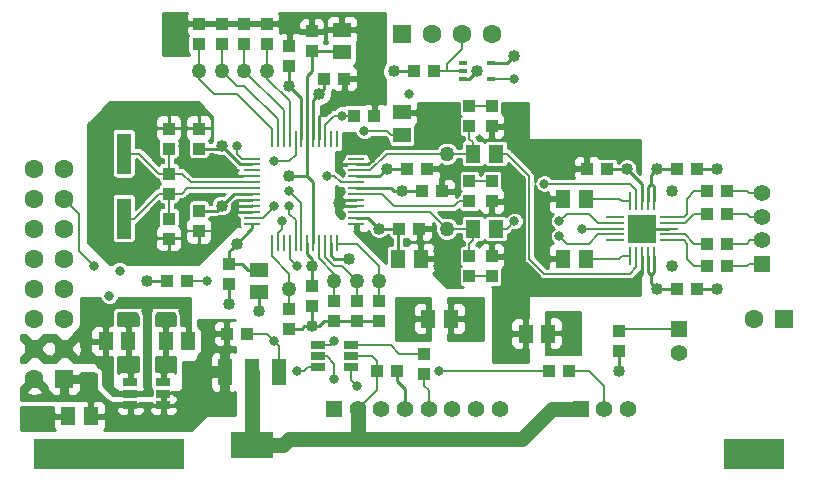
<source format=gtl>
G04 #@! TF.GenerationSoftware,KiCad,Pcbnew,5.0.0-fee4fd1~65~ubuntu17.10.1*
G04 #@! TF.CreationDate,2018-10-29T14:10:20-04:00*
G04 #@! TF.ProjectId,daughterboard,6461756768746572626F6172642E6B69,rev?*
G04 #@! TF.SameCoordinates,Original*
G04 #@! TF.FileFunction,Copper,L1,Top,Signal*
G04 #@! TF.FilePolarity,Positive*
%FSLAX46Y46*%
G04 Gerber Fmt 4.6, Leading zero omitted, Abs format (unit mm)*
G04 Created by KiCad (PCBNEW 5.0.0-fee4fd1~65~ubuntu17.10.1) date Mon Oct 29 14:10:20 2018*
%MOMM*%
%LPD*%
G01*
G04 APERTURE LIST*
G04 #@! TA.AperFunction,SMDPad,CuDef*
%ADD10R,0.800000X0.400000*%
G04 #@! TD*
G04 #@! TA.AperFunction,SMDPad,CuDef*
%ADD11R,1.219200X2.235200*%
G04 #@! TD*
G04 #@! TA.AperFunction,SMDPad,CuDef*
%ADD12R,3.600000X2.200000*%
G04 #@! TD*
G04 #@! TA.AperFunction,ComponentPad*
%ADD13C,1.400000*%
G04 #@! TD*
G04 #@! TA.AperFunction,ComponentPad*
%ADD14R,1.400000X1.400000*%
G04 #@! TD*
G04 #@! TA.AperFunction,BGAPad,CuDef*
%ADD15C,1.270000*%
G04 #@! TD*
G04 #@! TA.AperFunction,SMDPad,CuDef*
%ADD16R,1.200000X3.500000*%
G04 #@! TD*
G04 #@! TA.AperFunction,SMDPad,CuDef*
%ADD17R,5.080000X2.540000*%
G04 #@! TD*
G04 #@! TA.AperFunction,SMDPad,CuDef*
%ADD18R,12.700000X2.540000*%
G04 #@! TD*
G04 #@! TA.AperFunction,ComponentPad*
%ADD19R,1.600000X1.600000*%
G04 #@! TD*
G04 #@! TA.AperFunction,ComponentPad*
%ADD20C,1.600000*%
G04 #@! TD*
G04 #@! TA.AperFunction,SMDPad,CuDef*
%ADD21R,1.000000X1.100000*%
G04 #@! TD*
G04 #@! TA.AperFunction,SMDPad,CuDef*
%ADD22R,1.100000X1.000000*%
G04 #@! TD*
G04 #@! TA.AperFunction,SMDPad,CuDef*
%ADD23R,1.500000X1.300000*%
G04 #@! TD*
G04 #@! TA.AperFunction,SMDPad,CuDef*
%ADD24R,1.300000X1.500000*%
G04 #@! TD*
G04 #@! TA.AperFunction,SMDPad,CuDef*
%ADD25R,1.200000X0.650000*%
G04 #@! TD*
G04 #@! TA.AperFunction,SMDPad,CuDef*
%ADD26R,1.500000X0.230000*%
G04 #@! TD*
G04 #@! TA.AperFunction,SMDPad,CuDef*
%ADD27R,0.230000X1.500000*%
G04 #@! TD*
G04 #@! TA.AperFunction,ComponentPad*
%ADD28R,2.400000X2.400000*%
G04 #@! TD*
G04 #@! TA.AperFunction,SMDPad,CuDef*
%ADD29R,0.250000X1.400000*%
G04 #@! TD*
G04 #@! TA.AperFunction,SMDPad,CuDef*
%ADD30R,1.400000X0.250000*%
G04 #@! TD*
G04 #@! TA.AperFunction,ViaPad*
%ADD31C,0.812800*%
G04 #@! TD*
G04 #@! TA.AperFunction,ViaPad*
%ADD32C,1.016000*%
G04 #@! TD*
G04 #@! TA.AperFunction,Conductor*
%ADD33C,0.203200*%
G04 #@! TD*
G04 #@! TA.AperFunction,Conductor*
%ADD34C,0.254000*%
G04 #@! TD*
G04 #@! TA.AperFunction,Conductor*
%ADD35C,1.270000*%
G04 #@! TD*
G04 #@! TA.AperFunction,Conductor*
%ADD36C,0.812800*%
G04 #@! TD*
%ADD37C,0.350000*%
G04 APERTURE END LIST*
D10*
G04 #@! TO.P,U2,5*
G04 #@! TO.N,+5V*
X192970000Y-79995000D03*
G04 #@! TO.P,U2,4*
G04 #@! TO.N,Net-(U2-Pad4)*
X192970000Y-81295000D03*
G04 #@! TO.P,U2,3*
G04 #@! TO.N,GND*
X190570000Y-81295000D03*
G04 #@! TO.P,U2,2*
G04 #@! TO.N,/A_SHDN*
X190570000Y-80645000D03*
G04 #@! TO.P,U2,1*
G04 #@! TO.N,N/C*
X190570000Y-79995000D03*
G04 #@! TD*
D11*
G04 #@! TO.P,Q1,1*
G04 #@! TO.N,/PIX_SHDN*
X175031400Y-106121200D03*
G04 #@! TO.P,Q1,2*
G04 #@! TO.N,/PIX_VCC*
X172720000Y-106121200D03*
G04 #@! TO.P,Q1,3*
G04 #@! TO.N,+5V*
X170408600Y-106121200D03*
D12*
G04 #@! TO.P,Q1,4*
G04 #@! TO.N,/PIX_VCC*
X172720000Y-112319000D03*
G04 #@! TD*
D13*
G04 #@! TO.P,J7,2*
G04 #@! TO.N,GND*
X208915000Y-104505000D03*
D14*
G04 #@! TO.P,J7,1*
G04 #@! TO.N,/ALRM_SW*
X208915000Y-102505000D03*
G04 #@! TD*
D15*
G04 #@! TO.P,TP1,1*
G04 #@! TO.N,/GPIO0*
X179705000Y-98425000D03*
G04 #@! TD*
G04 #@! TO.P,TP2,1*
G04 #@! TO.N,/GPIO1*
X181610000Y-98425000D03*
G04 #@! TD*
G04 #@! TO.P,TP3,1*
G04 #@! TO.N,/GPIO2*
X173990000Y-80645000D03*
G04 #@! TD*
G04 #@! TO.P,TP4,1*
G04 #@! TO.N,/GPIO3*
X172085000Y-80645000D03*
G04 #@! TD*
G04 #@! TO.P,TP5,1*
G04 #@! TO.N,/GPIO4*
X183515000Y-98425000D03*
G04 #@! TD*
G04 #@! TO.P,TP6,1*
G04 #@! TO.N,/GPIO5*
X175895000Y-99060000D03*
G04 #@! TD*
G04 #@! TO.P,TP7,1*
G04 #@! TO.N,/GPIO6*
X170180000Y-80645000D03*
G04 #@! TD*
G04 #@! TO.P,TP8,1*
G04 #@! TO.N,/GPIO7*
X168275000Y-80645000D03*
G04 #@! TD*
G04 #@! TO.P,TP9,1*
G04 #@! TO.N,/LEFT*
X189230000Y-87630000D03*
G04 #@! TD*
G04 #@! TO.P,TP10,1*
G04 #@! TO.N,/RIGHT*
X189230000Y-93980000D03*
G04 #@! TD*
D16*
G04 #@! TO.P,Y1,1*
G04 #@! TO.N,Net-(C12-Pad1)*
X161925000Y-93130000D03*
G04 #@! TO.P,Y1,2*
G04 #@! TO.N,Net-(C13-Pad1)*
X161925000Y-87630000D03*
G04 #@! TD*
D17*
G04 #@! TO.P,H2,1*
G04 #@! TO.N,Net-(H2-Pad1)*
X215265000Y-113030000D03*
G04 #@! TD*
D18*
G04 #@! TO.P,H1,1*
G04 #@! TO.N,Net-(H1-Pad1)*
X160655000Y-113030000D03*
G04 #@! TD*
D14*
G04 #@! TO.P,J1,1*
G04 #@! TO.N,/PIX_VCC*
X200565000Y-109220000D03*
D13*
G04 #@! TO.P,J1,2*
G04 #@! TO.N,Net-(J1-Pad2)*
X202565000Y-109220000D03*
G04 #@! TO.P,J1,3*
G04 #@! TO.N,GND*
X204565000Y-109220000D03*
G04 #@! TD*
D14*
G04 #@! TO.P,J2,1*
G04 #@! TO.N,+5V*
X179690000Y-109220000D03*
D13*
G04 #@! TO.P,J2,2*
G04 #@! TO.N,/PIX_VCC*
X181690000Y-109220000D03*
G04 #@! TO.P,J2,3*
G04 #@! TO.N,GND*
X183690000Y-109220000D03*
G04 #@! TO.P,J2,4*
X185690000Y-109220000D03*
G04 #@! TO.P,J2,5*
G04 #@! TO.N,Net-(J2-Pad5)*
X187690000Y-109220000D03*
G04 #@! TO.P,J2,6*
G04 #@! TO.N,/KCHG*
X189690000Y-109220000D03*
G04 #@! TO.P,J2,7*
G04 #@! TO.N,/SCL*
X191690000Y-109220000D03*
G04 #@! TO.P,J2,8*
G04 #@! TO.N,/SDA*
X193690000Y-109220000D03*
G04 #@! TD*
D14*
G04 #@! TO.P,J3,1*
G04 #@! TO.N,/OUT_L-*
X215900000Y-96980000D03*
D13*
G04 #@! TO.P,J3,2*
G04 #@! TO.N,/OUT_L+*
X215900000Y-94980000D03*
G04 #@! TO.P,J3,3*
G04 #@! TO.N,/OUT_R+*
X215900000Y-92980000D03*
G04 #@! TO.P,J3,4*
G04 #@! TO.N,/OUT_R-*
X215900000Y-90980000D03*
G04 #@! TD*
D19*
G04 #@! TO.P,J5,1*
G04 #@! TO.N,/SDA*
X185420000Y-77470000D03*
D20*
G04 #@! TO.P,J5,2*
G04 #@! TO.N,/SCL*
X187960000Y-77470000D03*
G04 #@! TO.P,J5,3*
G04 #@! TO.N,/A_SHDN*
X190500000Y-77470000D03*
G04 #@! TO.P,J5,4*
G04 #@! TO.N,/KCHG*
X193040000Y-77470000D03*
G04 #@! TD*
D19*
G04 #@! TO.P,J4,1*
G04 #@! TO.N,+5V*
X156845000Y-106680000D03*
D20*
G04 #@! TO.P,J4,2*
X154305000Y-106680000D03*
G04 #@! TO.P,J4,3*
G04 #@! TO.N,GND*
X156845000Y-104140000D03*
G04 #@! TO.P,J4,4*
X154305000Y-104140000D03*
G04 #@! TO.P,J4,5*
G04 #@! TO.N,/PIX_CLK*
X156845000Y-101600000D03*
G04 #@! TO.P,J4,6*
G04 #@! TO.N,/PIX_LAMP*
X154305000Y-101600000D03*
G04 #@! TO.P,J4,7*
G04 #@! TO.N,/CCS_3V3*
X156845000Y-99060000D03*
G04 #@! TO.P,J4,8*
G04 #@! TO.N,/PIX_SHDN*
X154305000Y-99060000D03*
G04 #@! TO.P,J4,9*
G04 #@! TO.N,/CRST_3V3*
X156845000Y-96520000D03*
G04 #@! TO.P,J4,10*
G04 #@! TO.N,/DREQ*
X154305000Y-96520000D03*
G04 #@! TO.P,J4,11*
G04 #@! TO.N,/CMOSI_3V3*
X156845000Y-93980000D03*
G04 #@! TO.P,J4,12*
G04 #@! TO.N,/SCLK_3V3*
X154305000Y-93980000D03*
G04 #@! TO.P,J4,13*
G04 #@! TO.N,/MISO*
X156845000Y-91440000D03*
G04 #@! TO.P,J4,14*
G04 #@! TO.N,/XDCS_3V3*
X154305000Y-91440000D03*
G04 #@! TO.P,J4,15*
G04 #@! TO.N,+3V3*
X156845000Y-88900000D03*
G04 #@! TO.P,J4,16*
G04 #@! TO.N,/ALRM_SW*
X154305000Y-88900000D03*
G04 #@! TD*
D21*
G04 #@! TO.P,R1,1*
G04 #@! TO.N,Net-(R1-Pad1)*
X187325000Y-104560000D03*
G04 #@! TO.P,R1,2*
G04 #@! TO.N,Net-(J2-Pad5)*
X187325000Y-106260000D03*
G04 #@! TD*
G04 #@! TO.P,C1,1*
G04 #@! TO.N,GND*
X177800000Y-77255000D03*
G04 #@! TO.P,C1,2*
G04 #@! TO.N,+3V3*
X177800000Y-78955000D03*
G04 #@! TD*
G04 #@! TO.P,C2,2*
G04 #@! TO.N,+1V8*
X175895000Y-80225000D03*
G04 #@! TO.P,C2,1*
G04 #@! TO.N,GND*
X175895000Y-78525000D03*
G04 #@! TD*
G04 #@! TO.P,C3,1*
G04 #@! TO.N,GND*
X170815000Y-98640000D03*
G04 #@! TO.P,C3,2*
G04 #@! TO.N,+1V8*
X170815000Y-96940000D03*
G04 #@! TD*
G04 #@! TO.P,C4,1*
G04 #@! TO.N,GND*
X177800000Y-100545000D03*
G04 #@! TO.P,C4,2*
G04 #@! TO.N,+1V8*
X177800000Y-98845000D03*
G04 #@! TD*
G04 #@! TO.P,C5,2*
G04 #@! TO.N,+3V3*
X168275000Y-92495000D03*
G04 #@! TO.P,C5,1*
G04 #@! TO.N,GND*
X168275000Y-94195000D03*
G04 #@! TD*
D22*
G04 #@! TO.P,C6,2*
G04 #@! TO.N,+1V8*
X178855000Y-81280000D03*
G04 #@! TO.P,C6,1*
G04 #@! TO.N,GND*
X180555000Y-81280000D03*
G04 #@! TD*
D21*
G04 #@! TO.P,C7,2*
G04 #@! TO.N,+3V3*
X168275000Y-87210000D03*
G04 #@! TO.P,C7,1*
G04 #@! TO.N,GND*
X168275000Y-85510000D03*
G04 #@! TD*
D22*
G04 #@! TO.P,C8,1*
G04 #@! TO.N,AGND*
X186905000Y-93980000D03*
G04 #@! TO.P,C8,2*
G04 #@! TO.N,AVDD*
X185205000Y-93980000D03*
G04 #@! TD*
G04 #@! TO.P,C9,1*
G04 #@! TO.N,AGND*
X188810000Y-90805000D03*
G04 #@! TO.P,C9,2*
G04 #@! TO.N,AVDD*
X187110000Y-90805000D03*
G04 #@! TD*
G04 #@! TO.P,C10,2*
G04 #@! TO.N,AVDD*
X185840000Y-88900000D03*
G04 #@! TO.P,C10,1*
G04 #@! TO.N,AGND*
X187540000Y-88900000D03*
G04 #@! TD*
D23*
G04 #@! TO.P,C11,A*
G04 #@! TO.N,+1V8*
X173355000Y-97475000D03*
G04 #@! TO.P,C11,K*
G04 #@! TO.N,GND*
X173355000Y-99375000D03*
G04 #@! TD*
D21*
G04 #@! TO.P,C12,1*
G04 #@! TO.N,Net-(C12-Pad1)*
X165735000Y-93130000D03*
G04 #@! TO.P,C12,2*
G04 #@! TO.N,GND*
X165735000Y-94830000D03*
G04 #@! TD*
G04 #@! TO.P,C13,1*
G04 #@! TO.N,Net-(C13-Pad1)*
X165735000Y-87210000D03*
G04 #@! TO.P,C13,2*
G04 #@! TO.N,GND*
X165735000Y-85510000D03*
G04 #@! TD*
D23*
G04 #@! TO.P,C14,K*
G04 #@! TO.N,GND*
X180340000Y-77155000D03*
G04 #@! TO.P,C14,A*
G04 #@! TO.N,+3V3*
X180340000Y-79055000D03*
G04 #@! TD*
G04 #@! TO.P,C15,1*
G04 #@! TO.N,AGND*
X185420000Y-84140000D03*
G04 #@! TO.P,C15,2*
G04 #@! TO.N,Net-(C15-Pad2)*
X185420000Y-86040000D03*
G04 #@! TD*
D24*
G04 #@! TO.P,C16,A*
G04 #@! TO.N,AVDD*
X185105000Y-96520000D03*
G04 #@! TO.P,C16,K*
G04 #@! TO.N,AGND*
X187005000Y-96520000D03*
G04 #@! TD*
D21*
G04 #@! TO.P,C17,2*
G04 #@! TO.N,Net-(C17-Pad2)*
X193040000Y-89955000D03*
G04 #@! TO.P,C17,1*
G04 #@! TO.N,AGND*
X193040000Y-91655000D03*
G04 #@! TD*
G04 #@! TO.P,C18,1*
G04 #@! TO.N,AGND*
X193040000Y-85305000D03*
G04 #@! TO.P,C18,2*
G04 #@! TO.N,Net-(C18-Pad2)*
X193040000Y-83605000D03*
G04 #@! TD*
G04 #@! TO.P,C19,1*
G04 #@! TO.N,AGND*
X193040000Y-96305000D03*
G04 #@! TO.P,C19,2*
G04 #@! TO.N,Net-(C19-Pad2)*
X193040000Y-98005000D03*
G04 #@! TD*
D24*
G04 #@! TO.P,C20,1*
G04 #@! TO.N,Net-(C20-Pad1)*
X193355000Y-87630000D03*
G04 #@! TO.P,C20,2*
G04 #@! TO.N,/LEFT*
X191455000Y-87630000D03*
G04 #@! TD*
G04 #@! TO.P,C21,2*
G04 #@! TO.N,AGND*
X199075000Y-96520000D03*
G04 #@! TO.P,C21,1*
G04 #@! TO.N,Net-(C21-Pad1)*
X200975000Y-96520000D03*
G04 #@! TD*
G04 #@! TO.P,C22,1*
G04 #@! TO.N,Net-(C22-Pad1)*
X200975000Y-91440000D03*
G04 #@! TO.P,C22,2*
G04 #@! TO.N,AGND*
X199075000Y-91440000D03*
G04 #@! TD*
G04 #@! TO.P,C23,2*
G04 #@! TO.N,/RIGHT*
X191455000Y-93980000D03*
G04 #@! TO.P,C23,1*
G04 #@! TO.N,Net-(C23-Pad1)*
X193355000Y-93980000D03*
G04 #@! TD*
G04 #@! TO.P,C24,2*
G04 #@! TO.N,+1V8*
X165420000Y-103505000D03*
G04 #@! TO.P,C24,1*
G04 #@! TO.N,GND*
X167320000Y-103505000D03*
G04 #@! TD*
G04 #@! TO.P,C25,1*
G04 #@! TO.N,GND*
X160340000Y-103505000D03*
G04 #@! TO.P,C25,2*
G04 #@! TO.N,+3V3*
X162240000Y-103505000D03*
G04 #@! TD*
D22*
G04 #@! TO.P,C26,2*
G04 #@! TO.N,AVDD*
X202780000Y-88900000D03*
G04 #@! TO.P,C26,1*
G04 #@! TO.N,AGND*
X201080000Y-88900000D03*
G04 #@! TD*
G04 #@! TO.P,C27,2*
G04 #@! TO.N,/PIX_VCC*
X183300000Y-106045000D03*
G04 #@! TO.P,C27,1*
G04 #@! TO.N,GND*
X185000000Y-106045000D03*
G04 #@! TD*
G04 #@! TO.P,R2,2*
G04 #@! TO.N,+5V*
X170600000Y-102870000D03*
G04 #@! TO.P,R2,1*
G04 #@! TO.N,/PIX_SHDN*
X172300000Y-102870000D03*
G04 #@! TD*
G04 #@! TO.P,R3,1*
G04 #@! TO.N,Net-(R3-Pad1)*
X197905000Y-106045000D03*
G04 #@! TO.P,R3,2*
G04 #@! TO.N,Net-(J1-Pad2)*
X199605000Y-106045000D03*
G04 #@! TD*
G04 #@! TO.P,R4,2*
G04 #@! TO.N,GND*
X183095000Y-84455000D03*
G04 #@! TO.P,R4,1*
G04 #@! TO.N,/CRST_3V3*
X181395000Y-84455000D03*
G04 #@! TD*
D21*
G04 #@! TO.P,R5,2*
G04 #@! TO.N,Net-(C12-Pad1)*
X165735000Y-91020000D03*
G04 #@! TO.P,R5,1*
G04 #@! TO.N,Net-(C13-Pad1)*
X165735000Y-89320000D03*
G04 #@! TD*
D22*
G04 #@! TO.P,R6,1*
G04 #@! TO.N,+3V3*
X165520000Y-98425000D03*
G04 #@! TO.P,R6,2*
G04 #@! TO.N,Net-(R6-Pad2)*
X167220000Y-98425000D03*
G04 #@! TD*
D21*
G04 #@! TO.P,R7,1*
G04 #@! TO.N,/ALRM_SW*
X203835000Y-102655000D03*
G04 #@! TO.P,R7,2*
G04 #@! TO.N,+5V*
X203835000Y-104355000D03*
G04 #@! TD*
G04 #@! TO.P,R8,2*
G04 #@! TO.N,/GBUF*
X191135000Y-91655000D03*
G04 #@! TO.P,R8,1*
G04 #@! TO.N,Net-(C17-Pad2)*
X191135000Y-89955000D03*
G04 #@! TD*
G04 #@! TO.P,R9,1*
G04 #@! TO.N,Net-(C18-Pad2)*
X191135000Y-83605000D03*
G04 #@! TO.P,R9,2*
G04 #@! TO.N,/LEFT*
X191135000Y-85305000D03*
G04 #@! TD*
G04 #@! TO.P,R10,2*
G04 #@! TO.N,/RIGHT*
X191135000Y-96305000D03*
G04 #@! TO.P,R10,1*
G04 #@! TO.N,Net-(C19-Pad2)*
X191135000Y-98005000D03*
G04 #@! TD*
D22*
G04 #@! TO.P,R11,2*
G04 #@! TO.N,+5V*
X186475000Y-80645000D03*
G04 #@! TO.P,R11,1*
G04 #@! TO.N,/A_SHDN*
X188175000Y-80645000D03*
G04 #@! TD*
D21*
G04 #@! TO.P,R12,2*
G04 #@! TO.N,/GPIO1*
X181610000Y-100115000D03*
G04 #@! TO.P,R12,1*
G04 #@! TO.N,GND*
X181610000Y-101815000D03*
G04 #@! TD*
G04 #@! TO.P,R13,1*
G04 #@! TO.N,GND*
X172085000Y-76620000D03*
G04 #@! TO.P,R13,2*
G04 #@! TO.N,/GPIO3*
X172085000Y-78320000D03*
G04 #@! TD*
G04 #@! TO.P,R14,2*
G04 #@! TO.N,/GPIO5*
X175895000Y-100750000D03*
G04 #@! TO.P,R14,1*
G04 #@! TO.N,GND*
X175895000Y-102450000D03*
G04 #@! TD*
G04 #@! TO.P,R15,1*
G04 #@! TO.N,GND*
X168275000Y-76620000D03*
G04 #@! TO.P,R15,2*
G04 #@! TO.N,/GPIO7*
X168275000Y-78320000D03*
G04 #@! TD*
G04 #@! TO.P,R16,1*
G04 #@! TO.N,GND*
X179705000Y-101815000D03*
G04 #@! TO.P,R16,2*
G04 #@! TO.N,/GPIO0*
X179705000Y-100115000D03*
G04 #@! TD*
G04 #@! TO.P,R17,1*
G04 #@! TO.N,GND*
X173990000Y-76620000D03*
G04 #@! TO.P,R17,2*
G04 #@! TO.N,/GPIO2*
X173990000Y-78320000D03*
G04 #@! TD*
G04 #@! TO.P,R18,1*
G04 #@! TO.N,GND*
X183515000Y-101815000D03*
G04 #@! TO.P,R18,2*
G04 #@! TO.N,/GPIO4*
X183515000Y-100115000D03*
G04 #@! TD*
G04 #@! TO.P,R19,2*
G04 #@! TO.N,/GPIO6*
X170180000Y-78320000D03*
G04 #@! TO.P,R19,1*
G04 #@! TO.N,GND*
X170180000Y-76620000D03*
G04 #@! TD*
D25*
G04 #@! TO.P,U3,6*
G04 #@! TO.N,+1V8*
X165230000Y-107000000D03*
G04 #@! TO.P,U3,5*
G04 #@! TO.N,+5V*
X165230000Y-107950000D03*
G04 #@! TO.P,U3,4*
X165230000Y-108900000D03*
G04 #@! TO.P,U3,3*
X162430000Y-108900000D03*
G04 #@! TO.P,U3,2*
G04 #@! TO.N,GND*
X162430000Y-107950000D03*
G04 #@! TO.P,U3,1*
G04 #@! TO.N,+3V3*
X162430000Y-107000000D03*
G04 #@! TD*
D26*
G04 #@! TO.P,U4,18*
G04 #@! TO.N,Net-(U2-Pad4)*
X203440000Y-93980000D03*
G04 #@! TO.P,U4,19*
G04 #@! TO.N,/SDA*
X203440000Y-94480000D03*
G04 #@! TO.P,U4,20*
G04 #@! TO.N,N/C*
X203440000Y-94980000D03*
G04 #@! TO.P,U4,17*
G04 #@! TO.N,/SCL*
X203440000Y-93480000D03*
G04 #@! TO.P,U4,16*
G04 #@! TO.N,N/C*
X203440000Y-92980000D03*
D27*
G04 #@! TO.P,U4,13*
G04 #@! TO.N,AVDD*
X205740000Y-91680000D03*
G04 #@! TO.P,U4,14*
G04 #@! TO.N,Net-(C23-Pad1)*
X205240000Y-91680000D03*
G04 #@! TO.P,U4,15*
G04 #@! TO.N,Net-(C22-Pad1)*
X204740000Y-91680000D03*
G04 #@! TO.P,U4,12*
G04 #@! TO.N,+5V*
X206240000Y-91680000D03*
G04 #@! TO.P,U4,11*
X206740000Y-91680000D03*
D26*
G04 #@! TO.P,U4,8*
G04 #@! TO.N,GND*
X208040000Y-93980000D03*
G04 #@! TO.P,U4,7*
G04 #@! TO.N,Net-(L3-Pad1)*
X208040000Y-94480000D03*
G04 #@! TO.P,U4,6*
G04 #@! TO.N,Net-(L4-Pad1)*
X208040000Y-94980000D03*
G04 #@! TO.P,U4,9*
G04 #@! TO.N,Net-(L6-Pad1)*
X208040000Y-93480000D03*
G04 #@! TO.P,U4,10*
G04 #@! TO.N,Net-(L5-Pad1)*
X208040000Y-92980000D03*
D27*
G04 #@! TO.P,U4,3*
G04 #@! TO.N,AGND*
X205740000Y-96280000D03*
G04 #@! TO.P,U4,4*
G04 #@! TO.N,+5V*
X206240000Y-96280000D03*
G04 #@! TO.P,U4,5*
X206740000Y-96280000D03*
G04 #@! TO.P,U4,2*
G04 #@! TO.N,Net-(C20-Pad1)*
X205240000Y-96280000D03*
G04 #@! TO.P,U4,1*
G04 #@! TO.N,Net-(C21-Pad1)*
X204740000Y-96280000D03*
D28*
G04 #@! TO.P,U4,EP*
G04 #@! TO.N,GND*
X205740000Y-93980000D03*
G04 #@! TD*
D25*
G04 #@! TO.P,U5,1*
G04 #@! TO.N,/PIX_CLK*
X178305000Y-103825000D03*
G04 #@! TO.P,U5,2*
G04 #@! TO.N,GND*
X178305000Y-104775000D03*
G04 #@! TO.P,U5,3*
G04 #@! TO.N,/PIX_LAMP*
X178305000Y-105725000D03*
G04 #@! TO.P,U5,4*
G04 #@! TO.N,Net-(R3-Pad1)*
X181105000Y-105725000D03*
G04 #@! TO.P,U5,5*
G04 #@! TO.N,/PIX_VCC*
X181105000Y-104775000D03*
G04 #@! TO.P,U5,6*
G04 #@! TO.N,Net-(R1-Pad1)*
X181105000Y-103825000D03*
G04 #@! TD*
D29*
G04 #@! TO.P,U1,1*
G04 #@! TO.N,Net-(U1-Pad1)*
X179915000Y-86405000D03*
G04 #@! TO.P,U1,2*
G04 #@! TO.N,Net-(U1-Pad2)*
X179415000Y-86405000D03*
G04 #@! TO.P,U1,3*
G04 #@! TO.N,/CRST_3V3*
X178915000Y-86405000D03*
G04 #@! TO.P,U1,4*
G04 #@! TO.N,GND*
X178415000Y-86405000D03*
G04 #@! TO.P,U1,5*
G04 #@! TO.N,+1V8*
X177915000Y-86405000D03*
G04 #@! TO.P,U1,6*
G04 #@! TO.N,+3V3*
X177415000Y-86405000D03*
G04 #@! TO.P,U1,7*
G04 #@! TO.N,+1V8*
X176915000Y-86405000D03*
G04 #@! TO.P,U1,8*
G04 #@! TO.N,/DREQ*
X176415000Y-86405000D03*
G04 #@! TO.P,U1,9*
G04 #@! TO.N,/GPIO2*
X175915000Y-86405000D03*
G04 #@! TO.P,U1,10*
G04 #@! TO.N,/GPIO3*
X175415000Y-86405000D03*
G04 #@! TO.P,U1,11*
G04 #@! TO.N,/GPIO6*
X174915000Y-86405000D03*
G04 #@! TO.P,U1,12*
G04 #@! TO.N,/GPIO7*
X174415000Y-86405000D03*
D30*
G04 #@! TO.P,U1,13*
G04 #@! TO.N,/XDCS_3V3*
X172765000Y-88055000D03*
G04 #@! TO.P,U1,14*
G04 #@! TO.N,+3V3*
X172765000Y-88555000D03*
G04 #@! TO.P,U1,15*
G04 #@! TO.N,Net-(U1-Pad15)*
X172765000Y-89055000D03*
G04 #@! TO.P,U1,16*
G04 #@! TO.N,GND*
X172765000Y-89555000D03*
G04 #@! TO.P,U1,17*
G04 #@! TO.N,Net-(C13-Pad1)*
X172765000Y-90055000D03*
G04 #@! TO.P,U1,18*
G04 #@! TO.N,Net-(C12-Pad1)*
X172765000Y-90555000D03*
G04 #@! TO.P,U1,19*
G04 #@! TO.N,+3V3*
X172765000Y-91055000D03*
G04 #@! TO.P,U1,20*
G04 #@! TO.N,GND*
X172765000Y-91555000D03*
G04 #@! TO.P,U1,21*
X172765000Y-92055000D03*
G04 #@! TO.P,U1,22*
X172765000Y-92555000D03*
G04 #@! TO.P,U1,23*
G04 #@! TO.N,/CCS_3V3*
X172765000Y-93055000D03*
G04 #@! TO.P,U1,24*
G04 #@! TO.N,+1V8*
X172765000Y-93555000D03*
D29*
G04 #@! TO.P,U1,25*
G04 #@! TO.N,/GPIO5*
X174415000Y-95205000D03*
G04 #@! TO.P,U1,26*
G04 #@! TO.N,Net-(R6-Pad2)*
X174915000Y-95205000D03*
G04 #@! TO.P,U1,27*
G04 #@! TO.N,Net-(U1-Pad27)*
X175415000Y-95205000D03*
G04 #@! TO.P,U1,28*
G04 #@! TO.N,/SCLK_3V3*
X175915000Y-95205000D03*
G04 #@! TO.P,U1,29*
G04 #@! TO.N,/CMOSI_3V3*
X176415000Y-95205000D03*
D30*
G04 #@! TO.P,U1,41*
G04 #@! TO.N,AGND*
X181565000Y-91555000D03*
D29*
G04 #@! TO.P,U1,31*
G04 #@! TO.N,+1V8*
X177415000Y-95205000D03*
G04 #@! TO.P,U1,32*
G04 #@! TO.N,+3V3*
X177915000Y-95205000D03*
G04 #@! TO.P,U1,30*
G04 #@! TO.N,/MISO*
X176915000Y-95205000D03*
G04 #@! TO.P,U1,33*
G04 #@! TO.N,/GPIO0*
X178415000Y-95205000D03*
G04 #@! TO.P,U1,34*
G04 #@! TO.N,/GPIO1*
X178915000Y-95205000D03*
G04 #@! TO.P,U1,35*
G04 #@! TO.N,GND*
X179415000Y-95205000D03*
G04 #@! TO.P,U1,36*
G04 #@! TO.N,/GPIO4*
X179915000Y-95205000D03*
D30*
G04 #@! TO.P,U1,37*
G04 #@! TO.N,AGND*
X181565000Y-93555000D03*
G04 #@! TO.P,U1,38*
G04 #@! TO.N,AVDD*
X181565000Y-93055000D03*
G04 #@! TO.P,U1,39*
G04 #@! TO.N,/RIGHT*
X181565000Y-92555000D03*
G04 #@! TO.P,U1,40*
G04 #@! TO.N,AGND*
X181565000Y-92055000D03*
G04 #@! TO.P,U1,42*
G04 #@! TO.N,/GBUF*
X181565000Y-91055000D03*
G04 #@! TO.P,U1,43*
G04 #@! TO.N,AVDD*
X181565000Y-90555000D03*
G04 #@! TO.P,U1,44*
G04 #@! TO.N,Net-(C15-Pad2)*
X181565000Y-90055000D03*
G04 #@! TO.P,U1,45*
G04 #@! TO.N,AVDD*
X181565000Y-89555000D03*
G04 #@! TO.P,U1,46*
G04 #@! TO.N,/LEFT*
X181565000Y-89055000D03*
G04 #@! TO.P,U1,47*
G04 #@! TO.N,AGND*
X181565000Y-88555000D03*
G04 #@! TO.P,U1,48*
G04 #@! TO.N,Net-(U1-Pad48)*
X181565000Y-88055000D03*
G04 #@! TD*
D24*
G04 #@! TO.P,C28,1*
G04 #@! TO.N,GND*
X157165000Y-109855000D03*
G04 #@! TO.P,C28,2*
G04 #@! TO.N,+5V*
X159065000Y-109855000D03*
G04 #@! TD*
D22*
G04 #@! TO.P,C29,2*
G04 #@! TO.N,+5V*
X208700000Y-99060000D03*
G04 #@! TO.P,C29,1*
G04 #@! TO.N,GND*
X210400000Y-99060000D03*
G04 #@! TD*
G04 #@! TO.P,C30,1*
G04 #@! TO.N,GND*
X210400000Y-88900000D03*
G04 #@! TO.P,C30,2*
G04 #@! TO.N,+5V*
X208700000Y-88900000D03*
G04 #@! TD*
D24*
G04 #@! TO.P,L1,1*
G04 #@! TO.N,AVDD*
X189545000Y-101600000D03*
G04 #@! TO.P,L1,2*
G04 #@! TO.N,+3V3*
X187645000Y-101600000D03*
G04 #@! TD*
G04 #@! TO.P,L2,2*
G04 #@! TO.N,GND*
X197800000Y-102870000D03*
G04 #@! TO.P,L2,1*
G04 #@! TO.N,AGND*
X195900000Y-102870000D03*
G04 #@! TD*
D19*
G04 #@! TO.P,J6,1*
G04 #@! TO.N,GND*
X217805000Y-101600000D03*
D20*
G04 #@! TO.P,J6,2*
X215265000Y-101600000D03*
G04 #@! TD*
D22*
G04 #@! TO.P,L3,1*
G04 #@! TO.N,Net-(L3-Pad1)*
X211240000Y-95250000D03*
G04 #@! TO.P,L3,2*
G04 #@! TO.N,/OUT_L+*
X212940000Y-95250000D03*
G04 #@! TD*
G04 #@! TO.P,L4,2*
G04 #@! TO.N,/OUT_L-*
X212940000Y-97155000D03*
G04 #@! TO.P,L4,1*
G04 #@! TO.N,Net-(L4-Pad1)*
X211240000Y-97155000D03*
G04 #@! TD*
G04 #@! TO.P,L5,1*
G04 #@! TO.N,Net-(L5-Pad1)*
X211240000Y-90805000D03*
G04 #@! TO.P,L5,2*
G04 #@! TO.N,/OUT_R-*
X212940000Y-90805000D03*
G04 #@! TD*
G04 #@! TO.P,L6,2*
G04 #@! TO.N,/OUT_R+*
X212940000Y-92710000D03*
G04 #@! TO.P,L6,1*
G04 #@! TO.N,Net-(L6-Pad1)*
X211240000Y-92710000D03*
G04 #@! TD*
D31*
G04 #@! TO.N,/MISO*
X159385000Y-97155000D03*
X175895000Y-90805000D03*
G04 #@! TO.N,/DREQ*
X174625000Y-88265000D03*
D32*
G04 #@! TO.N,+5V*
X207010000Y-88900000D03*
X158750000Y-106680000D03*
X161925000Y-110490000D03*
X169545000Y-109220000D03*
X168275000Y-109220000D03*
X165735000Y-110490000D03*
X170815000Y-109220000D03*
X194945000Y-79375000D03*
X184785000Y-80645000D03*
X207010000Y-99060000D03*
X203835000Y-106045000D03*
X168910000Y-107950000D03*
G04 #@! TO.N,GND*
X154940000Y-109855000D03*
X153670000Y-109855000D03*
X179070000Y-83820000D03*
X167005000Y-83820000D03*
X173355000Y-100965000D03*
X182880000Y-80645000D03*
X182880000Y-82550000D03*
X182880000Y-78105000D03*
X182880000Y-76200000D03*
X175895000Y-76200000D03*
X166370000Y-76200000D03*
X166370000Y-78105000D03*
X170815000Y-93345000D03*
X160020000Y-105410000D03*
X167005000Y-100965000D03*
X160020000Y-100965000D03*
X163830000Y-100965000D03*
X177800000Y-102235000D03*
X167005000Y-86995000D03*
X170815000Y-100330000D03*
D31*
X179705000Y-106680000D03*
D32*
X200025000Y-101600000D03*
X200025000Y-102870000D03*
X200025000Y-104140000D03*
X191770000Y-80645000D03*
X212090000Y-99060000D03*
X180975000Y-96520000D03*
X167640000Y-95885000D03*
X212090000Y-88900000D03*
D31*
G04 #@! TO.N,/PIX_CLK*
X179705000Y-103505000D03*
G04 #@! TO.N,/CMOSI_3V3*
X161544000Y-97536000D03*
X175895000Y-92075000D03*
G04 #@! TO.N,/SCLK_3V3*
X176530000Y-97155000D03*
X160655000Y-99695000D03*
G04 #@! TO.N,/XDCS_3V3*
X171450000Y-86995000D03*
G04 #@! TO.N,/CCS_3V3*
X174625000Y-92075000D03*
G04 #@! TO.N,/SDA*
X198755000Y-94615000D03*
G04 #@! TO.N,/SCL*
X198755000Y-93345000D03*
G04 #@! TO.N,/KCHG*
X186055000Y-82550000D03*
G04 #@! TO.N,/PIX_LAMP*
X176530000Y-106045000D03*
G04 #@! TO.N,/CRST_3V3*
X180340000Y-84455000D03*
G04 #@! TO.N,/PIX_SHDN*
X174625000Y-103505000D03*
D32*
G04 #@! TO.N,+3V3*
X162560000Y-105410000D03*
X170180000Y-92075000D03*
X162560000Y-101600000D03*
X163830000Y-98425000D03*
X170180000Y-86995000D03*
X185420000Y-100330000D03*
X185420000Y-101600000D03*
X185420000Y-102870000D03*
X175895000Y-89535000D03*
G04 #@! TO.N,+1V8*
X165100000Y-105410000D03*
X177800000Y-97155000D03*
X165100000Y-101600000D03*
X178435000Y-82550000D03*
X175895000Y-81915000D03*
X171450000Y-95250000D03*
G04 #@! TO.N,AVDD*
X184150000Y-88900000D03*
X191770000Y-101600000D03*
X191770000Y-100330000D03*
X191770000Y-102870000D03*
X183515000Y-93980000D03*
X204470000Y-88900000D03*
X185420000Y-90805000D03*
G04 #@! TO.N,AGND*
X193675000Y-101600000D03*
X193675000Y-102870000D03*
X193675000Y-104140000D03*
X188595000Y-95885000D03*
X197485000Y-91440000D03*
X197485000Y-96520000D03*
X183515000Y-95250000D03*
X183515000Y-86995000D03*
X189865000Y-88900000D03*
X180086000Y-91821000D03*
X197485000Y-92710000D03*
X194945000Y-89535000D03*
X187960000Y-83820000D03*
X201930000Y-86995000D03*
X194945000Y-92075000D03*
X194945000Y-86995000D03*
X194945000Y-85090000D03*
X187960000Y-85725000D03*
X197485000Y-86995000D03*
X204470000Y-99060000D03*
X201930000Y-99060000D03*
X197485000Y-99060000D03*
X194945000Y-96520000D03*
X194945000Y-99060000D03*
X188595000Y-97155000D03*
X208280000Y-90805000D03*
X208280000Y-97155000D03*
X204470000Y-86995000D03*
D31*
G04 #@! TO.N,Net-(C15-Pad2)*
X182245000Y-85725000D03*
X179070000Y-89535000D03*
G04 #@! TO.N,Net-(C23-Pad1)*
X197485000Y-90170000D03*
X194945000Y-93345000D03*
G04 #@! TO.N,Net-(R3-Pad1)*
X181610000Y-107315000D03*
X188595000Y-106045000D03*
G04 #@! TO.N,Net-(R6-Pad2)*
X168910000Y-98425000D03*
X175260000Y-93345000D03*
G04 #@! TO.N,Net-(U2-Pad4)*
X194945000Y-81280000D03*
X200660000Y-93980000D03*
G04 #@! TD*
D33*
G04 #@! TO.N,Net-(J2-Pad5)*
X187690000Y-109220000D02*
X187690000Y-107680000D01*
X187325000Y-107315000D02*
X187325000Y-106260000D01*
X187690000Y-107680000D02*
X187325000Y-107315000D01*
G04 #@! TO.N,/MISO*
X159385000Y-97155000D02*
X158115000Y-95885000D01*
X158115000Y-95885000D02*
X158115000Y-92710000D01*
X158115000Y-92710000D02*
X156845000Y-91440000D01*
X176915000Y-91825000D02*
X176915000Y-95205000D01*
X175895000Y-90805000D02*
X176915000Y-91825000D01*
G04 #@! TO.N,/DREQ*
X176415000Y-87745000D02*
X176415000Y-86405000D01*
X174625000Y-88265000D02*
X175895000Y-88265000D01*
X175895000Y-88265000D02*
X176415000Y-87745000D01*
D34*
G04 #@! TO.N,+5V*
X206502000Y-90170000D02*
X206240000Y-90432000D01*
X206240000Y-90432000D02*
X206240000Y-91680000D01*
X206740000Y-91680000D02*
X206740000Y-90408000D01*
X206740000Y-90408000D02*
X206502000Y-90170000D01*
X206502000Y-90170000D02*
X206502000Y-89408000D01*
X206502000Y-89408000D02*
X207010000Y-88900000D01*
X207010000Y-88900000D02*
X208700000Y-88900000D01*
X192970000Y-79995000D02*
X194325000Y-79995000D01*
X194325000Y-79995000D02*
X194945000Y-79375000D01*
X186475000Y-80645000D02*
X184785000Y-80645000D01*
X207010000Y-99060000D02*
X207010000Y-99060000D01*
X206502000Y-97917000D02*
X206502000Y-98552000D01*
X206502000Y-98552000D02*
X207010000Y-99060000D01*
X206240000Y-97655000D02*
X206240000Y-96280000D01*
X206502000Y-97917000D02*
X206240000Y-97655000D01*
X206740000Y-97679000D02*
X206502000Y-97917000D01*
X206740000Y-96280000D02*
X206740000Y-97679000D01*
X207010000Y-99060000D02*
X208700000Y-99060000D01*
X203835000Y-104355000D02*
X203835000Y-106045000D01*
G04 #@! TO.N,GND*
X172765000Y-91555000D02*
X171450000Y-91555000D01*
X171470000Y-92055000D02*
X171450000Y-92075000D01*
X171450000Y-92555000D02*
X171450000Y-92075000D01*
X171450000Y-92075000D02*
X171450000Y-91555000D01*
X172765000Y-92055000D02*
X171470000Y-92055000D01*
X172765000Y-92555000D02*
X171450000Y-92555000D01*
X178415000Y-84475000D02*
X179070000Y-83820000D01*
X178415000Y-86405000D02*
X178415000Y-84475000D01*
X173355000Y-99375000D02*
X173355000Y-100965000D01*
X177800000Y-100545000D02*
X177800000Y-102235000D01*
X170815000Y-98640000D02*
X170815000Y-100330000D01*
D33*
X179070000Y-104775000D02*
X178305000Y-104775000D01*
X179705000Y-105410000D02*
X179070000Y-104775000D01*
X179705000Y-106680000D02*
X179705000Y-105410000D01*
D34*
X185000000Y-106895000D02*
X185000000Y-106045000D01*
X185690000Y-109220000D02*
X185690000Y-107585000D01*
X185690000Y-107585000D02*
X185000000Y-106895000D01*
X183515000Y-101815000D02*
X181610000Y-101815000D01*
X181610000Y-101815000D02*
X179705000Y-101815000D01*
X179705000Y-101815000D02*
X178855000Y-101815000D01*
X178435000Y-102235000D02*
X177800000Y-102235000D01*
X178855000Y-101815000D02*
X178435000Y-102235000D01*
X175895000Y-102450000D02*
X176950000Y-102450000D01*
X177165000Y-102235000D02*
X177800000Y-102235000D01*
X176950000Y-102450000D02*
X177165000Y-102235000D01*
X190570000Y-81295000D02*
X191120000Y-81295000D01*
X191120000Y-81295000D02*
X191770000Y-80645000D01*
X210400000Y-99060000D02*
X212090000Y-99060000D01*
X179415000Y-96230000D02*
X179415000Y-95205000D01*
X180975000Y-96520000D02*
X179705000Y-96520000D01*
X179705000Y-96520000D02*
X179415000Y-96230000D01*
X205740000Y-93980000D02*
X208040000Y-93980000D01*
X210400000Y-88900000D02*
X212090000Y-88900000D01*
D33*
G04 #@! TO.N,/A_SHDN*
X190500000Y-77470000D02*
X190500000Y-78740000D01*
X189230000Y-80010000D02*
X189230000Y-80645000D01*
X188175000Y-80645000D02*
X189230000Y-80645000D01*
X190500000Y-78740000D02*
X189230000Y-80010000D01*
X189230000Y-80645000D02*
X190570000Y-80645000D01*
G04 #@! TO.N,/PIX_CLK*
X179705000Y-103505000D02*
X179385000Y-103825000D01*
X179385000Y-103825000D02*
X178305000Y-103825000D01*
G04 #@! TO.N,/CMOSI_3V3*
X176415000Y-93230000D02*
X176415000Y-95205000D01*
X175895000Y-92075000D02*
X175895000Y-92710000D01*
X175895000Y-92710000D02*
X176415000Y-93230000D01*
G04 #@! TO.N,/SCLK_3V3*
X175915000Y-95205000D02*
X175915000Y-96540000D01*
X175915000Y-96540000D02*
X176530000Y-97155000D01*
G04 #@! TO.N,/XDCS_3V3*
X171875000Y-88055000D02*
X172765000Y-88055000D01*
X171450000Y-86995000D02*
X171450000Y-87630000D01*
X171450000Y-87630000D02*
X171875000Y-88055000D01*
G04 #@! TO.N,/CCS_3V3*
X174625000Y-92075000D02*
X174625000Y-92130000D01*
X174625000Y-92130000D02*
X173700000Y-93055000D01*
X173700000Y-93055000D02*
X172765000Y-93055000D01*
G04 #@! TO.N,/SDA*
X199390000Y-95250000D02*
X198755000Y-94615000D01*
X201295000Y-95250000D02*
X199390000Y-95250000D01*
X203440000Y-94480000D02*
X202065000Y-94480000D01*
X202065000Y-94480000D02*
X201295000Y-95250000D01*
G04 #@! TO.N,/SCL*
X199390000Y-92710000D02*
X198755000Y-93345000D01*
X201295000Y-92710000D02*
X199390000Y-92710000D01*
X203440000Y-93480000D02*
X202065000Y-93480000D01*
X202065000Y-93480000D02*
X201295000Y-92710000D01*
G04 #@! TO.N,/PIX_LAMP*
X176530000Y-106045000D02*
X177160000Y-106045000D01*
X177160000Y-106045000D02*
X177480000Y-105725000D01*
X177480000Y-105725000D02*
X178305000Y-105725000D01*
G04 #@! TO.N,/CRST_3V3*
X178915000Y-86405000D02*
X178915000Y-85245000D01*
X178915000Y-85245000D02*
X179705000Y-84455000D01*
X179705000Y-84455000D02*
X180340000Y-84455000D01*
X180340000Y-84455000D02*
X181395000Y-84455000D01*
G04 #@! TO.N,/PIX_SHDN*
X175031400Y-103911400D02*
X175031400Y-106121200D01*
X174625000Y-103505000D02*
X175031400Y-103911400D01*
X173990000Y-102870000D02*
X174625000Y-103505000D01*
X172300000Y-102870000D02*
X173990000Y-102870000D01*
D34*
G04 #@! TO.N,+3V3*
X180240000Y-78955000D02*
X180340000Y-79055000D01*
X177800000Y-78955000D02*
X180240000Y-78955000D01*
X169760000Y-92495000D02*
X168275000Y-92495000D01*
X171200000Y-91055000D02*
X172765000Y-91055000D01*
X170180000Y-92075000D02*
X169760000Y-92495000D01*
X170180000Y-92075000D02*
X171200000Y-91055000D01*
X177800000Y-80645000D02*
X177800000Y-78955000D01*
X177415000Y-86405000D02*
X177415000Y-81030000D01*
X177415000Y-81030000D02*
X177800000Y-80645000D01*
X165520000Y-98425000D02*
X163830000Y-98425000D01*
X169965000Y-87210000D02*
X168275000Y-87210000D01*
X170180000Y-86995000D02*
X169965000Y-87210000D01*
X171740000Y-88555000D02*
X172765000Y-88555000D01*
X170180000Y-86995000D02*
X171740000Y-88555000D01*
X175895000Y-89535000D02*
X177415000Y-89535000D01*
X177415000Y-86405000D02*
X177415000Y-89535000D01*
X177915000Y-90035000D02*
X177415000Y-89535000D01*
X177915000Y-95205000D02*
X177915000Y-90035000D01*
D33*
G04 #@! TO.N,/ALRM_SW*
X203835000Y-102505000D02*
X208915000Y-102505000D01*
X203835000Y-102655000D02*
X203835000Y-102505000D01*
D35*
G04 #@! TO.N,/PIX_VCC*
X195580000Y-111760000D02*
X198120000Y-109220000D01*
X198120000Y-109220000D02*
X200565000Y-109220000D01*
X182880000Y-111760000D02*
X195580000Y-111760000D01*
X172720000Y-112319000D02*
X175336000Y-112319000D01*
X175895000Y-111760000D02*
X182880000Y-111760000D01*
X175336000Y-112319000D02*
X175895000Y-111760000D01*
D36*
X181690000Y-111760000D02*
X182880000Y-111760000D01*
D35*
X181690000Y-109220000D02*
X181690000Y-111760000D01*
X172720000Y-112319000D02*
X172720000Y-106121200D01*
D33*
X181105000Y-104775000D02*
X182880000Y-104775000D01*
X183300000Y-106045000D02*
X183300000Y-105195000D01*
X183300000Y-105195000D02*
X182880000Y-104775000D01*
X183300000Y-107610000D02*
X181690000Y-109220000D01*
X183300000Y-106045000D02*
X183300000Y-107610000D01*
D34*
G04 #@! TO.N,+1V8*
X177415000Y-95205000D02*
X177415000Y-96135000D01*
X177800000Y-96520000D02*
X177800000Y-97155000D01*
X177415000Y-96135000D02*
X177800000Y-96520000D01*
X177800000Y-97155000D02*
X177800000Y-98210000D01*
X170815000Y-96940000D02*
X171870000Y-96940000D01*
X172405000Y-97475000D02*
X173355000Y-97475000D01*
X171870000Y-96940000D02*
X172405000Y-97475000D01*
X177915000Y-83070000D02*
X177915000Y-86405000D01*
X178435000Y-82550000D02*
X177915000Y-83070000D01*
X178855000Y-82130000D02*
X178435000Y-82550000D01*
X178855000Y-81280000D02*
X178855000Y-82130000D01*
X175895000Y-81915000D02*
X176915000Y-82935000D01*
X176915000Y-82935000D02*
X176915000Y-86405000D01*
X175895000Y-81915000D02*
X175895000Y-80225000D01*
X170815000Y-95885000D02*
X170815000Y-96940000D01*
X171450000Y-95250000D02*
X170815000Y-95885000D01*
X171450000Y-95250000D02*
X171030000Y-95670000D01*
X171450000Y-95250000D02*
X172510000Y-94190000D01*
X172765000Y-93935000D02*
X172510000Y-94190000D01*
X172765000Y-93555000D02*
X172765000Y-93935000D01*
X177800000Y-98845000D02*
X177800000Y-98210000D01*
G04 #@! TO.N,AVDD*
X183495000Y-89555000D02*
X181565000Y-89555000D01*
X184150000Y-88900000D02*
X185205000Y-88900000D01*
X184150000Y-88900000D02*
X183495000Y-89555000D01*
X185840000Y-88900000D02*
X185205000Y-88900000D01*
X182590000Y-93055000D02*
X181565000Y-93055000D01*
X183515000Y-93980000D02*
X182590000Y-93055000D01*
X183515000Y-93980000D02*
X185205000Y-93980000D01*
X205740000Y-90170000D02*
X205740000Y-91680000D01*
X204470000Y-88900000D02*
X205740000Y-90170000D01*
X185420000Y-90805000D02*
X185840000Y-90805000D01*
X184535000Y-90555000D02*
X181565000Y-90555000D01*
X185420000Y-90805000D02*
X184785000Y-90805000D01*
X184785000Y-90805000D02*
X184535000Y-90555000D01*
X187110000Y-90805000D02*
X185840000Y-90805000D01*
X185105000Y-94080000D02*
X185205000Y-93980000D01*
X185105000Y-96520000D02*
X185105000Y-94080000D01*
X202780000Y-88900000D02*
X204470000Y-88900000D01*
G04 #@! TO.N,AGND*
X199075000Y-91440000D02*
X197485000Y-91440000D01*
X197485000Y-96520000D02*
X199075000Y-96520000D01*
X183515000Y-87630000D02*
X183515000Y-86995000D01*
X181565000Y-88555000D02*
X182590000Y-88555000D01*
X182590000Y-88555000D02*
X183515000Y-87630000D01*
X188810000Y-90805000D02*
X188810000Y-88900000D01*
X189865000Y-88900000D02*
X188810000Y-88900000D01*
X188810000Y-88900000D02*
X187540000Y-88900000D01*
X180574000Y-92055000D02*
X181565000Y-92055000D01*
X180340000Y-91821000D02*
X180574000Y-92055000D01*
X180606000Y-91555000D02*
X180340000Y-91821000D01*
X181565000Y-91555000D02*
X180606000Y-91555000D01*
X187005000Y-94080000D02*
X186905000Y-93980000D01*
X187005000Y-96520000D02*
X187005000Y-94080000D01*
X180086000Y-91821000D02*
X180340000Y-91821000D01*
X194945000Y-91440000D02*
X194730000Y-91655000D01*
X205740000Y-97790000D02*
X205740000Y-96280000D01*
X204470000Y-99060000D02*
X205740000Y-97790000D01*
D33*
G04 #@! TO.N,Net-(C12-Pad1)*
X166790000Y-91020000D02*
X165735000Y-91020000D01*
X172765000Y-90555000D02*
X167255000Y-90555000D01*
X167255000Y-90555000D02*
X166790000Y-91020000D01*
X165735000Y-91020000D02*
X165735000Y-93130000D01*
X161925000Y-93130000D02*
X162775000Y-93130000D01*
X164885000Y-91020000D02*
X165735000Y-91020000D01*
X162775000Y-93130000D02*
X164885000Y-91020000D01*
G04 #@! TO.N,Net-(C13-Pad1)*
X172765000Y-90055000D02*
X167525000Y-90055000D01*
X166790000Y-89320000D02*
X165735000Y-89320000D01*
X167525000Y-90055000D02*
X166790000Y-89320000D01*
X165735000Y-87210000D02*
X165735000Y-89320000D01*
X161925000Y-87630000D02*
X163195000Y-87630000D01*
X164885000Y-89320000D02*
X165735000Y-89320000D01*
X163195000Y-87630000D02*
X164885000Y-89320000D01*
G04 #@! TO.N,Net-(C15-Pad2)*
X184470000Y-86040000D02*
X185420000Y-86040000D01*
X184155000Y-85725000D02*
X184470000Y-86040000D01*
X182245000Y-85725000D02*
X184155000Y-85725000D01*
X179705000Y-89535000D02*
X180225000Y-90055000D01*
X180225000Y-90055000D02*
X181565000Y-90055000D01*
X179070000Y-89535000D02*
X179705000Y-89535000D01*
G04 #@! TO.N,Net-(C17-Pad2)*
X191135000Y-89955000D02*
X193040000Y-89955000D01*
G04 #@! TO.N,Net-(C18-Pad2)*
X191135000Y-83605000D02*
X193040000Y-83605000D01*
G04 #@! TO.N,Net-(C19-Pad2)*
X193040000Y-98005000D02*
X191135000Y-98005000D01*
G04 #@! TO.N,Net-(C20-Pad1)*
X205240000Y-97274000D02*
X205240000Y-96280000D01*
X193355000Y-87630000D02*
X194310000Y-87630000D01*
X196215000Y-89535000D02*
X196215000Y-96520000D01*
X196215000Y-96520000D02*
X197485000Y-97790000D01*
X197485000Y-97790000D02*
X204724000Y-97790000D01*
X194310000Y-87630000D02*
X196215000Y-89535000D01*
X204724000Y-97790000D02*
X205240000Y-97274000D01*
G04 #@! TO.N,Net-(C21-Pad1)*
X201610000Y-96520000D02*
X203200000Y-96520000D01*
X204740000Y-96280000D02*
X204075000Y-96280000D01*
X204075000Y-96280000D02*
X203835000Y-96520000D01*
X203835000Y-96520000D02*
X203200000Y-96520000D01*
G04 #@! TO.N,Net-(C22-Pad1)*
X200975000Y-91440000D02*
X203200000Y-91440000D01*
X204740000Y-91680000D02*
X204075000Y-91680000D01*
X203835000Y-91440000D02*
X203200000Y-91440000D01*
X204075000Y-91680000D02*
X203835000Y-91440000D01*
G04 #@! TO.N,Net-(C23-Pad1)*
X204724000Y-90170000D02*
X201930000Y-90170000D01*
X205240000Y-91680000D02*
X205240000Y-90686000D01*
X205240000Y-90686000D02*
X204724000Y-90170000D01*
X201930000Y-90170000D02*
X197485000Y-90170000D01*
X194945000Y-93345000D02*
X194310000Y-93980000D01*
X194310000Y-93980000D02*
X193355000Y-93980000D01*
G04 #@! TO.N,Net-(J1-Pad2)*
X199605000Y-106045000D02*
X201295000Y-106045000D01*
X202565000Y-107315000D02*
X202565000Y-109220000D01*
X201295000Y-106045000D02*
X202565000Y-107315000D01*
G04 #@! TO.N,/OUT_L-*
X215900000Y-96980000D02*
X214805000Y-96980000D01*
X214630000Y-97155000D02*
X212940000Y-97155000D01*
X214805000Y-96980000D02*
X214630000Y-97155000D01*
G04 #@! TO.N,/OUT_L+*
X215900000Y-94980000D02*
X214900000Y-94980000D01*
X214630000Y-95250000D02*
X212940000Y-95250000D01*
X214900000Y-94980000D02*
X214630000Y-95250000D01*
G04 #@! TO.N,/OUT_R+*
X215900000Y-92980000D02*
X214900000Y-92980000D01*
X214630000Y-92710000D02*
X212940000Y-92710000D01*
X214900000Y-92980000D02*
X214630000Y-92710000D01*
G04 #@! TO.N,/OUT_R-*
X215900000Y-90980000D02*
X214805000Y-90980000D01*
X214630000Y-90805000D02*
X212940000Y-90805000D01*
X214805000Y-90980000D02*
X214630000Y-90805000D01*
G04 #@! TO.N,Net-(R1-Pad1)*
X184470000Y-103825000D02*
X181105000Y-103825000D01*
X185205000Y-104560000D02*
X184470000Y-103825000D01*
X187325000Y-104560000D02*
X185205000Y-104560000D01*
G04 #@! TO.N,Net-(R3-Pad1)*
X181105000Y-106810000D02*
X181610000Y-107315000D01*
X181105000Y-105725000D02*
X181105000Y-106810000D01*
X188595000Y-106045000D02*
X197905000Y-106045000D01*
G04 #@! TO.N,Net-(R6-Pad2)*
X167855000Y-98425000D02*
X168910000Y-98425000D01*
X167220000Y-98425000D02*
X167855000Y-98425000D01*
X174915000Y-95205000D02*
X174915000Y-94325000D01*
X175260000Y-93980000D02*
X175260000Y-93345000D01*
X174915000Y-94325000D02*
X175260000Y-93980000D01*
G04 #@! TO.N,/GPIO1*
X178915000Y-95205000D02*
X178915000Y-96365000D01*
X178915000Y-96365000D02*
X179705000Y-97155000D01*
X180340000Y-97155000D02*
X181610000Y-98425000D01*
X179705000Y-97155000D02*
X180340000Y-97155000D01*
X181610000Y-98425000D02*
X181610000Y-99695000D01*
X181610000Y-99695000D02*
X181610000Y-100115000D01*
G04 #@! TO.N,/GPIO3*
X172085000Y-80645000D02*
X172085000Y-78320000D01*
X175415000Y-83975000D02*
X175415000Y-86405000D01*
X172085000Y-80645000D02*
X175415000Y-83975000D01*
G04 #@! TO.N,/GPIO5*
X174415000Y-95205000D02*
X174415000Y-96310000D01*
X174415000Y-96310000D02*
X175895000Y-97790000D01*
X175895000Y-97790000D02*
X175895000Y-99060000D01*
X175895000Y-99060000D02*
X175895000Y-100750000D01*
G04 #@! TO.N,/GPIO7*
X168275000Y-80645000D02*
X168275000Y-78320000D01*
X174415000Y-86405000D02*
X174415000Y-85515000D01*
X174415000Y-85515000D02*
X171450000Y-82550000D01*
X171450000Y-82550000D02*
X169545000Y-82550000D01*
X168275000Y-81280000D02*
X168275000Y-80645000D01*
X169545000Y-82550000D02*
X168275000Y-81280000D01*
G04 #@! TO.N,/GPIO0*
X178415000Y-95205000D02*
X178415000Y-96500000D01*
X179705000Y-97790000D02*
X179705000Y-98425000D01*
X178415000Y-96500000D02*
X179705000Y-97790000D01*
X179705000Y-98425000D02*
X179705000Y-100115000D01*
G04 #@! TO.N,/GPIO2*
X173990000Y-80645000D02*
X173990000Y-78320000D01*
X175915000Y-83205000D02*
X175915000Y-86405000D01*
X173990000Y-80645000D02*
X173990000Y-81280000D01*
X173990000Y-81280000D02*
X175915000Y-83205000D01*
G04 #@! TO.N,/GPIO4*
X183515000Y-98425000D02*
X183515000Y-100115000D01*
X183515000Y-97155000D02*
X183515000Y-98425000D01*
X181610000Y-95250000D02*
X183515000Y-97155000D01*
X179915000Y-95205000D02*
X179960000Y-95250000D01*
X179960000Y-95250000D02*
X181610000Y-95250000D01*
G04 #@! TO.N,/GPIO6*
X170180000Y-80645000D02*
X170180000Y-78320000D01*
X171450000Y-81915000D02*
X170180000Y-80645000D01*
X172085000Y-81915000D02*
X171450000Y-81915000D01*
X174915000Y-86405000D02*
X174915000Y-84745000D01*
X174915000Y-84745000D02*
X172085000Y-81915000D01*
G04 #@! TO.N,Net-(U2-Pad4)*
X192985000Y-81280000D02*
X192970000Y-81295000D01*
X194945000Y-81280000D02*
X192985000Y-81280000D01*
X203440000Y-93980000D02*
X200660000Y-93980000D01*
G04 #@! TO.N,/RIGHT*
X189230000Y-93980000D02*
X191455000Y-93980000D01*
X187805000Y-92555000D02*
X188595000Y-93345000D01*
X181565000Y-92555000D02*
X187805000Y-92555000D01*
X188595000Y-93345000D02*
X189230000Y-93980000D01*
X191455000Y-93980000D02*
X191455000Y-94930000D01*
X191135000Y-95250000D02*
X191135000Y-96305000D01*
X191455000Y-94930000D02*
X191135000Y-95250000D01*
G04 #@! TO.N,/GBUF*
X190285000Y-91655000D02*
X189865000Y-92075000D01*
X191135000Y-91655000D02*
X190285000Y-91655000D01*
X189865000Y-92075000D02*
X184785000Y-92075000D01*
X184785000Y-92075000D02*
X183765000Y-91055000D01*
X183765000Y-91055000D02*
X181565000Y-91055000D01*
G04 #@! TO.N,/LEFT*
X181565000Y-89055000D02*
X182725000Y-89055000D01*
X182725000Y-89055000D02*
X184150000Y-87630000D01*
X184150000Y-87630000D02*
X187325000Y-87630000D01*
X187325000Y-87630000D02*
X189230000Y-87630000D01*
X189230000Y-87630000D02*
X191455000Y-87630000D01*
X191135000Y-85305000D02*
X191135000Y-85725000D01*
X191455000Y-87630000D02*
X191455000Y-86680000D01*
X191135000Y-86360000D02*
X191135000Y-85305000D01*
X191455000Y-86680000D02*
X191135000Y-86360000D01*
G04 #@! TO.N,Net-(L3-Pad1)*
X208040000Y-94480000D02*
X209415000Y-94480000D01*
X210185000Y-95250000D02*
X211240000Y-95250000D01*
X209415000Y-94480000D02*
X210185000Y-95250000D01*
G04 #@! TO.N,Net-(L4-Pad1)*
X208040000Y-94980000D02*
X209280000Y-94980000D01*
X209280000Y-94980000D02*
X209550000Y-95250000D01*
X209550000Y-95250000D02*
X209550000Y-96520000D01*
X210185000Y-97155000D02*
X211240000Y-97155000D01*
X209550000Y-96520000D02*
X210185000Y-97155000D01*
G04 #@! TO.N,Net-(L5-Pad1)*
X208040000Y-92980000D02*
X209280000Y-92980000D01*
X209280000Y-92980000D02*
X209550000Y-92710000D01*
X209550000Y-92710000D02*
X209550000Y-91440000D01*
X210185000Y-90805000D02*
X211240000Y-90805000D01*
X209550000Y-91440000D02*
X210185000Y-90805000D01*
G04 #@! TO.N,Net-(L6-Pad1)*
X208040000Y-93480000D02*
X209415000Y-93480000D01*
X210185000Y-92710000D02*
X211240000Y-92710000D01*
X209415000Y-93480000D02*
X210185000Y-92710000D01*
G04 #@! TD*
G04 #@! TO.N,GND*
G36*
X169443400Y-84497084D02*
X169443400Y-86516614D01*
X169356089Y-86727400D01*
X169137566Y-86727400D01*
X169137566Y-86660000D01*
X169120898Y-86576207D01*
X169291794Y-86405311D01*
X169384600Y-86181257D01*
X169384600Y-85687800D01*
X169232200Y-85535400D01*
X168300400Y-85535400D01*
X168300400Y-85555400D01*
X168249600Y-85555400D01*
X168249600Y-85535400D01*
X167317800Y-85535400D01*
X167165400Y-85687800D01*
X167165400Y-86181257D01*
X167258206Y-86405311D01*
X167429102Y-86576207D01*
X167412434Y-86660000D01*
X167412434Y-87760000D01*
X167440033Y-87898748D01*
X167518627Y-88016373D01*
X167636252Y-88094967D01*
X167775000Y-88122566D01*
X168775000Y-88122566D01*
X168913748Y-88094967D01*
X169031373Y-88016373D01*
X169109967Y-87898748D01*
X169137566Y-87760000D01*
X169137566Y-87692600D01*
X169466983Y-87692600D01*
X169473158Y-87701842D01*
X169506119Y-87723866D01*
X169545000Y-87731600D01*
X169701614Y-87731600D01*
X170008219Y-87858600D01*
X170351781Y-87858600D01*
X170358372Y-87855870D01*
X171365140Y-88862639D01*
X171392065Y-88902935D01*
X171551699Y-89009599D01*
X171611417Y-89021478D01*
X171548206Y-89084689D01*
X171455400Y-89308743D01*
X171455400Y-89377200D01*
X171607800Y-89529600D01*
X171999816Y-89529600D01*
X172065000Y-89542566D01*
X172810400Y-89542566D01*
X172810400Y-89567434D01*
X172065000Y-89567434D01*
X171999816Y-89580400D01*
X171607800Y-89580400D01*
X171590400Y-89597800D01*
X167714379Y-89597800D01*
X167145132Y-89028554D01*
X167119623Y-88990377D01*
X166968391Y-88889327D01*
X166835030Y-88862800D01*
X166790000Y-88853843D01*
X166744970Y-88862800D01*
X166597566Y-88862800D01*
X166597566Y-88770000D01*
X166569967Y-88631252D01*
X166491373Y-88513627D01*
X166373748Y-88435033D01*
X166235000Y-88407434D01*
X166192200Y-88407434D01*
X166192200Y-88122566D01*
X166235000Y-88122566D01*
X166373748Y-88094967D01*
X166491373Y-88016373D01*
X166569967Y-87898748D01*
X166597566Y-87760000D01*
X166597566Y-86660000D01*
X166580898Y-86576207D01*
X166751794Y-86405311D01*
X166844600Y-86181257D01*
X166844600Y-85687800D01*
X166692200Y-85535400D01*
X165760400Y-85535400D01*
X165760400Y-85555400D01*
X165709600Y-85555400D01*
X165709600Y-85535400D01*
X164777800Y-85535400D01*
X164625400Y-85687800D01*
X164625400Y-86181257D01*
X164718206Y-86405311D01*
X164889102Y-86576207D01*
X164872434Y-86660000D01*
X164872434Y-87760000D01*
X164900033Y-87898748D01*
X164978627Y-88016373D01*
X165096252Y-88094967D01*
X165235000Y-88122566D01*
X165277800Y-88122566D01*
X165277801Y-88407434D01*
X165235000Y-88407434D01*
X165096252Y-88435033D01*
X164978627Y-88513627D01*
X164900033Y-88631252D01*
X164890542Y-88678964D01*
X163550132Y-87338554D01*
X163524623Y-87300377D01*
X163373391Y-87199327D01*
X163240030Y-87172800D01*
X163195000Y-87163843D01*
X163149970Y-87172800D01*
X162887566Y-87172800D01*
X162887566Y-85880000D01*
X162859967Y-85741252D01*
X162781373Y-85623627D01*
X162663748Y-85545033D01*
X162525000Y-85517434D01*
X161325000Y-85517434D01*
X161186252Y-85545033D01*
X161068627Y-85623627D01*
X160990033Y-85741252D01*
X160962434Y-85880000D01*
X160962434Y-89380000D01*
X160990033Y-89518748D01*
X161068627Y-89636373D01*
X161186252Y-89714967D01*
X161325000Y-89742566D01*
X162525000Y-89742566D01*
X162663748Y-89714967D01*
X162781373Y-89636373D01*
X162859967Y-89518748D01*
X162887566Y-89380000D01*
X162887566Y-88087200D01*
X163005622Y-88087200D01*
X164529869Y-89611448D01*
X164555377Y-89649623D01*
X164593551Y-89675130D01*
X164706609Y-89750673D01*
X164872434Y-89783657D01*
X164872434Y-89870000D01*
X164900033Y-90008748D01*
X164978627Y-90126373D01*
X165043920Y-90170000D01*
X164978627Y-90213627D01*
X164900033Y-90331252D01*
X164872434Y-90470000D01*
X164872434Y-90556343D01*
X164839970Y-90562800D01*
X164706609Y-90589327D01*
X164555377Y-90690377D01*
X164529868Y-90728554D01*
X162887566Y-92370856D01*
X162887566Y-91380000D01*
X162859967Y-91241252D01*
X162781373Y-91123627D01*
X162663748Y-91045033D01*
X162525000Y-91017434D01*
X161325000Y-91017434D01*
X161186252Y-91045033D01*
X161068627Y-91123627D01*
X160990033Y-91241252D01*
X160962434Y-91380000D01*
X160962434Y-94880000D01*
X160990033Y-95018748D01*
X161068627Y-95136373D01*
X161186252Y-95214967D01*
X161325000Y-95242566D01*
X162525000Y-95242566D01*
X162663748Y-95214967D01*
X162781373Y-95136373D01*
X162859967Y-95018748D01*
X162862144Y-95007800D01*
X164625400Y-95007800D01*
X164625400Y-95501257D01*
X164718206Y-95725311D01*
X164889689Y-95896794D01*
X165113743Y-95989600D01*
X165557200Y-95989600D01*
X165709600Y-95837200D01*
X165709600Y-94855400D01*
X165760400Y-94855400D01*
X165760400Y-95837200D01*
X165912800Y-95989600D01*
X166356257Y-95989600D01*
X166580311Y-95896794D01*
X166751794Y-95725311D01*
X166844600Y-95501257D01*
X166844600Y-95007800D01*
X166692200Y-94855400D01*
X165760400Y-94855400D01*
X165709600Y-94855400D01*
X164777800Y-94855400D01*
X164625400Y-95007800D01*
X162862144Y-95007800D01*
X162887566Y-94880000D01*
X162887566Y-93573766D01*
X162953391Y-93560673D01*
X163104623Y-93459623D01*
X163130132Y-93421446D01*
X164890542Y-91661036D01*
X164900033Y-91708748D01*
X164978627Y-91826373D01*
X165096252Y-91904967D01*
X165235000Y-91932566D01*
X165277800Y-91932566D01*
X165277801Y-92217434D01*
X165235000Y-92217434D01*
X165096252Y-92245033D01*
X164978627Y-92323627D01*
X164900033Y-92441252D01*
X164872434Y-92580000D01*
X164872434Y-93680000D01*
X164889102Y-93763793D01*
X164718206Y-93934689D01*
X164625400Y-94158743D01*
X164625400Y-94652200D01*
X164777800Y-94804600D01*
X165709600Y-94804600D01*
X165709600Y-94784600D01*
X165760400Y-94784600D01*
X165760400Y-94804600D01*
X166692200Y-94804600D01*
X166844600Y-94652200D01*
X166844600Y-94372800D01*
X167165400Y-94372800D01*
X167165400Y-94866257D01*
X167258206Y-95090311D01*
X167429689Y-95261794D01*
X167653743Y-95354600D01*
X168097200Y-95354600D01*
X168249600Y-95202200D01*
X168249600Y-94220400D01*
X168300400Y-94220400D01*
X168300400Y-95202200D01*
X168452800Y-95354600D01*
X168896257Y-95354600D01*
X169120311Y-95261794D01*
X169291794Y-95090311D01*
X169384600Y-94866257D01*
X169384600Y-94372800D01*
X169232200Y-94220400D01*
X168300400Y-94220400D01*
X168249600Y-94220400D01*
X167317800Y-94220400D01*
X167165400Y-94372800D01*
X166844600Y-94372800D01*
X166844600Y-94158743D01*
X166751794Y-93934689D01*
X166580898Y-93763793D01*
X166597566Y-93680000D01*
X166597566Y-92580000D01*
X166569967Y-92441252D01*
X166491373Y-92323627D01*
X166373748Y-92245033D01*
X166235000Y-92217434D01*
X166192200Y-92217434D01*
X166192200Y-91932566D01*
X166235000Y-91932566D01*
X166373748Y-91904967D01*
X166491373Y-91826373D01*
X166569967Y-91708748D01*
X166597566Y-91570000D01*
X166597566Y-91477200D01*
X166744970Y-91477200D01*
X166790000Y-91486157D01*
X166835030Y-91477200D01*
X166968391Y-91450673D01*
X167119623Y-91349623D01*
X167145132Y-91311446D01*
X167444379Y-91012200D01*
X170560301Y-91012200D01*
X170358372Y-91214130D01*
X170351781Y-91211400D01*
X170008219Y-91211400D01*
X169690810Y-91342875D01*
X169447875Y-91585810D01*
X169316400Y-91903219D01*
X169316400Y-92012400D01*
X169137566Y-92012400D01*
X169137566Y-91945000D01*
X169109967Y-91806252D01*
X169031373Y-91688627D01*
X168913748Y-91610033D01*
X168775000Y-91582434D01*
X167775000Y-91582434D01*
X167636252Y-91610033D01*
X167518627Y-91688627D01*
X167440033Y-91806252D01*
X167412434Y-91945000D01*
X167412434Y-93045000D01*
X167429102Y-93128793D01*
X167258206Y-93299689D01*
X167165400Y-93523743D01*
X167165400Y-94017200D01*
X167317800Y-94169600D01*
X168249600Y-94169600D01*
X168249600Y-94149600D01*
X168300400Y-94149600D01*
X168300400Y-94169600D01*
X169232200Y-94169600D01*
X169384600Y-94017200D01*
X169384600Y-93523743D01*
X169291794Y-93299689D01*
X169120898Y-93128793D01*
X169137566Y-93045000D01*
X169137566Y-92977600D01*
X169712472Y-92977600D01*
X169760000Y-92987054D01*
X169807528Y-92977600D01*
X169807529Y-92977600D01*
X169948301Y-92949599D01*
X169981392Y-92927488D01*
X170008219Y-92938600D01*
X170351781Y-92938600D01*
X170669190Y-92807125D01*
X170912125Y-92564190D01*
X171043600Y-92246781D01*
X171043600Y-91903219D01*
X171040870Y-91896628D01*
X171399899Y-91537600D01*
X171595295Y-91537600D01*
X171548206Y-91584689D01*
X171509100Y-91679100D01*
X171455400Y-91732800D01*
X171455400Y-91801257D01*
X171456950Y-91805000D01*
X171455400Y-91808743D01*
X171455400Y-91877200D01*
X171509100Y-91930900D01*
X171548206Y-92025311D01*
X171577895Y-92055000D01*
X171548206Y-92084689D01*
X171509100Y-92179100D01*
X171455400Y-92232800D01*
X171455400Y-92301257D01*
X171456950Y-92305000D01*
X171455400Y-92308743D01*
X171455400Y-92377200D01*
X171509100Y-92430900D01*
X171548206Y-92525311D01*
X171605548Y-92582653D01*
X171455400Y-92732800D01*
X171455400Y-92801257D01*
X171548206Y-93025311D01*
X171702434Y-93179539D01*
X171702434Y-93180000D01*
X171727298Y-93305000D01*
X171702434Y-93430000D01*
X171702434Y-93680000D01*
X171730033Y-93818748D01*
X171769891Y-93878400D01*
X171450000Y-93878400D01*
X171411119Y-93886134D01*
X171378158Y-93908158D01*
X168232916Y-97053400D01*
X162139030Y-97053400D01*
X161975638Y-96890008D01*
X161695571Y-96774000D01*
X161392429Y-96774000D01*
X161112362Y-96890008D01*
X160948970Y-97053400D01*
X160697084Y-97053400D01*
X158851600Y-95207916D01*
X158851600Y-85132084D01*
X159144941Y-84838743D01*
X164625400Y-84838743D01*
X164625400Y-85332200D01*
X164777800Y-85484600D01*
X165709600Y-85484600D01*
X165709600Y-84502800D01*
X165760400Y-84502800D01*
X165760400Y-85484600D01*
X166692200Y-85484600D01*
X166844600Y-85332200D01*
X166844600Y-84838743D01*
X167165400Y-84838743D01*
X167165400Y-85332200D01*
X167317800Y-85484600D01*
X168249600Y-85484600D01*
X168249600Y-84502800D01*
X168300400Y-84502800D01*
X168300400Y-85484600D01*
X169232200Y-85484600D01*
X169384600Y-85332200D01*
X169384600Y-84838743D01*
X169291794Y-84614689D01*
X169120311Y-84443206D01*
X168896257Y-84350400D01*
X168452800Y-84350400D01*
X168300400Y-84502800D01*
X168249600Y-84502800D01*
X168097200Y-84350400D01*
X167653743Y-84350400D01*
X167429689Y-84443206D01*
X167258206Y-84614689D01*
X167165400Y-84838743D01*
X166844600Y-84838743D01*
X166751794Y-84614689D01*
X166580311Y-84443206D01*
X166356257Y-84350400D01*
X165912800Y-84350400D01*
X165760400Y-84502800D01*
X165709600Y-84502800D01*
X165557200Y-84350400D01*
X165113743Y-84350400D01*
X164889689Y-84443206D01*
X164718206Y-84614689D01*
X164625400Y-84838743D01*
X159144941Y-84838743D01*
X160697084Y-83286600D01*
X168232916Y-83286600D01*
X169443400Y-84497084D01*
X169443400Y-84497084D01*
G37*
X169443400Y-84497084D02*
X169443400Y-86516614D01*
X169356089Y-86727400D01*
X169137566Y-86727400D01*
X169137566Y-86660000D01*
X169120898Y-86576207D01*
X169291794Y-86405311D01*
X169384600Y-86181257D01*
X169384600Y-85687800D01*
X169232200Y-85535400D01*
X168300400Y-85535400D01*
X168300400Y-85555400D01*
X168249600Y-85555400D01*
X168249600Y-85535400D01*
X167317800Y-85535400D01*
X167165400Y-85687800D01*
X167165400Y-86181257D01*
X167258206Y-86405311D01*
X167429102Y-86576207D01*
X167412434Y-86660000D01*
X167412434Y-87760000D01*
X167440033Y-87898748D01*
X167518627Y-88016373D01*
X167636252Y-88094967D01*
X167775000Y-88122566D01*
X168775000Y-88122566D01*
X168913748Y-88094967D01*
X169031373Y-88016373D01*
X169109967Y-87898748D01*
X169137566Y-87760000D01*
X169137566Y-87692600D01*
X169466983Y-87692600D01*
X169473158Y-87701842D01*
X169506119Y-87723866D01*
X169545000Y-87731600D01*
X169701614Y-87731600D01*
X170008219Y-87858600D01*
X170351781Y-87858600D01*
X170358372Y-87855870D01*
X171365140Y-88862639D01*
X171392065Y-88902935D01*
X171551699Y-89009599D01*
X171611417Y-89021478D01*
X171548206Y-89084689D01*
X171455400Y-89308743D01*
X171455400Y-89377200D01*
X171607800Y-89529600D01*
X171999816Y-89529600D01*
X172065000Y-89542566D01*
X172810400Y-89542566D01*
X172810400Y-89567434D01*
X172065000Y-89567434D01*
X171999816Y-89580400D01*
X171607800Y-89580400D01*
X171590400Y-89597800D01*
X167714379Y-89597800D01*
X167145132Y-89028554D01*
X167119623Y-88990377D01*
X166968391Y-88889327D01*
X166835030Y-88862800D01*
X166790000Y-88853843D01*
X166744970Y-88862800D01*
X166597566Y-88862800D01*
X166597566Y-88770000D01*
X166569967Y-88631252D01*
X166491373Y-88513627D01*
X166373748Y-88435033D01*
X166235000Y-88407434D01*
X166192200Y-88407434D01*
X166192200Y-88122566D01*
X166235000Y-88122566D01*
X166373748Y-88094967D01*
X166491373Y-88016373D01*
X166569967Y-87898748D01*
X166597566Y-87760000D01*
X166597566Y-86660000D01*
X166580898Y-86576207D01*
X166751794Y-86405311D01*
X166844600Y-86181257D01*
X166844600Y-85687800D01*
X166692200Y-85535400D01*
X165760400Y-85535400D01*
X165760400Y-85555400D01*
X165709600Y-85555400D01*
X165709600Y-85535400D01*
X164777800Y-85535400D01*
X164625400Y-85687800D01*
X164625400Y-86181257D01*
X164718206Y-86405311D01*
X164889102Y-86576207D01*
X164872434Y-86660000D01*
X164872434Y-87760000D01*
X164900033Y-87898748D01*
X164978627Y-88016373D01*
X165096252Y-88094967D01*
X165235000Y-88122566D01*
X165277800Y-88122566D01*
X165277801Y-88407434D01*
X165235000Y-88407434D01*
X165096252Y-88435033D01*
X164978627Y-88513627D01*
X164900033Y-88631252D01*
X164890542Y-88678964D01*
X163550132Y-87338554D01*
X163524623Y-87300377D01*
X163373391Y-87199327D01*
X163240030Y-87172800D01*
X163195000Y-87163843D01*
X163149970Y-87172800D01*
X162887566Y-87172800D01*
X162887566Y-85880000D01*
X162859967Y-85741252D01*
X162781373Y-85623627D01*
X162663748Y-85545033D01*
X162525000Y-85517434D01*
X161325000Y-85517434D01*
X161186252Y-85545033D01*
X161068627Y-85623627D01*
X160990033Y-85741252D01*
X160962434Y-85880000D01*
X160962434Y-89380000D01*
X160990033Y-89518748D01*
X161068627Y-89636373D01*
X161186252Y-89714967D01*
X161325000Y-89742566D01*
X162525000Y-89742566D01*
X162663748Y-89714967D01*
X162781373Y-89636373D01*
X162859967Y-89518748D01*
X162887566Y-89380000D01*
X162887566Y-88087200D01*
X163005622Y-88087200D01*
X164529869Y-89611448D01*
X164555377Y-89649623D01*
X164593551Y-89675130D01*
X164706609Y-89750673D01*
X164872434Y-89783657D01*
X164872434Y-89870000D01*
X164900033Y-90008748D01*
X164978627Y-90126373D01*
X165043920Y-90170000D01*
X164978627Y-90213627D01*
X164900033Y-90331252D01*
X164872434Y-90470000D01*
X164872434Y-90556343D01*
X164839970Y-90562800D01*
X164706609Y-90589327D01*
X164555377Y-90690377D01*
X164529868Y-90728554D01*
X162887566Y-92370856D01*
X162887566Y-91380000D01*
X162859967Y-91241252D01*
X162781373Y-91123627D01*
X162663748Y-91045033D01*
X162525000Y-91017434D01*
X161325000Y-91017434D01*
X161186252Y-91045033D01*
X161068627Y-91123627D01*
X160990033Y-91241252D01*
X160962434Y-91380000D01*
X160962434Y-94880000D01*
X160990033Y-95018748D01*
X161068627Y-95136373D01*
X161186252Y-95214967D01*
X161325000Y-95242566D01*
X162525000Y-95242566D01*
X162663748Y-95214967D01*
X162781373Y-95136373D01*
X162859967Y-95018748D01*
X162862144Y-95007800D01*
X164625400Y-95007800D01*
X164625400Y-95501257D01*
X164718206Y-95725311D01*
X164889689Y-95896794D01*
X165113743Y-95989600D01*
X165557200Y-95989600D01*
X165709600Y-95837200D01*
X165709600Y-94855400D01*
X165760400Y-94855400D01*
X165760400Y-95837200D01*
X165912800Y-95989600D01*
X166356257Y-95989600D01*
X166580311Y-95896794D01*
X166751794Y-95725311D01*
X166844600Y-95501257D01*
X166844600Y-95007800D01*
X166692200Y-94855400D01*
X165760400Y-94855400D01*
X165709600Y-94855400D01*
X164777800Y-94855400D01*
X164625400Y-95007800D01*
X162862144Y-95007800D01*
X162887566Y-94880000D01*
X162887566Y-93573766D01*
X162953391Y-93560673D01*
X163104623Y-93459623D01*
X163130132Y-93421446D01*
X164890542Y-91661036D01*
X164900033Y-91708748D01*
X164978627Y-91826373D01*
X165096252Y-91904967D01*
X165235000Y-91932566D01*
X165277800Y-91932566D01*
X165277801Y-92217434D01*
X165235000Y-92217434D01*
X165096252Y-92245033D01*
X164978627Y-92323627D01*
X164900033Y-92441252D01*
X164872434Y-92580000D01*
X164872434Y-93680000D01*
X164889102Y-93763793D01*
X164718206Y-93934689D01*
X164625400Y-94158743D01*
X164625400Y-94652200D01*
X164777800Y-94804600D01*
X165709600Y-94804600D01*
X165709600Y-94784600D01*
X165760400Y-94784600D01*
X165760400Y-94804600D01*
X166692200Y-94804600D01*
X166844600Y-94652200D01*
X166844600Y-94372800D01*
X167165400Y-94372800D01*
X167165400Y-94866257D01*
X167258206Y-95090311D01*
X167429689Y-95261794D01*
X167653743Y-95354600D01*
X168097200Y-95354600D01*
X168249600Y-95202200D01*
X168249600Y-94220400D01*
X168300400Y-94220400D01*
X168300400Y-95202200D01*
X168452800Y-95354600D01*
X168896257Y-95354600D01*
X169120311Y-95261794D01*
X169291794Y-95090311D01*
X169384600Y-94866257D01*
X169384600Y-94372800D01*
X169232200Y-94220400D01*
X168300400Y-94220400D01*
X168249600Y-94220400D01*
X167317800Y-94220400D01*
X167165400Y-94372800D01*
X166844600Y-94372800D01*
X166844600Y-94158743D01*
X166751794Y-93934689D01*
X166580898Y-93763793D01*
X166597566Y-93680000D01*
X166597566Y-92580000D01*
X166569967Y-92441252D01*
X166491373Y-92323627D01*
X166373748Y-92245033D01*
X166235000Y-92217434D01*
X166192200Y-92217434D01*
X166192200Y-91932566D01*
X166235000Y-91932566D01*
X166373748Y-91904967D01*
X166491373Y-91826373D01*
X166569967Y-91708748D01*
X166597566Y-91570000D01*
X166597566Y-91477200D01*
X166744970Y-91477200D01*
X166790000Y-91486157D01*
X166835030Y-91477200D01*
X166968391Y-91450673D01*
X167119623Y-91349623D01*
X167145132Y-91311446D01*
X167444379Y-91012200D01*
X170560301Y-91012200D01*
X170358372Y-91214130D01*
X170351781Y-91211400D01*
X170008219Y-91211400D01*
X169690810Y-91342875D01*
X169447875Y-91585810D01*
X169316400Y-91903219D01*
X169316400Y-92012400D01*
X169137566Y-92012400D01*
X169137566Y-91945000D01*
X169109967Y-91806252D01*
X169031373Y-91688627D01*
X168913748Y-91610033D01*
X168775000Y-91582434D01*
X167775000Y-91582434D01*
X167636252Y-91610033D01*
X167518627Y-91688627D01*
X167440033Y-91806252D01*
X167412434Y-91945000D01*
X167412434Y-93045000D01*
X167429102Y-93128793D01*
X167258206Y-93299689D01*
X167165400Y-93523743D01*
X167165400Y-94017200D01*
X167317800Y-94169600D01*
X168249600Y-94169600D01*
X168249600Y-94149600D01*
X168300400Y-94149600D01*
X168300400Y-94169600D01*
X169232200Y-94169600D01*
X169384600Y-94017200D01*
X169384600Y-93523743D01*
X169291794Y-93299689D01*
X169120898Y-93128793D01*
X169137566Y-93045000D01*
X169137566Y-92977600D01*
X169712472Y-92977600D01*
X169760000Y-92987054D01*
X169807528Y-92977600D01*
X169807529Y-92977600D01*
X169948301Y-92949599D01*
X169981392Y-92927488D01*
X170008219Y-92938600D01*
X170351781Y-92938600D01*
X170669190Y-92807125D01*
X170912125Y-92564190D01*
X171043600Y-92246781D01*
X171043600Y-91903219D01*
X171040870Y-91896628D01*
X171399899Y-91537600D01*
X171595295Y-91537600D01*
X171548206Y-91584689D01*
X171509100Y-91679100D01*
X171455400Y-91732800D01*
X171455400Y-91801257D01*
X171456950Y-91805000D01*
X171455400Y-91808743D01*
X171455400Y-91877200D01*
X171509100Y-91930900D01*
X171548206Y-92025311D01*
X171577895Y-92055000D01*
X171548206Y-92084689D01*
X171509100Y-92179100D01*
X171455400Y-92232800D01*
X171455400Y-92301257D01*
X171456950Y-92305000D01*
X171455400Y-92308743D01*
X171455400Y-92377200D01*
X171509100Y-92430900D01*
X171548206Y-92525311D01*
X171605548Y-92582653D01*
X171455400Y-92732800D01*
X171455400Y-92801257D01*
X171548206Y-93025311D01*
X171702434Y-93179539D01*
X171702434Y-93180000D01*
X171727298Y-93305000D01*
X171702434Y-93430000D01*
X171702434Y-93680000D01*
X171730033Y-93818748D01*
X171769891Y-93878400D01*
X171450000Y-93878400D01*
X171411119Y-93886134D01*
X171378158Y-93908158D01*
X168232916Y-97053400D01*
X162139030Y-97053400D01*
X161975638Y-96890008D01*
X161695571Y-96774000D01*
X161392429Y-96774000D01*
X161112362Y-96890008D01*
X160948970Y-97053400D01*
X160697084Y-97053400D01*
X158851600Y-95207916D01*
X158851600Y-85132084D01*
X159144941Y-84838743D01*
X164625400Y-84838743D01*
X164625400Y-85332200D01*
X164777800Y-85484600D01*
X165709600Y-85484600D01*
X165709600Y-84502800D01*
X165760400Y-84502800D01*
X165760400Y-85484600D01*
X166692200Y-85484600D01*
X166844600Y-85332200D01*
X166844600Y-84838743D01*
X167165400Y-84838743D01*
X167165400Y-85332200D01*
X167317800Y-85484600D01*
X168249600Y-85484600D01*
X168249600Y-84502800D01*
X168300400Y-84502800D01*
X168300400Y-85484600D01*
X169232200Y-85484600D01*
X169384600Y-85332200D01*
X169384600Y-84838743D01*
X169291794Y-84614689D01*
X169120311Y-84443206D01*
X168896257Y-84350400D01*
X168452800Y-84350400D01*
X168300400Y-84502800D01*
X168249600Y-84502800D01*
X168097200Y-84350400D01*
X167653743Y-84350400D01*
X167429689Y-84443206D01*
X167258206Y-84614689D01*
X167165400Y-84838743D01*
X166844600Y-84838743D01*
X166751794Y-84614689D01*
X166580311Y-84443206D01*
X166356257Y-84350400D01*
X165912800Y-84350400D01*
X165760400Y-84502800D01*
X165709600Y-84502800D01*
X165557200Y-84350400D01*
X165113743Y-84350400D01*
X164889689Y-84443206D01*
X164718206Y-84614689D01*
X164625400Y-84838743D01*
X159144941Y-84838743D01*
X160697084Y-83286600D01*
X168232916Y-83286600D01*
X169443400Y-84497084D01*
G36*
X172790400Y-92100400D02*
X172739600Y-92100400D01*
X172739600Y-92009600D01*
X172790400Y-92009600D01*
X172790400Y-92100400D01*
X172790400Y-92100400D01*
G37*
X172790400Y-92100400D02*
X172739600Y-92100400D01*
X172739600Y-92009600D01*
X172790400Y-92009600D01*
X172790400Y-92100400D01*
D34*
G04 #@! TO.N,+5V*
G36*
X171323000Y-101754340D02*
X171276309Y-101735000D01*
X170885750Y-101735000D01*
X170727000Y-101893750D01*
X170727000Y-102743000D01*
X170747000Y-102743000D01*
X170747000Y-102997000D01*
X170727000Y-102997000D01*
X170727000Y-103846250D01*
X170885750Y-104005000D01*
X171276309Y-104005000D01*
X171323000Y-103985660D01*
X171323000Y-104442533D01*
X171144509Y-104368600D01*
X170872150Y-104368600D01*
X170713400Y-104527350D01*
X170713400Y-105740200D01*
X170809600Y-105740200D01*
X170809600Y-106502200D01*
X170713400Y-106502200D01*
X170713400Y-107715050D01*
X170872150Y-107873800D01*
X171144509Y-107873800D01*
X171323000Y-107799867D01*
X171323000Y-109728000D01*
X168910000Y-109728000D01*
X168861399Y-109737667D01*
X168820197Y-109765197D01*
X167587394Y-110998000D01*
X160220026Y-110998000D01*
X160253327Y-110964699D01*
X160350000Y-110731310D01*
X160350000Y-110140750D01*
X160191250Y-109982000D01*
X159192000Y-109982000D01*
X159192000Y-110002000D01*
X158938000Y-110002000D01*
X158938000Y-109982000D01*
X158918000Y-109982000D01*
X158918000Y-109728000D01*
X158938000Y-109728000D01*
X158938000Y-108628750D01*
X159192000Y-108628750D01*
X159192000Y-109728000D01*
X160191250Y-109728000D01*
X160350000Y-109569250D01*
X160350000Y-109185750D01*
X161195000Y-109185750D01*
X161195000Y-109351309D01*
X161291673Y-109584698D01*
X161470301Y-109763327D01*
X161703690Y-109860000D01*
X162144250Y-109860000D01*
X162303000Y-109701250D01*
X162303000Y-109027000D01*
X162557000Y-109027000D01*
X162557000Y-109701250D01*
X162715750Y-109860000D01*
X163156310Y-109860000D01*
X163389699Y-109763327D01*
X163568327Y-109584698D01*
X163665000Y-109351309D01*
X163665000Y-109185750D01*
X163995000Y-109185750D01*
X163995000Y-109351309D01*
X164091673Y-109584698D01*
X164270301Y-109763327D01*
X164503690Y-109860000D01*
X164944250Y-109860000D01*
X165103000Y-109701250D01*
X165103000Y-109027000D01*
X165357000Y-109027000D01*
X165357000Y-109701250D01*
X165515750Y-109860000D01*
X165956310Y-109860000D01*
X166189699Y-109763327D01*
X166368327Y-109584698D01*
X166465000Y-109351309D01*
X166465000Y-109185750D01*
X166306250Y-109027000D01*
X165357000Y-109027000D01*
X165103000Y-109027000D01*
X164153750Y-109027000D01*
X163995000Y-109185750D01*
X163665000Y-109185750D01*
X163506250Y-109027000D01*
X162557000Y-109027000D01*
X162303000Y-109027000D01*
X161353750Y-109027000D01*
X161195000Y-109185750D01*
X160350000Y-109185750D01*
X160350000Y-108978690D01*
X160253327Y-108745301D01*
X160074698Y-108566673D01*
X159841309Y-108470000D01*
X159350750Y-108470000D01*
X159192000Y-108628750D01*
X158938000Y-108628750D01*
X158779250Y-108470000D01*
X158288691Y-108470000D01*
X158209801Y-108502677D01*
X158204803Y-108495197D01*
X158163601Y-108467667D01*
X158115000Y-108458000D01*
X153162000Y-108458000D01*
X153162000Y-107764273D01*
X153579938Y-107764273D01*
X153663552Y-107995008D01*
X154215611Y-108140380D01*
X154781278Y-108063423D01*
X154946448Y-107995008D01*
X155030062Y-107764273D01*
X154305000Y-107039210D01*
X153579938Y-107764273D01*
X153162000Y-107764273D01*
X153162000Y-107383781D01*
X153220727Y-107405062D01*
X153945790Y-106680000D01*
X153931647Y-106665858D01*
X154290858Y-106306648D01*
X154305000Y-106320790D01*
X154319143Y-106306648D01*
X154678353Y-106665858D01*
X154664210Y-106680000D01*
X155389273Y-107405062D01*
X155410000Y-107397551D01*
X155410000Y-107606309D01*
X155506673Y-107839698D01*
X155685301Y-108018327D01*
X155918690Y-108115000D01*
X156432250Y-108115000D01*
X156591000Y-107956250D01*
X156591000Y-106934000D01*
X157099000Y-106934000D01*
X157099000Y-107956250D01*
X157257750Y-108115000D01*
X157771310Y-108115000D01*
X158004699Y-108018327D01*
X158183327Y-107839698D01*
X158280000Y-107606309D01*
X158280000Y-107092750D01*
X158121250Y-106934000D01*
X157099000Y-106934000D01*
X156591000Y-106934000D01*
X156571000Y-106934000D01*
X156571000Y-106426000D01*
X156591000Y-106426000D01*
X156591000Y-106406000D01*
X157099000Y-106406000D01*
X157099000Y-106426000D01*
X158121250Y-106426000D01*
X158280000Y-106267250D01*
X158280000Y-106172000D01*
X159309238Y-106172000D01*
X159430094Y-106292856D01*
X159486600Y-106316262D01*
X159486600Y-107315000D01*
X159527203Y-107519123D01*
X159642829Y-107692171D01*
X160531829Y-108581171D01*
X160704877Y-108696797D01*
X160909000Y-108737400D01*
X161318150Y-108737400D01*
X161353750Y-108773000D01*
X161615217Y-108773000D01*
X161621878Y-108777451D01*
X161830000Y-108818849D01*
X163030000Y-108818849D01*
X163238122Y-108777451D01*
X163244783Y-108773000D01*
X163506250Y-108773000D01*
X163541850Y-108737400D01*
X164118150Y-108737400D01*
X164153750Y-108773000D01*
X164229974Y-108773000D01*
X164270301Y-108813327D01*
X164503690Y-108910000D01*
X164817250Y-108910000D01*
X164954250Y-108773000D01*
X165103000Y-108773000D01*
X165103000Y-108098750D01*
X165357000Y-108098750D01*
X165357000Y-108773000D01*
X165505750Y-108773000D01*
X165642750Y-108910000D01*
X165956310Y-108910000D01*
X166189699Y-108813327D01*
X166230026Y-108773000D01*
X166306250Y-108773000D01*
X166465000Y-108614250D01*
X166465000Y-108448691D01*
X166455187Y-108425000D01*
X166465000Y-108401309D01*
X166465000Y-108271250D01*
X166306250Y-108112500D01*
X166265526Y-108112500D01*
X166189699Y-108036673D01*
X165956310Y-107940000D01*
X165515750Y-107940000D01*
X165357000Y-108098750D01*
X165103000Y-108098750D01*
X164974667Y-107970417D01*
X164975422Y-107868849D01*
X165830000Y-107868849D01*
X165932804Y-107848400D01*
X166370000Y-107848400D01*
X166574123Y-107807797D01*
X166747171Y-107692171D01*
X166862797Y-107519123D01*
X166903400Y-107315000D01*
X166903400Y-106660950D01*
X169164000Y-106660950D01*
X169164000Y-107365110D01*
X169260673Y-107598499D01*
X169439302Y-107777127D01*
X169672691Y-107873800D01*
X169945050Y-107873800D01*
X170103800Y-107715050D01*
X170103800Y-106502200D01*
X169322750Y-106502200D01*
X169164000Y-106660950D01*
X166903400Y-106660950D01*
X166903400Y-105308400D01*
X167640000Y-105308400D01*
X167844123Y-105267797D01*
X168017171Y-105152171D01*
X168132797Y-104979123D01*
X168153053Y-104877290D01*
X169164000Y-104877290D01*
X169164000Y-105581450D01*
X169322750Y-105740200D01*
X170103800Y-105740200D01*
X170103800Y-104527350D01*
X169945050Y-104368600D01*
X169672691Y-104368600D01*
X169439302Y-104465273D01*
X169260673Y-104643901D01*
X169164000Y-104877290D01*
X168153053Y-104877290D01*
X168173400Y-104775000D01*
X168173400Y-104758390D01*
X168178122Y-104757451D01*
X168354559Y-104639559D01*
X168472451Y-104463122D01*
X168513849Y-104255000D01*
X168513849Y-103155750D01*
X169415000Y-103155750D01*
X169415000Y-103496310D01*
X169511673Y-103729699D01*
X169690302Y-103908327D01*
X169923691Y-104005000D01*
X170314250Y-104005000D01*
X170473000Y-103846250D01*
X170473000Y-102997000D01*
X169573750Y-102997000D01*
X169415000Y-103155750D01*
X168513849Y-103155750D01*
X168513849Y-102755000D01*
X168472451Y-102546878D01*
X168354559Y-102370441D01*
X168178122Y-102252549D01*
X168173400Y-102251610D01*
X168173400Y-102243690D01*
X169415000Y-102243690D01*
X169415000Y-102584250D01*
X169573750Y-102743000D01*
X170473000Y-102743000D01*
X170473000Y-101893750D01*
X170314250Y-101735000D01*
X169923691Y-101735000D01*
X169690302Y-101831673D01*
X169511673Y-102010301D01*
X169415000Y-102243690D01*
X168173400Y-102243690D01*
X168173400Y-101727000D01*
X171323000Y-101727000D01*
X171323000Y-101754340D01*
X171323000Y-101754340D01*
G37*
X171323000Y-101754340D02*
X171276309Y-101735000D01*
X170885750Y-101735000D01*
X170727000Y-101893750D01*
X170727000Y-102743000D01*
X170747000Y-102743000D01*
X170747000Y-102997000D01*
X170727000Y-102997000D01*
X170727000Y-103846250D01*
X170885750Y-104005000D01*
X171276309Y-104005000D01*
X171323000Y-103985660D01*
X171323000Y-104442533D01*
X171144509Y-104368600D01*
X170872150Y-104368600D01*
X170713400Y-104527350D01*
X170713400Y-105740200D01*
X170809600Y-105740200D01*
X170809600Y-106502200D01*
X170713400Y-106502200D01*
X170713400Y-107715050D01*
X170872150Y-107873800D01*
X171144509Y-107873800D01*
X171323000Y-107799867D01*
X171323000Y-109728000D01*
X168910000Y-109728000D01*
X168861399Y-109737667D01*
X168820197Y-109765197D01*
X167587394Y-110998000D01*
X160220026Y-110998000D01*
X160253327Y-110964699D01*
X160350000Y-110731310D01*
X160350000Y-110140750D01*
X160191250Y-109982000D01*
X159192000Y-109982000D01*
X159192000Y-110002000D01*
X158938000Y-110002000D01*
X158938000Y-109982000D01*
X158918000Y-109982000D01*
X158918000Y-109728000D01*
X158938000Y-109728000D01*
X158938000Y-108628750D01*
X159192000Y-108628750D01*
X159192000Y-109728000D01*
X160191250Y-109728000D01*
X160350000Y-109569250D01*
X160350000Y-109185750D01*
X161195000Y-109185750D01*
X161195000Y-109351309D01*
X161291673Y-109584698D01*
X161470301Y-109763327D01*
X161703690Y-109860000D01*
X162144250Y-109860000D01*
X162303000Y-109701250D01*
X162303000Y-109027000D01*
X162557000Y-109027000D01*
X162557000Y-109701250D01*
X162715750Y-109860000D01*
X163156310Y-109860000D01*
X163389699Y-109763327D01*
X163568327Y-109584698D01*
X163665000Y-109351309D01*
X163665000Y-109185750D01*
X163995000Y-109185750D01*
X163995000Y-109351309D01*
X164091673Y-109584698D01*
X164270301Y-109763327D01*
X164503690Y-109860000D01*
X164944250Y-109860000D01*
X165103000Y-109701250D01*
X165103000Y-109027000D01*
X165357000Y-109027000D01*
X165357000Y-109701250D01*
X165515750Y-109860000D01*
X165956310Y-109860000D01*
X166189699Y-109763327D01*
X166368327Y-109584698D01*
X166465000Y-109351309D01*
X166465000Y-109185750D01*
X166306250Y-109027000D01*
X165357000Y-109027000D01*
X165103000Y-109027000D01*
X164153750Y-109027000D01*
X163995000Y-109185750D01*
X163665000Y-109185750D01*
X163506250Y-109027000D01*
X162557000Y-109027000D01*
X162303000Y-109027000D01*
X161353750Y-109027000D01*
X161195000Y-109185750D01*
X160350000Y-109185750D01*
X160350000Y-108978690D01*
X160253327Y-108745301D01*
X160074698Y-108566673D01*
X159841309Y-108470000D01*
X159350750Y-108470000D01*
X159192000Y-108628750D01*
X158938000Y-108628750D01*
X158779250Y-108470000D01*
X158288691Y-108470000D01*
X158209801Y-108502677D01*
X158204803Y-108495197D01*
X158163601Y-108467667D01*
X158115000Y-108458000D01*
X153162000Y-108458000D01*
X153162000Y-107764273D01*
X153579938Y-107764273D01*
X153663552Y-107995008D01*
X154215611Y-108140380D01*
X154781278Y-108063423D01*
X154946448Y-107995008D01*
X155030062Y-107764273D01*
X154305000Y-107039210D01*
X153579938Y-107764273D01*
X153162000Y-107764273D01*
X153162000Y-107383781D01*
X153220727Y-107405062D01*
X153945790Y-106680000D01*
X153931647Y-106665858D01*
X154290858Y-106306648D01*
X154305000Y-106320790D01*
X154319143Y-106306648D01*
X154678353Y-106665858D01*
X154664210Y-106680000D01*
X155389273Y-107405062D01*
X155410000Y-107397551D01*
X155410000Y-107606309D01*
X155506673Y-107839698D01*
X155685301Y-108018327D01*
X155918690Y-108115000D01*
X156432250Y-108115000D01*
X156591000Y-107956250D01*
X156591000Y-106934000D01*
X157099000Y-106934000D01*
X157099000Y-107956250D01*
X157257750Y-108115000D01*
X157771310Y-108115000D01*
X158004699Y-108018327D01*
X158183327Y-107839698D01*
X158280000Y-107606309D01*
X158280000Y-107092750D01*
X158121250Y-106934000D01*
X157099000Y-106934000D01*
X156591000Y-106934000D01*
X156571000Y-106934000D01*
X156571000Y-106426000D01*
X156591000Y-106426000D01*
X156591000Y-106406000D01*
X157099000Y-106406000D01*
X157099000Y-106426000D01*
X158121250Y-106426000D01*
X158280000Y-106267250D01*
X158280000Y-106172000D01*
X159309238Y-106172000D01*
X159430094Y-106292856D01*
X159486600Y-106316262D01*
X159486600Y-107315000D01*
X159527203Y-107519123D01*
X159642829Y-107692171D01*
X160531829Y-108581171D01*
X160704877Y-108696797D01*
X160909000Y-108737400D01*
X161318150Y-108737400D01*
X161353750Y-108773000D01*
X161615217Y-108773000D01*
X161621878Y-108777451D01*
X161830000Y-108818849D01*
X163030000Y-108818849D01*
X163238122Y-108777451D01*
X163244783Y-108773000D01*
X163506250Y-108773000D01*
X163541850Y-108737400D01*
X164118150Y-108737400D01*
X164153750Y-108773000D01*
X164229974Y-108773000D01*
X164270301Y-108813327D01*
X164503690Y-108910000D01*
X164817250Y-108910000D01*
X164954250Y-108773000D01*
X165103000Y-108773000D01*
X165103000Y-108098750D01*
X165357000Y-108098750D01*
X165357000Y-108773000D01*
X165505750Y-108773000D01*
X165642750Y-108910000D01*
X165956310Y-108910000D01*
X166189699Y-108813327D01*
X166230026Y-108773000D01*
X166306250Y-108773000D01*
X166465000Y-108614250D01*
X166465000Y-108448691D01*
X166455187Y-108425000D01*
X166465000Y-108401309D01*
X166465000Y-108271250D01*
X166306250Y-108112500D01*
X166265526Y-108112500D01*
X166189699Y-108036673D01*
X165956310Y-107940000D01*
X165515750Y-107940000D01*
X165357000Y-108098750D01*
X165103000Y-108098750D01*
X164974667Y-107970417D01*
X164975422Y-107868849D01*
X165830000Y-107868849D01*
X165932804Y-107848400D01*
X166370000Y-107848400D01*
X166574123Y-107807797D01*
X166747171Y-107692171D01*
X166862797Y-107519123D01*
X166903400Y-107315000D01*
X166903400Y-106660950D01*
X169164000Y-106660950D01*
X169164000Y-107365110D01*
X169260673Y-107598499D01*
X169439302Y-107777127D01*
X169672691Y-107873800D01*
X169945050Y-107873800D01*
X170103800Y-107715050D01*
X170103800Y-106502200D01*
X169322750Y-106502200D01*
X169164000Y-106660950D01*
X166903400Y-106660950D01*
X166903400Y-105308400D01*
X167640000Y-105308400D01*
X167844123Y-105267797D01*
X168017171Y-105152171D01*
X168132797Y-104979123D01*
X168153053Y-104877290D01*
X169164000Y-104877290D01*
X169164000Y-105581450D01*
X169322750Y-105740200D01*
X170103800Y-105740200D01*
X170103800Y-104527350D01*
X169945050Y-104368600D01*
X169672691Y-104368600D01*
X169439302Y-104465273D01*
X169260673Y-104643901D01*
X169164000Y-104877290D01*
X168153053Y-104877290D01*
X168173400Y-104775000D01*
X168173400Y-104758390D01*
X168178122Y-104757451D01*
X168354559Y-104639559D01*
X168472451Y-104463122D01*
X168513849Y-104255000D01*
X168513849Y-103155750D01*
X169415000Y-103155750D01*
X169415000Y-103496310D01*
X169511673Y-103729699D01*
X169690302Y-103908327D01*
X169923691Y-104005000D01*
X170314250Y-104005000D01*
X170473000Y-103846250D01*
X170473000Y-102997000D01*
X169573750Y-102997000D01*
X169415000Y-103155750D01*
X168513849Y-103155750D01*
X168513849Y-102755000D01*
X168472451Y-102546878D01*
X168354559Y-102370441D01*
X168178122Y-102252549D01*
X168173400Y-102251610D01*
X168173400Y-102243690D01*
X169415000Y-102243690D01*
X169415000Y-102584250D01*
X169573750Y-102743000D01*
X170473000Y-102743000D01*
X170473000Y-101893750D01*
X170314250Y-101735000D01*
X169923691Y-101735000D01*
X169690302Y-101831673D01*
X169511673Y-102010301D01*
X169415000Y-102243690D01*
X168173400Y-102243690D01*
X168173400Y-101727000D01*
X171323000Y-101727000D01*
X171323000Y-101754340D01*
G04 #@! TO.N,GND*
G36*
X159867600Y-99851624D02*
X159987475Y-100141026D01*
X160208974Y-100362525D01*
X160498376Y-100482400D01*
X160811624Y-100482400D01*
X161101026Y-100362525D01*
X161322525Y-100141026D01*
X161442400Y-99851624D01*
X161442400Y-99822000D01*
X167513000Y-99822000D01*
X167513000Y-102212750D01*
X167447000Y-102278750D01*
X167447000Y-103378000D01*
X167467000Y-103378000D01*
X167467000Y-103632000D01*
X167447000Y-103632000D01*
X167447000Y-103652000D01*
X167193000Y-103652000D01*
X167193000Y-103632000D01*
X167173000Y-103632000D01*
X167173000Y-103378000D01*
X167193000Y-103378000D01*
X167193000Y-102278750D01*
X167034250Y-102120000D01*
X166751000Y-102120000D01*
X166751000Y-100965000D01*
X166721998Y-100819198D01*
X166639408Y-100695592D01*
X166515802Y-100613002D01*
X166370000Y-100584000D01*
X164465000Y-100584000D01*
X164319198Y-100613002D01*
X164195592Y-100695592D01*
X164113002Y-100819198D01*
X164084000Y-100965000D01*
X164084000Y-107315000D01*
X164113002Y-107460802D01*
X164195592Y-107584408D01*
X164243273Y-107616267D01*
X164241536Y-107625000D01*
X164241536Y-108077000D01*
X160961606Y-108077000D01*
X160147000Y-107262394D01*
X160147000Y-106045000D01*
X160137333Y-105996399D01*
X160109803Y-105955197D01*
X159474803Y-105320197D01*
X159433601Y-105292667D01*
X159385000Y-105283000D01*
X157548780Y-105283000D01*
X157570062Y-105224273D01*
X156845000Y-104499210D01*
X156119938Y-105224273D01*
X156141220Y-105283000D01*
X155008780Y-105283000D01*
X155030062Y-105224273D01*
X154305000Y-104499210D01*
X153579938Y-105224273D01*
X153601220Y-105283000D01*
X153162000Y-105283000D01*
X153162000Y-104843780D01*
X153220727Y-104865062D01*
X153945790Y-104140000D01*
X154664210Y-104140000D01*
X155389273Y-104865062D01*
X155575000Y-104797758D01*
X155760727Y-104865062D01*
X156485790Y-104140000D01*
X157204210Y-104140000D01*
X157929273Y-104865062D01*
X158160008Y-104781448D01*
X158305380Y-104229389D01*
X158245705Y-103790750D01*
X159055000Y-103790750D01*
X159055000Y-104381310D01*
X159151673Y-104614699D01*
X159330302Y-104793327D01*
X159563691Y-104890000D01*
X160054250Y-104890000D01*
X160213000Y-104731250D01*
X160213000Y-103632000D01*
X159213750Y-103632000D01*
X159055000Y-103790750D01*
X158245705Y-103790750D01*
X158228423Y-103663722D01*
X158160008Y-103498552D01*
X157929273Y-103414938D01*
X157204210Y-104140000D01*
X156485790Y-104140000D01*
X155760727Y-103414938D01*
X155575000Y-103482242D01*
X155389273Y-103414938D01*
X154664210Y-104140000D01*
X153945790Y-104140000D01*
X153220727Y-103414938D01*
X153162000Y-103436220D01*
X153162000Y-102997000D01*
X153601220Y-102997000D01*
X153579938Y-103055727D01*
X154305000Y-103780790D01*
X155030062Y-103055727D01*
X155008780Y-102997000D01*
X156141220Y-102997000D01*
X156119938Y-103055727D01*
X156845000Y-103780790D01*
X157570062Y-103055727D01*
X157542027Y-102978362D01*
X157569803Y-102959803D01*
X157900916Y-102628690D01*
X159055000Y-102628690D01*
X159055000Y-103219250D01*
X159213750Y-103378000D01*
X160213000Y-103378000D01*
X160213000Y-102278750D01*
X160467000Y-102278750D01*
X160467000Y-103378000D01*
X160487000Y-103378000D01*
X160487000Y-103632000D01*
X160467000Y-103632000D01*
X160467000Y-104731250D01*
X160625750Y-104890000D01*
X160909000Y-104890000D01*
X160909000Y-107315000D01*
X160938002Y-107460802D01*
X161020592Y-107584408D01*
X161144198Y-107666998D01*
X161211045Y-107680295D01*
X161353750Y-107823000D01*
X162303000Y-107823000D01*
X162303000Y-107803000D01*
X162557000Y-107803000D01*
X162557000Y-107823000D01*
X163506250Y-107823000D01*
X163665000Y-107664250D01*
X163665000Y-107498691D01*
X163576000Y-107283826D01*
X163576000Y-100965000D01*
X163546998Y-100819198D01*
X163464408Y-100695592D01*
X163340802Y-100613002D01*
X163195000Y-100584000D01*
X161290000Y-100584000D01*
X161144198Y-100613002D01*
X161020592Y-100695592D01*
X160938002Y-100819198D01*
X160909000Y-100965000D01*
X160909000Y-102120000D01*
X160625750Y-102120000D01*
X160467000Y-102278750D01*
X160213000Y-102278750D01*
X160054250Y-102120000D01*
X159563691Y-102120000D01*
X159330302Y-102216673D01*
X159151673Y-102395301D01*
X159055000Y-102628690D01*
X157900916Y-102628690D01*
X158204803Y-102324803D01*
X158232333Y-102283601D01*
X158242000Y-102235000D01*
X158242000Y-99822000D01*
X159867600Y-99822000D01*
X159867600Y-99851624D01*
X159867600Y-99851624D01*
G37*
X159867600Y-99851624D02*
X159987475Y-100141026D01*
X160208974Y-100362525D01*
X160498376Y-100482400D01*
X160811624Y-100482400D01*
X161101026Y-100362525D01*
X161322525Y-100141026D01*
X161442400Y-99851624D01*
X161442400Y-99822000D01*
X167513000Y-99822000D01*
X167513000Y-102212750D01*
X167447000Y-102278750D01*
X167447000Y-103378000D01*
X167467000Y-103378000D01*
X167467000Y-103632000D01*
X167447000Y-103632000D01*
X167447000Y-103652000D01*
X167193000Y-103652000D01*
X167193000Y-103632000D01*
X167173000Y-103632000D01*
X167173000Y-103378000D01*
X167193000Y-103378000D01*
X167193000Y-102278750D01*
X167034250Y-102120000D01*
X166751000Y-102120000D01*
X166751000Y-100965000D01*
X166721998Y-100819198D01*
X166639408Y-100695592D01*
X166515802Y-100613002D01*
X166370000Y-100584000D01*
X164465000Y-100584000D01*
X164319198Y-100613002D01*
X164195592Y-100695592D01*
X164113002Y-100819198D01*
X164084000Y-100965000D01*
X164084000Y-107315000D01*
X164113002Y-107460802D01*
X164195592Y-107584408D01*
X164243273Y-107616267D01*
X164241536Y-107625000D01*
X164241536Y-108077000D01*
X160961606Y-108077000D01*
X160147000Y-107262394D01*
X160147000Y-106045000D01*
X160137333Y-105996399D01*
X160109803Y-105955197D01*
X159474803Y-105320197D01*
X159433601Y-105292667D01*
X159385000Y-105283000D01*
X157548780Y-105283000D01*
X157570062Y-105224273D01*
X156845000Y-104499210D01*
X156119938Y-105224273D01*
X156141220Y-105283000D01*
X155008780Y-105283000D01*
X155030062Y-105224273D01*
X154305000Y-104499210D01*
X153579938Y-105224273D01*
X153601220Y-105283000D01*
X153162000Y-105283000D01*
X153162000Y-104843780D01*
X153220727Y-104865062D01*
X153945790Y-104140000D01*
X154664210Y-104140000D01*
X155389273Y-104865062D01*
X155575000Y-104797758D01*
X155760727Y-104865062D01*
X156485790Y-104140000D01*
X157204210Y-104140000D01*
X157929273Y-104865062D01*
X158160008Y-104781448D01*
X158305380Y-104229389D01*
X158245705Y-103790750D01*
X159055000Y-103790750D01*
X159055000Y-104381310D01*
X159151673Y-104614699D01*
X159330302Y-104793327D01*
X159563691Y-104890000D01*
X160054250Y-104890000D01*
X160213000Y-104731250D01*
X160213000Y-103632000D01*
X159213750Y-103632000D01*
X159055000Y-103790750D01*
X158245705Y-103790750D01*
X158228423Y-103663722D01*
X158160008Y-103498552D01*
X157929273Y-103414938D01*
X157204210Y-104140000D01*
X156485790Y-104140000D01*
X155760727Y-103414938D01*
X155575000Y-103482242D01*
X155389273Y-103414938D01*
X154664210Y-104140000D01*
X153945790Y-104140000D01*
X153220727Y-103414938D01*
X153162000Y-103436220D01*
X153162000Y-102997000D01*
X153601220Y-102997000D01*
X153579938Y-103055727D01*
X154305000Y-103780790D01*
X155030062Y-103055727D01*
X155008780Y-102997000D01*
X156141220Y-102997000D01*
X156119938Y-103055727D01*
X156845000Y-103780790D01*
X157570062Y-103055727D01*
X157542027Y-102978362D01*
X157569803Y-102959803D01*
X157900916Y-102628690D01*
X159055000Y-102628690D01*
X159055000Y-103219250D01*
X159213750Y-103378000D01*
X160213000Y-103378000D01*
X160213000Y-102278750D01*
X160467000Y-102278750D01*
X160467000Y-103378000D01*
X160487000Y-103378000D01*
X160487000Y-103632000D01*
X160467000Y-103632000D01*
X160467000Y-104731250D01*
X160625750Y-104890000D01*
X160909000Y-104890000D01*
X160909000Y-107315000D01*
X160938002Y-107460802D01*
X161020592Y-107584408D01*
X161144198Y-107666998D01*
X161211045Y-107680295D01*
X161353750Y-107823000D01*
X162303000Y-107823000D01*
X162303000Y-107803000D01*
X162557000Y-107803000D01*
X162557000Y-107823000D01*
X163506250Y-107823000D01*
X163665000Y-107664250D01*
X163665000Y-107498691D01*
X163576000Y-107283826D01*
X163576000Y-100965000D01*
X163546998Y-100819198D01*
X163464408Y-100695592D01*
X163340802Y-100613002D01*
X163195000Y-100584000D01*
X161290000Y-100584000D01*
X161144198Y-100613002D01*
X161020592Y-100695592D01*
X160938002Y-100819198D01*
X160909000Y-100965000D01*
X160909000Y-102120000D01*
X160625750Y-102120000D01*
X160467000Y-102278750D01*
X160213000Y-102278750D01*
X160054250Y-102120000D01*
X159563691Y-102120000D01*
X159330302Y-102216673D01*
X159151673Y-102395301D01*
X159055000Y-102628690D01*
X157900916Y-102628690D01*
X158204803Y-102324803D01*
X158232333Y-102283601D01*
X158242000Y-102235000D01*
X158242000Y-99822000D01*
X159867600Y-99822000D01*
X159867600Y-99851624D01*
G04 #@! TO.N,+3V3*
G36*
X162941000Y-101141833D02*
X163068000Y-101448439D01*
X163068000Y-102141411D01*
X163016309Y-102120000D01*
X162525750Y-102120000D01*
X162367000Y-102278750D01*
X162367000Y-103378000D01*
X162387000Y-103378000D01*
X162387000Y-103632000D01*
X162367000Y-103632000D01*
X162367000Y-104731250D01*
X162525750Y-104890000D01*
X163016309Y-104890000D01*
X163068000Y-104868589D01*
X163068000Y-106040000D01*
X162715750Y-106040000D01*
X162557000Y-106198750D01*
X162557000Y-106873000D01*
X162577000Y-106873000D01*
X162577000Y-107127000D01*
X162557000Y-107127000D01*
X162557000Y-107147000D01*
X162303000Y-107147000D01*
X162303000Y-107127000D01*
X162283000Y-107127000D01*
X162283000Y-106873000D01*
X162303000Y-106873000D01*
X162303000Y-106198750D01*
X162144250Y-106040000D01*
X161703690Y-106040000D01*
X161470301Y-106136673D01*
X161417000Y-106189974D01*
X161417000Y-104870660D01*
X161463691Y-104890000D01*
X161954250Y-104890000D01*
X162113000Y-104731250D01*
X162113000Y-103632000D01*
X162093000Y-103632000D01*
X162093000Y-103378000D01*
X162113000Y-103378000D01*
X162113000Y-102278750D01*
X161954250Y-102120000D01*
X161463691Y-102120000D01*
X161417000Y-102139340D01*
X161417000Y-101092000D01*
X162941000Y-101092000D01*
X162941000Y-101141833D01*
X162941000Y-101141833D01*
G37*
X162941000Y-101141833D02*
X163068000Y-101448439D01*
X163068000Y-102141411D01*
X163016309Y-102120000D01*
X162525750Y-102120000D01*
X162367000Y-102278750D01*
X162367000Y-103378000D01*
X162387000Y-103378000D01*
X162387000Y-103632000D01*
X162367000Y-103632000D01*
X162367000Y-104731250D01*
X162525750Y-104890000D01*
X163016309Y-104890000D01*
X163068000Y-104868589D01*
X163068000Y-106040000D01*
X162715750Y-106040000D01*
X162557000Y-106198750D01*
X162557000Y-106873000D01*
X162577000Y-106873000D01*
X162577000Y-107127000D01*
X162557000Y-107127000D01*
X162557000Y-107147000D01*
X162303000Y-107147000D01*
X162303000Y-107127000D01*
X162283000Y-107127000D01*
X162283000Y-106873000D01*
X162303000Y-106873000D01*
X162303000Y-106198750D01*
X162144250Y-106040000D01*
X161703690Y-106040000D01*
X161470301Y-106136673D01*
X161417000Y-106189974D01*
X161417000Y-104870660D01*
X161463691Y-104890000D01*
X161954250Y-104890000D01*
X162113000Y-104731250D01*
X162113000Y-103632000D01*
X162093000Y-103632000D01*
X162093000Y-103378000D01*
X162113000Y-103378000D01*
X162113000Y-102278750D01*
X161954250Y-102120000D01*
X161463691Y-102120000D01*
X161417000Y-102139340D01*
X161417000Y-101092000D01*
X162941000Y-101092000D01*
X162941000Y-101141833D01*
G04 #@! TO.N,+1V8*
G36*
X166116000Y-101141833D02*
X166243000Y-101448439D01*
X166243000Y-102139340D01*
X166196309Y-102120000D01*
X165705750Y-102120000D01*
X165547000Y-102278750D01*
X165547000Y-103378000D01*
X165567000Y-103378000D01*
X165567000Y-103632000D01*
X165547000Y-103632000D01*
X165547000Y-104731250D01*
X165705750Y-104890000D01*
X166196309Y-104890000D01*
X166243000Y-104870660D01*
X166243000Y-106189974D01*
X166189699Y-106136673D01*
X165956310Y-106040000D01*
X165515750Y-106040000D01*
X165357000Y-106198750D01*
X165357000Y-106873000D01*
X165377000Y-106873000D01*
X165377000Y-107127000D01*
X165357000Y-107127000D01*
X165357000Y-107147000D01*
X165103000Y-107147000D01*
X165103000Y-107127000D01*
X165083000Y-107127000D01*
X165083000Y-106873000D01*
X165103000Y-106873000D01*
X165103000Y-106198750D01*
X164944250Y-106040000D01*
X164592000Y-106040000D01*
X164592000Y-104868589D01*
X164643691Y-104890000D01*
X165134250Y-104890000D01*
X165293000Y-104731250D01*
X165293000Y-103632000D01*
X165273000Y-103632000D01*
X165273000Y-103378000D01*
X165293000Y-103378000D01*
X165293000Y-102278750D01*
X165134250Y-102120000D01*
X164643691Y-102120000D01*
X164592000Y-102141411D01*
X164592000Y-101448439D01*
X164719000Y-101141833D01*
X164719000Y-101092000D01*
X166116000Y-101092000D01*
X166116000Y-101141833D01*
X166116000Y-101141833D01*
G37*
X166116000Y-101141833D02*
X166243000Y-101448439D01*
X166243000Y-102139340D01*
X166196309Y-102120000D01*
X165705750Y-102120000D01*
X165547000Y-102278750D01*
X165547000Y-103378000D01*
X165567000Y-103378000D01*
X165567000Y-103632000D01*
X165547000Y-103632000D01*
X165547000Y-104731250D01*
X165705750Y-104890000D01*
X166196309Y-104890000D01*
X166243000Y-104870660D01*
X166243000Y-106189974D01*
X166189699Y-106136673D01*
X165956310Y-106040000D01*
X165515750Y-106040000D01*
X165357000Y-106198750D01*
X165357000Y-106873000D01*
X165377000Y-106873000D01*
X165377000Y-107127000D01*
X165357000Y-107127000D01*
X165357000Y-107147000D01*
X165103000Y-107147000D01*
X165103000Y-107127000D01*
X165083000Y-107127000D01*
X165083000Y-106873000D01*
X165103000Y-106873000D01*
X165103000Y-106198750D01*
X164944250Y-106040000D01*
X164592000Y-106040000D01*
X164592000Y-104868589D01*
X164643691Y-104890000D01*
X165134250Y-104890000D01*
X165293000Y-104731250D01*
X165293000Y-103632000D01*
X165273000Y-103632000D01*
X165273000Y-103378000D01*
X165293000Y-103378000D01*
X165293000Y-102278750D01*
X165134250Y-102120000D01*
X164643691Y-102120000D01*
X164592000Y-102141411D01*
X164592000Y-101448439D01*
X164719000Y-101141833D01*
X164719000Y-101092000D01*
X166116000Y-101092000D01*
X166116000Y-101141833D01*
G04 #@! TO.N,GND*
G36*
X155880000Y-109569250D02*
X156038750Y-109728000D01*
X157038000Y-109728000D01*
X157038000Y-109708000D01*
X157292000Y-109708000D01*
X157292000Y-109728000D01*
X157312000Y-109728000D01*
X157312000Y-109982000D01*
X157292000Y-109982000D01*
X157292000Y-110002000D01*
X157038000Y-110002000D01*
X157038000Y-109982000D01*
X156038750Y-109982000D01*
X155880000Y-110140750D01*
X155880000Y-110731310D01*
X155976673Y-110964699D01*
X156009974Y-110998000D01*
X153162000Y-110998000D01*
X153162000Y-109118400D01*
X155880000Y-109118400D01*
X155880000Y-109569250D01*
X155880000Y-109569250D01*
G37*
X155880000Y-109569250D02*
X156038750Y-109728000D01*
X157038000Y-109728000D01*
X157038000Y-109708000D01*
X157292000Y-109708000D01*
X157292000Y-109728000D01*
X157312000Y-109728000D01*
X157312000Y-109982000D01*
X157292000Y-109982000D01*
X157292000Y-110002000D01*
X157038000Y-110002000D01*
X157038000Y-109982000D01*
X156038750Y-109982000D01*
X155880000Y-110140750D01*
X155880000Y-110731310D01*
X155976673Y-110964699D01*
X156009974Y-110998000D01*
X153162000Y-110998000D01*
X153162000Y-109118400D01*
X155880000Y-109118400D01*
X155880000Y-109569250D01*
G36*
X167236673Y-75710302D02*
X167140000Y-75943691D01*
X167140000Y-76334250D01*
X167298750Y-76493000D01*
X168148000Y-76493000D01*
X168148000Y-76473000D01*
X168402000Y-76473000D01*
X168402000Y-76493000D01*
X170053000Y-76493000D01*
X170053000Y-76473000D01*
X170307000Y-76473000D01*
X170307000Y-76493000D01*
X171958000Y-76493000D01*
X171958000Y-76473000D01*
X172212000Y-76473000D01*
X172212000Y-76493000D01*
X173863000Y-76493000D01*
X173863000Y-76473000D01*
X174117000Y-76473000D01*
X174117000Y-76493000D01*
X174966250Y-76493000D01*
X175125000Y-76334250D01*
X175125000Y-75943691D01*
X175028327Y-75710302D01*
X175010025Y-75692000D01*
X184023000Y-75692000D01*
X184023000Y-79934238D01*
X183902144Y-80055094D01*
X183743600Y-80437853D01*
X183743600Y-80852147D01*
X183902144Y-81234906D01*
X184023000Y-81355762D01*
X184023000Y-83434975D01*
X184004698Y-83416673D01*
X183771309Y-83320000D01*
X183380750Y-83320000D01*
X183222000Y-83478750D01*
X183222000Y-84328000D01*
X183242000Y-84328000D01*
X183242000Y-84582000D01*
X183222000Y-84582000D01*
X183222000Y-84602000D01*
X182968000Y-84602000D01*
X182968000Y-84582000D01*
X182948000Y-84582000D01*
X182948000Y-84328000D01*
X182968000Y-84328000D01*
X182968000Y-83478750D01*
X182809250Y-83320000D01*
X182418691Y-83320000D01*
X182185302Y-83416673D01*
X182150039Y-83451936D01*
X181945000Y-83411151D01*
X180845000Y-83411151D01*
X180636878Y-83452549D01*
X180536924Y-83519336D01*
X180526938Y-83515200D01*
X180153062Y-83515200D01*
X179807646Y-83658276D01*
X179646781Y-83819141D01*
X179642463Y-83820000D01*
X179642459Y-83820000D01*
X179479376Y-83852439D01*
X179457235Y-83856843D01*
X179300210Y-83961764D01*
X179300208Y-83961766D01*
X179247191Y-83997191D01*
X179211765Y-84050209D01*
X178933975Y-84328000D01*
X178575400Y-84328000D01*
X178575400Y-83591400D01*
X178642147Y-83591400D01*
X179024906Y-83432856D01*
X179317856Y-83139906D01*
X179476400Y-82757147D01*
X179476400Y-82388698D01*
X179477083Y-82387676D01*
X179493272Y-82306291D01*
X179610039Y-82283064D01*
X179645302Y-82318327D01*
X179878691Y-82415000D01*
X180269250Y-82415000D01*
X180428000Y-82256250D01*
X180428000Y-81407000D01*
X180682000Y-81407000D01*
X180682000Y-82256250D01*
X180840750Y-82415000D01*
X181231309Y-82415000D01*
X181464698Y-82318327D01*
X181643327Y-82139699D01*
X181740000Y-81906310D01*
X181740000Y-81565750D01*
X181581250Y-81407000D01*
X180682000Y-81407000D01*
X180428000Y-81407000D01*
X180408000Y-81407000D01*
X180408000Y-81153000D01*
X180428000Y-81153000D01*
X180428000Y-81133000D01*
X180682000Y-81133000D01*
X180682000Y-81153000D01*
X181581250Y-81153000D01*
X181740000Y-80994250D01*
X181740000Y-80653690D01*
X181643327Y-80420301D01*
X181464698Y-80241673D01*
X181330251Y-80185983D01*
X181474559Y-80089559D01*
X181592451Y-79913122D01*
X181633849Y-79705000D01*
X181633849Y-78405000D01*
X181593064Y-78199961D01*
X181628327Y-78164698D01*
X181725000Y-77931309D01*
X181725000Y-77440750D01*
X181566250Y-77282000D01*
X180467000Y-77282000D01*
X180467000Y-77302000D01*
X180213000Y-77302000D01*
X180213000Y-77282000D01*
X179113750Y-77282000D01*
X178955000Y-77440750D01*
X178955000Y-77931309D01*
X179051673Y-78164698D01*
X179086936Y-78199961D01*
X179068111Y-78294600D01*
X178821889Y-78294600D01*
X178803064Y-78199961D01*
X178838327Y-78164698D01*
X178935000Y-77931309D01*
X178935000Y-77540750D01*
X178776250Y-77382000D01*
X177927000Y-77382000D01*
X177927000Y-77402000D01*
X177673000Y-77402000D01*
X177673000Y-77382000D01*
X176823750Y-77382000D01*
X176761888Y-77443862D01*
X176754699Y-77436673D01*
X176521310Y-77340000D01*
X176180750Y-77340000D01*
X176022000Y-77498750D01*
X176022000Y-78398000D01*
X176042000Y-78398000D01*
X176042000Y-78652000D01*
X176022000Y-78652000D01*
X176022000Y-78672000D01*
X175768000Y-78672000D01*
X175768000Y-78652000D01*
X175748000Y-78652000D01*
X175748000Y-78398000D01*
X175768000Y-78398000D01*
X175768000Y-77498750D01*
X175609250Y-77340000D01*
X175268690Y-77340000D01*
X175073395Y-77420894D01*
X175125000Y-77296309D01*
X175125000Y-76905750D01*
X174966250Y-76747000D01*
X174117000Y-76747000D01*
X174117000Y-76767000D01*
X173863000Y-76767000D01*
X173863000Y-76747000D01*
X172212000Y-76747000D01*
X172212000Y-76767000D01*
X171958000Y-76767000D01*
X171958000Y-76747000D01*
X170307000Y-76747000D01*
X170307000Y-76767000D01*
X170053000Y-76767000D01*
X170053000Y-76747000D01*
X168402000Y-76747000D01*
X168402000Y-76767000D01*
X168148000Y-76767000D01*
X168148000Y-76747000D01*
X167298750Y-76747000D01*
X167140000Y-76905750D01*
X167140000Y-77296309D01*
X167236673Y-77529698D01*
X167271936Y-77564961D01*
X167231151Y-77770000D01*
X167231151Y-78870000D01*
X167272549Y-79078122D01*
X167386058Y-79248000D01*
X165227000Y-79248000D01*
X165227000Y-76578691D01*
X176665000Y-76578691D01*
X176665000Y-76969250D01*
X176823750Y-77128000D01*
X177673000Y-77128000D01*
X177673000Y-76228750D01*
X177927000Y-76228750D01*
X177927000Y-77128000D01*
X178776250Y-77128000D01*
X178935000Y-76969250D01*
X178935000Y-76578691D01*
X178852158Y-76378691D01*
X178955000Y-76378691D01*
X178955000Y-76869250D01*
X179113750Y-77028000D01*
X180213000Y-77028000D01*
X180213000Y-76028750D01*
X180467000Y-76028750D01*
X180467000Y-77028000D01*
X181566250Y-77028000D01*
X181725000Y-76869250D01*
X181725000Y-76378691D01*
X181628327Y-76145302D01*
X181449699Y-75966673D01*
X181216310Y-75870000D01*
X180625750Y-75870000D01*
X180467000Y-76028750D01*
X180213000Y-76028750D01*
X180054250Y-75870000D01*
X179463690Y-75870000D01*
X179230301Y-75966673D01*
X179051673Y-76145302D01*
X178955000Y-76378691D01*
X178852158Y-76378691D01*
X178838327Y-76345302D01*
X178659699Y-76166673D01*
X178426310Y-76070000D01*
X178085750Y-76070000D01*
X177927000Y-76228750D01*
X177673000Y-76228750D01*
X177514250Y-76070000D01*
X177173690Y-76070000D01*
X176940301Y-76166673D01*
X176761673Y-76345302D01*
X176665000Y-76578691D01*
X165227000Y-76578691D01*
X165227000Y-75692000D01*
X167254975Y-75692000D01*
X167236673Y-75710302D01*
X167236673Y-75710302D01*
G37*
X167236673Y-75710302D02*
X167140000Y-75943691D01*
X167140000Y-76334250D01*
X167298750Y-76493000D01*
X168148000Y-76493000D01*
X168148000Y-76473000D01*
X168402000Y-76473000D01*
X168402000Y-76493000D01*
X170053000Y-76493000D01*
X170053000Y-76473000D01*
X170307000Y-76473000D01*
X170307000Y-76493000D01*
X171958000Y-76493000D01*
X171958000Y-76473000D01*
X172212000Y-76473000D01*
X172212000Y-76493000D01*
X173863000Y-76493000D01*
X173863000Y-76473000D01*
X174117000Y-76473000D01*
X174117000Y-76493000D01*
X174966250Y-76493000D01*
X175125000Y-76334250D01*
X175125000Y-75943691D01*
X175028327Y-75710302D01*
X175010025Y-75692000D01*
X184023000Y-75692000D01*
X184023000Y-79934238D01*
X183902144Y-80055094D01*
X183743600Y-80437853D01*
X183743600Y-80852147D01*
X183902144Y-81234906D01*
X184023000Y-81355762D01*
X184023000Y-83434975D01*
X184004698Y-83416673D01*
X183771309Y-83320000D01*
X183380750Y-83320000D01*
X183222000Y-83478750D01*
X183222000Y-84328000D01*
X183242000Y-84328000D01*
X183242000Y-84582000D01*
X183222000Y-84582000D01*
X183222000Y-84602000D01*
X182968000Y-84602000D01*
X182968000Y-84582000D01*
X182948000Y-84582000D01*
X182948000Y-84328000D01*
X182968000Y-84328000D01*
X182968000Y-83478750D01*
X182809250Y-83320000D01*
X182418691Y-83320000D01*
X182185302Y-83416673D01*
X182150039Y-83451936D01*
X181945000Y-83411151D01*
X180845000Y-83411151D01*
X180636878Y-83452549D01*
X180536924Y-83519336D01*
X180526938Y-83515200D01*
X180153062Y-83515200D01*
X179807646Y-83658276D01*
X179646781Y-83819141D01*
X179642463Y-83820000D01*
X179642459Y-83820000D01*
X179479376Y-83852439D01*
X179457235Y-83856843D01*
X179300210Y-83961764D01*
X179300208Y-83961766D01*
X179247191Y-83997191D01*
X179211765Y-84050209D01*
X178933975Y-84328000D01*
X178575400Y-84328000D01*
X178575400Y-83591400D01*
X178642147Y-83591400D01*
X179024906Y-83432856D01*
X179317856Y-83139906D01*
X179476400Y-82757147D01*
X179476400Y-82388698D01*
X179477083Y-82387676D01*
X179493272Y-82306291D01*
X179610039Y-82283064D01*
X179645302Y-82318327D01*
X179878691Y-82415000D01*
X180269250Y-82415000D01*
X180428000Y-82256250D01*
X180428000Y-81407000D01*
X180682000Y-81407000D01*
X180682000Y-82256250D01*
X180840750Y-82415000D01*
X181231309Y-82415000D01*
X181464698Y-82318327D01*
X181643327Y-82139699D01*
X181740000Y-81906310D01*
X181740000Y-81565750D01*
X181581250Y-81407000D01*
X180682000Y-81407000D01*
X180428000Y-81407000D01*
X180408000Y-81407000D01*
X180408000Y-81153000D01*
X180428000Y-81153000D01*
X180428000Y-81133000D01*
X180682000Y-81133000D01*
X180682000Y-81153000D01*
X181581250Y-81153000D01*
X181740000Y-80994250D01*
X181740000Y-80653690D01*
X181643327Y-80420301D01*
X181464698Y-80241673D01*
X181330251Y-80185983D01*
X181474559Y-80089559D01*
X181592451Y-79913122D01*
X181633849Y-79705000D01*
X181633849Y-78405000D01*
X181593064Y-78199961D01*
X181628327Y-78164698D01*
X181725000Y-77931309D01*
X181725000Y-77440750D01*
X181566250Y-77282000D01*
X180467000Y-77282000D01*
X180467000Y-77302000D01*
X180213000Y-77302000D01*
X180213000Y-77282000D01*
X179113750Y-77282000D01*
X178955000Y-77440750D01*
X178955000Y-77931309D01*
X179051673Y-78164698D01*
X179086936Y-78199961D01*
X179068111Y-78294600D01*
X178821889Y-78294600D01*
X178803064Y-78199961D01*
X178838327Y-78164698D01*
X178935000Y-77931309D01*
X178935000Y-77540750D01*
X178776250Y-77382000D01*
X177927000Y-77382000D01*
X177927000Y-77402000D01*
X177673000Y-77402000D01*
X177673000Y-77382000D01*
X176823750Y-77382000D01*
X176761888Y-77443862D01*
X176754699Y-77436673D01*
X176521310Y-77340000D01*
X176180750Y-77340000D01*
X176022000Y-77498750D01*
X176022000Y-78398000D01*
X176042000Y-78398000D01*
X176042000Y-78652000D01*
X176022000Y-78652000D01*
X176022000Y-78672000D01*
X175768000Y-78672000D01*
X175768000Y-78652000D01*
X175748000Y-78652000D01*
X175748000Y-78398000D01*
X175768000Y-78398000D01*
X175768000Y-77498750D01*
X175609250Y-77340000D01*
X175268690Y-77340000D01*
X175073395Y-77420894D01*
X175125000Y-77296309D01*
X175125000Y-76905750D01*
X174966250Y-76747000D01*
X174117000Y-76747000D01*
X174117000Y-76767000D01*
X173863000Y-76767000D01*
X173863000Y-76747000D01*
X172212000Y-76747000D01*
X172212000Y-76767000D01*
X171958000Y-76767000D01*
X171958000Y-76747000D01*
X170307000Y-76747000D01*
X170307000Y-76767000D01*
X170053000Y-76767000D01*
X170053000Y-76747000D01*
X168402000Y-76747000D01*
X168402000Y-76767000D01*
X168148000Y-76767000D01*
X168148000Y-76747000D01*
X167298750Y-76747000D01*
X167140000Y-76905750D01*
X167140000Y-77296309D01*
X167236673Y-77529698D01*
X167271936Y-77564961D01*
X167231151Y-77770000D01*
X167231151Y-78870000D01*
X167272549Y-79078122D01*
X167386058Y-79248000D01*
X165227000Y-79248000D01*
X165227000Y-76578691D01*
X176665000Y-76578691D01*
X176665000Y-76969250D01*
X176823750Y-77128000D01*
X177673000Y-77128000D01*
X177673000Y-76228750D01*
X177927000Y-76228750D01*
X177927000Y-77128000D01*
X178776250Y-77128000D01*
X178935000Y-76969250D01*
X178935000Y-76578691D01*
X178852158Y-76378691D01*
X178955000Y-76378691D01*
X178955000Y-76869250D01*
X179113750Y-77028000D01*
X180213000Y-77028000D01*
X180213000Y-76028750D01*
X180467000Y-76028750D01*
X180467000Y-77028000D01*
X181566250Y-77028000D01*
X181725000Y-76869250D01*
X181725000Y-76378691D01*
X181628327Y-76145302D01*
X181449699Y-75966673D01*
X181216310Y-75870000D01*
X180625750Y-75870000D01*
X180467000Y-76028750D01*
X180213000Y-76028750D01*
X180054250Y-75870000D01*
X179463690Y-75870000D01*
X179230301Y-75966673D01*
X179051673Y-76145302D01*
X178955000Y-76378691D01*
X178852158Y-76378691D01*
X178838327Y-76345302D01*
X178659699Y-76166673D01*
X178426310Y-76070000D01*
X178085750Y-76070000D01*
X177927000Y-76228750D01*
X177673000Y-76228750D01*
X177514250Y-76070000D01*
X177173690Y-76070000D01*
X176940301Y-76166673D01*
X176761673Y-76345302D01*
X176665000Y-76578691D01*
X165227000Y-76578691D01*
X165227000Y-75692000D01*
X167254975Y-75692000D01*
X167236673Y-75710302D01*
G04 #@! TO.N,+3V3*
G36*
X187833000Y-100312750D02*
X187772000Y-100373750D01*
X187772000Y-101473000D01*
X187792000Y-101473000D01*
X187792000Y-101727000D01*
X187772000Y-101727000D01*
X187772000Y-102826250D01*
X187833000Y-102887250D01*
X187833000Y-103378000D01*
X184935031Y-103378000D01*
X184927809Y-103367191D01*
X184912000Y-103356628D01*
X184912000Y-101885750D01*
X186360000Y-101885750D01*
X186360000Y-102476310D01*
X186456673Y-102709699D01*
X186635302Y-102888327D01*
X186868691Y-102985000D01*
X187359250Y-102985000D01*
X187518000Y-102826250D01*
X187518000Y-101727000D01*
X186518750Y-101727000D01*
X186360000Y-101885750D01*
X184912000Y-101885750D01*
X184912000Y-100723690D01*
X186360000Y-100723690D01*
X186360000Y-101314250D01*
X186518750Y-101473000D01*
X187518000Y-101473000D01*
X187518000Y-100373750D01*
X187359250Y-100215000D01*
X186868691Y-100215000D01*
X186635302Y-100311673D01*
X186456673Y-100490301D01*
X186360000Y-100723690D01*
X184912000Y-100723690D01*
X184912000Y-99822000D01*
X187833000Y-99822000D01*
X187833000Y-100312750D01*
X187833000Y-100312750D01*
G37*
X187833000Y-100312750D02*
X187772000Y-100373750D01*
X187772000Y-101473000D01*
X187792000Y-101473000D01*
X187792000Y-101727000D01*
X187772000Y-101727000D01*
X187772000Y-102826250D01*
X187833000Y-102887250D01*
X187833000Y-103378000D01*
X184935031Y-103378000D01*
X184927809Y-103367191D01*
X184912000Y-103356628D01*
X184912000Y-101885750D01*
X186360000Y-101885750D01*
X186360000Y-102476310D01*
X186456673Y-102709699D01*
X186635302Y-102888327D01*
X186868691Y-102985000D01*
X187359250Y-102985000D01*
X187518000Y-102826250D01*
X187518000Y-101727000D01*
X186518750Y-101727000D01*
X186360000Y-101885750D01*
X184912000Y-101885750D01*
X184912000Y-100723690D01*
X186360000Y-100723690D01*
X186360000Y-101314250D01*
X186518750Y-101473000D01*
X187518000Y-101473000D01*
X187518000Y-100373750D01*
X187359250Y-100215000D01*
X186868691Y-100215000D01*
X186635302Y-100311673D01*
X186456673Y-100490301D01*
X186360000Y-100723690D01*
X184912000Y-100723690D01*
X184912000Y-99822000D01*
X187833000Y-99822000D01*
X187833000Y-100312750D01*
G04 #@! TO.N,AVDD*
G36*
X192278000Y-103378000D02*
X189357000Y-103378000D01*
X189357000Y-102887250D01*
X189418000Y-102826250D01*
X189418000Y-101727000D01*
X189672000Y-101727000D01*
X189672000Y-102826250D01*
X189830750Y-102985000D01*
X190321309Y-102985000D01*
X190554698Y-102888327D01*
X190733327Y-102709699D01*
X190830000Y-102476310D01*
X190830000Y-101885750D01*
X190671250Y-101727000D01*
X189672000Y-101727000D01*
X189418000Y-101727000D01*
X189398000Y-101727000D01*
X189398000Y-101473000D01*
X189418000Y-101473000D01*
X189418000Y-100373750D01*
X189672000Y-100373750D01*
X189672000Y-101473000D01*
X190671250Y-101473000D01*
X190830000Y-101314250D01*
X190830000Y-100723690D01*
X190733327Y-100490301D01*
X190554698Y-100311673D01*
X190321309Y-100215000D01*
X189830750Y-100215000D01*
X189672000Y-100373750D01*
X189418000Y-100373750D01*
X189357000Y-100312750D01*
X189357000Y-99822000D01*
X192278000Y-99822000D01*
X192278000Y-103378000D01*
X192278000Y-103378000D01*
G37*
X192278000Y-103378000D02*
X189357000Y-103378000D01*
X189357000Y-102887250D01*
X189418000Y-102826250D01*
X189418000Y-101727000D01*
X189672000Y-101727000D01*
X189672000Y-102826250D01*
X189830750Y-102985000D01*
X190321309Y-102985000D01*
X190554698Y-102888327D01*
X190733327Y-102709699D01*
X190830000Y-102476310D01*
X190830000Y-101885750D01*
X190671250Y-101727000D01*
X189672000Y-101727000D01*
X189418000Y-101727000D01*
X189398000Y-101727000D01*
X189398000Y-101473000D01*
X189418000Y-101473000D01*
X189418000Y-100373750D01*
X189672000Y-100373750D01*
X189672000Y-101473000D01*
X190671250Y-101473000D01*
X190830000Y-101314250D01*
X190830000Y-100723690D01*
X190733327Y-100490301D01*
X190554698Y-100311673D01*
X190321309Y-100215000D01*
X189830750Y-100215000D01*
X189672000Y-100373750D01*
X189418000Y-100373750D01*
X189357000Y-100312750D01*
X189357000Y-99822000D01*
X192278000Y-99822000D01*
X192278000Y-103378000D01*
D33*
G04 #@! TO.N,GND*
G36*
X200558400Y-104673400D02*
X197586600Y-104673400D01*
X197586600Y-104138200D01*
X197647600Y-104077200D01*
X197647600Y-103022400D01*
X197952400Y-103022400D01*
X197952400Y-104077200D01*
X198104800Y-104229600D01*
X198571257Y-104229600D01*
X198795311Y-104136794D01*
X198966794Y-103965311D01*
X199059600Y-103741257D01*
X199059600Y-103174800D01*
X198907200Y-103022400D01*
X197952400Y-103022400D01*
X197647600Y-103022400D01*
X197627600Y-103022400D01*
X197627600Y-102717600D01*
X197647600Y-102717600D01*
X197647600Y-101662800D01*
X197952400Y-101662800D01*
X197952400Y-102717600D01*
X198907200Y-102717600D01*
X199059600Y-102565200D01*
X199059600Y-101998743D01*
X198966794Y-101774689D01*
X198795311Y-101603206D01*
X198571257Y-101510400D01*
X198104800Y-101510400D01*
X197952400Y-101662800D01*
X197647600Y-101662800D01*
X197586600Y-101601800D01*
X197586600Y-101066600D01*
X200558400Y-101066600D01*
X200558400Y-104673400D01*
X200558400Y-104673400D01*
G37*
X200558400Y-104673400D02*
X197586600Y-104673400D01*
X197586600Y-104138200D01*
X197647600Y-104077200D01*
X197647600Y-103022400D01*
X197952400Y-103022400D01*
X197952400Y-104077200D01*
X198104800Y-104229600D01*
X198571257Y-104229600D01*
X198795311Y-104136794D01*
X198966794Y-103965311D01*
X199059600Y-103741257D01*
X199059600Y-103174800D01*
X198907200Y-103022400D01*
X197952400Y-103022400D01*
X197647600Y-103022400D01*
X197627600Y-103022400D01*
X197627600Y-102717600D01*
X197647600Y-102717600D01*
X197647600Y-101662800D01*
X197952400Y-101662800D01*
X197952400Y-102717600D01*
X198907200Y-102717600D01*
X199059600Y-102565200D01*
X199059600Y-101998743D01*
X198966794Y-101774689D01*
X198795311Y-101603206D01*
X198571257Y-101510400D01*
X198104800Y-101510400D01*
X197952400Y-101662800D01*
X197647600Y-101662800D01*
X197586600Y-101601800D01*
X197586600Y-101066600D01*
X200558400Y-101066600D01*
X200558400Y-104673400D01*
D34*
G04 #@! TO.N,AGND*
G36*
X190416536Y-88380000D02*
X190446106Y-88528659D01*
X190530314Y-88654686D01*
X190656341Y-88738894D01*
X190805000Y-88768464D01*
X192105000Y-88768464D01*
X192253659Y-88738894D01*
X192379686Y-88654686D01*
X192405000Y-88616801D01*
X192430314Y-88654686D01*
X192556341Y-88738894D01*
X192705000Y-88768464D01*
X194005000Y-88768464D01*
X194153659Y-88738894D01*
X194279686Y-88654686D01*
X194363894Y-88528659D01*
X194390816Y-88393314D01*
X195732400Y-89734899D01*
X195732401Y-96472467D01*
X195722946Y-96520000D01*
X195749389Y-96652935D01*
X195760402Y-96708301D01*
X195867066Y-96867935D01*
X195907362Y-96894860D01*
X197110140Y-98097639D01*
X197137065Y-98137935D01*
X197296699Y-98244599D01*
X197437471Y-98272600D01*
X197484999Y-98282054D01*
X197532527Y-98272600D01*
X204676472Y-98272600D01*
X204724000Y-98282054D01*
X204771528Y-98272600D01*
X204771529Y-98272600D01*
X204912301Y-98244599D01*
X205071935Y-98137935D01*
X205098862Y-98097637D01*
X205547639Y-97648859D01*
X205587935Y-97621935D01*
X205612998Y-97584426D01*
X205612998Y-97665000D01*
X205613000Y-97665000D01*
X205613000Y-99568000D01*
X196215000Y-99568000D01*
X196166399Y-99577667D01*
X196125197Y-99605197D01*
X196097667Y-99646399D01*
X196088000Y-99695000D01*
X196088000Y-101582750D01*
X196027000Y-101643750D01*
X196027000Y-102743000D01*
X196047000Y-102743000D01*
X196047000Y-102997000D01*
X196027000Y-102997000D01*
X196027000Y-104096250D01*
X196088000Y-104157250D01*
X196088000Y-105283000D01*
X193167000Y-105283000D01*
X193167000Y-103155750D01*
X194615000Y-103155750D01*
X194615000Y-103746310D01*
X194711673Y-103979699D01*
X194890302Y-104158327D01*
X195123691Y-104255000D01*
X195614250Y-104255000D01*
X195773000Y-104096250D01*
X195773000Y-102997000D01*
X194773750Y-102997000D01*
X194615000Y-103155750D01*
X193167000Y-103155750D01*
X193167000Y-101993690D01*
X194615000Y-101993690D01*
X194615000Y-102584250D01*
X194773750Y-102743000D01*
X195773000Y-102743000D01*
X195773000Y-101643750D01*
X195614250Y-101485000D01*
X195123691Y-101485000D01*
X194890302Y-101581673D01*
X194711673Y-101760301D01*
X194615000Y-101993690D01*
X193167000Y-101993690D01*
X193167000Y-99060000D01*
X193157333Y-99011399D01*
X193129803Y-98970197D01*
X193089794Y-98943464D01*
X193540000Y-98943464D01*
X193688659Y-98913894D01*
X193814686Y-98829686D01*
X193898894Y-98703659D01*
X193928464Y-98555000D01*
X193928464Y-97455000D01*
X193913459Y-97379567D01*
X194078327Y-97214698D01*
X194175000Y-96981309D01*
X194175000Y-96590750D01*
X194016250Y-96432000D01*
X193167000Y-96432000D01*
X193167000Y-96452000D01*
X192913000Y-96452000D01*
X192913000Y-96432000D01*
X192893000Y-96432000D01*
X192893000Y-96178000D01*
X192913000Y-96178000D01*
X192913000Y-95278750D01*
X193167000Y-95278750D01*
X193167000Y-96178000D01*
X194016250Y-96178000D01*
X194175000Y-96019250D01*
X194175000Y-95628691D01*
X194078327Y-95395302D01*
X193899699Y-95216673D01*
X193666310Y-95120000D01*
X193325750Y-95120000D01*
X193167000Y-95278750D01*
X192913000Y-95278750D01*
X192754250Y-95120000D01*
X192413690Y-95120000D01*
X192180301Y-95216673D01*
X192001673Y-95395302D01*
X191944733Y-95532766D01*
X191909686Y-95480314D01*
X191783659Y-95396106D01*
X191690019Y-95377480D01*
X191762639Y-95304860D01*
X191802935Y-95277935D01*
X191909490Y-95118464D01*
X192105000Y-95118464D01*
X192253659Y-95088894D01*
X192379686Y-95004686D01*
X192405000Y-94966801D01*
X192430314Y-95004686D01*
X192556341Y-95088894D01*
X192705000Y-95118464D01*
X194005000Y-95118464D01*
X194153659Y-95088894D01*
X194279686Y-95004686D01*
X194363894Y-94878659D01*
X194393464Y-94730000D01*
X194393464Y-94455452D01*
X194498301Y-94434599D01*
X194657935Y-94327935D01*
X194684861Y-94287637D01*
X194840099Y-94132400D01*
X195101624Y-94132400D01*
X195391026Y-94012525D01*
X195612525Y-93791026D01*
X195732400Y-93501624D01*
X195732400Y-93188376D01*
X195612525Y-92898974D01*
X195391026Y-92677475D01*
X195101624Y-92557600D01*
X194788376Y-92557600D01*
X194498974Y-92677475D01*
X194277475Y-92898974D01*
X194259676Y-92941944D01*
X194153659Y-92871106D01*
X194005000Y-92841536D01*
X192705000Y-92841536D01*
X192556341Y-92871106D01*
X192430314Y-92955314D01*
X192405000Y-92993199D01*
X192379686Y-92955314D01*
X192253659Y-92871106D01*
X192105000Y-92841536D01*
X190805000Y-92841536D01*
X190656341Y-92871106D01*
X190530314Y-92955314D01*
X190446106Y-93081341D01*
X190416536Y-93230000D01*
X190416536Y-93497400D01*
X190129812Y-93497400D01*
X190091324Y-93404482D01*
X189805518Y-93118676D01*
X189432095Y-92964000D01*
X189027905Y-92964000D01*
X188934987Y-93002488D01*
X188490099Y-92557600D01*
X189817472Y-92557600D01*
X189865000Y-92567054D01*
X189912528Y-92557600D01*
X189912529Y-92557600D01*
X190053301Y-92529599D01*
X190212935Y-92422935D01*
X190239861Y-92382637D01*
X190274900Y-92347598D01*
X190276106Y-92353659D01*
X190360314Y-92479686D01*
X190486341Y-92563894D01*
X190635000Y-92593464D01*
X191635000Y-92593464D01*
X191783659Y-92563894D01*
X191909686Y-92479686D01*
X191944733Y-92427234D01*
X192001673Y-92564698D01*
X192180301Y-92743327D01*
X192413690Y-92840000D01*
X192754250Y-92840000D01*
X192913000Y-92681250D01*
X192913000Y-91782000D01*
X193167000Y-91782000D01*
X193167000Y-92681250D01*
X193325750Y-92840000D01*
X193666310Y-92840000D01*
X193899699Y-92743327D01*
X194078327Y-92564698D01*
X194175000Y-92331309D01*
X194175000Y-91940750D01*
X194016250Y-91782000D01*
X193167000Y-91782000D01*
X192913000Y-91782000D01*
X192893000Y-91782000D01*
X192893000Y-91528000D01*
X192913000Y-91528000D01*
X192913000Y-91508000D01*
X193167000Y-91508000D01*
X193167000Y-91528000D01*
X194016250Y-91528000D01*
X194175000Y-91369250D01*
X194175000Y-90978691D01*
X194078327Y-90745302D01*
X193913459Y-90580433D01*
X193928464Y-90505000D01*
X193928464Y-89405000D01*
X193898894Y-89256341D01*
X193814686Y-89130314D01*
X193688659Y-89046106D01*
X193540000Y-89016536D01*
X192540000Y-89016536D01*
X192391341Y-89046106D01*
X192265314Y-89130314D01*
X192181106Y-89256341D01*
X192151536Y-89405000D01*
X192151536Y-89472400D01*
X192023464Y-89472400D01*
X192023464Y-89405000D01*
X191993894Y-89256341D01*
X191909686Y-89130314D01*
X191783659Y-89046106D01*
X191635000Y-89016536D01*
X190635000Y-89016536D01*
X190486341Y-89046106D01*
X190360314Y-89130314D01*
X190276106Y-89256341D01*
X190246536Y-89405000D01*
X190246536Y-90505000D01*
X190276106Y-90653659D01*
X190360314Y-90779686D01*
X190398199Y-90805000D01*
X190360314Y-90830314D01*
X190276106Y-90956341D01*
X190246536Y-91105000D01*
X190246536Y-91170597D01*
X190237471Y-91172400D01*
X190096699Y-91200401D01*
X189995000Y-91268354D01*
X189995000Y-91090750D01*
X189836250Y-90932000D01*
X188937000Y-90932000D01*
X188937000Y-90952000D01*
X188683000Y-90952000D01*
X188683000Y-90932000D01*
X188663000Y-90932000D01*
X188663000Y-90678000D01*
X188683000Y-90678000D01*
X188683000Y-89828750D01*
X188937000Y-89828750D01*
X188937000Y-90678000D01*
X189836250Y-90678000D01*
X189995000Y-90519250D01*
X189995000Y-90178690D01*
X189898327Y-89945301D01*
X189719698Y-89766673D01*
X189486309Y-89670000D01*
X189095750Y-89670000D01*
X188937000Y-89828750D01*
X188683000Y-89828750D01*
X188621138Y-89766888D01*
X188628327Y-89759699D01*
X188725000Y-89526310D01*
X188725000Y-89185750D01*
X188566250Y-89027000D01*
X187667000Y-89027000D01*
X187667000Y-89047000D01*
X187413000Y-89047000D01*
X187413000Y-89027000D01*
X187393000Y-89027000D01*
X187393000Y-88773000D01*
X187413000Y-88773000D01*
X187413000Y-88753000D01*
X187667000Y-88753000D01*
X187667000Y-88773000D01*
X188566250Y-88773000D01*
X188725000Y-88614250D01*
X188725000Y-88520533D01*
X189027905Y-88646000D01*
X189432095Y-88646000D01*
X189805518Y-88491324D01*
X190091324Y-88205518D01*
X190129812Y-88112600D01*
X190416536Y-88112600D01*
X190416536Y-88380000D01*
X190416536Y-88380000D01*
G37*
X190416536Y-88380000D02*
X190446106Y-88528659D01*
X190530314Y-88654686D01*
X190656341Y-88738894D01*
X190805000Y-88768464D01*
X192105000Y-88768464D01*
X192253659Y-88738894D01*
X192379686Y-88654686D01*
X192405000Y-88616801D01*
X192430314Y-88654686D01*
X192556341Y-88738894D01*
X192705000Y-88768464D01*
X194005000Y-88768464D01*
X194153659Y-88738894D01*
X194279686Y-88654686D01*
X194363894Y-88528659D01*
X194390816Y-88393314D01*
X195732400Y-89734899D01*
X195732401Y-96472467D01*
X195722946Y-96520000D01*
X195749389Y-96652935D01*
X195760402Y-96708301D01*
X195867066Y-96867935D01*
X195907362Y-96894860D01*
X197110140Y-98097639D01*
X197137065Y-98137935D01*
X197296699Y-98244599D01*
X197437471Y-98272600D01*
X197484999Y-98282054D01*
X197532527Y-98272600D01*
X204676472Y-98272600D01*
X204724000Y-98282054D01*
X204771528Y-98272600D01*
X204771529Y-98272600D01*
X204912301Y-98244599D01*
X205071935Y-98137935D01*
X205098862Y-98097637D01*
X205547639Y-97648859D01*
X205587935Y-97621935D01*
X205612998Y-97584426D01*
X205612998Y-97665000D01*
X205613000Y-97665000D01*
X205613000Y-99568000D01*
X196215000Y-99568000D01*
X196166399Y-99577667D01*
X196125197Y-99605197D01*
X196097667Y-99646399D01*
X196088000Y-99695000D01*
X196088000Y-101582750D01*
X196027000Y-101643750D01*
X196027000Y-102743000D01*
X196047000Y-102743000D01*
X196047000Y-102997000D01*
X196027000Y-102997000D01*
X196027000Y-104096250D01*
X196088000Y-104157250D01*
X196088000Y-105283000D01*
X193167000Y-105283000D01*
X193167000Y-103155750D01*
X194615000Y-103155750D01*
X194615000Y-103746310D01*
X194711673Y-103979699D01*
X194890302Y-104158327D01*
X195123691Y-104255000D01*
X195614250Y-104255000D01*
X195773000Y-104096250D01*
X195773000Y-102997000D01*
X194773750Y-102997000D01*
X194615000Y-103155750D01*
X193167000Y-103155750D01*
X193167000Y-101993690D01*
X194615000Y-101993690D01*
X194615000Y-102584250D01*
X194773750Y-102743000D01*
X195773000Y-102743000D01*
X195773000Y-101643750D01*
X195614250Y-101485000D01*
X195123691Y-101485000D01*
X194890302Y-101581673D01*
X194711673Y-101760301D01*
X194615000Y-101993690D01*
X193167000Y-101993690D01*
X193167000Y-99060000D01*
X193157333Y-99011399D01*
X193129803Y-98970197D01*
X193089794Y-98943464D01*
X193540000Y-98943464D01*
X193688659Y-98913894D01*
X193814686Y-98829686D01*
X193898894Y-98703659D01*
X193928464Y-98555000D01*
X193928464Y-97455000D01*
X193913459Y-97379567D01*
X194078327Y-97214698D01*
X194175000Y-96981309D01*
X194175000Y-96590750D01*
X194016250Y-96432000D01*
X193167000Y-96432000D01*
X193167000Y-96452000D01*
X192913000Y-96452000D01*
X192913000Y-96432000D01*
X192893000Y-96432000D01*
X192893000Y-96178000D01*
X192913000Y-96178000D01*
X192913000Y-95278750D01*
X193167000Y-95278750D01*
X193167000Y-96178000D01*
X194016250Y-96178000D01*
X194175000Y-96019250D01*
X194175000Y-95628691D01*
X194078327Y-95395302D01*
X193899699Y-95216673D01*
X193666310Y-95120000D01*
X193325750Y-95120000D01*
X193167000Y-95278750D01*
X192913000Y-95278750D01*
X192754250Y-95120000D01*
X192413690Y-95120000D01*
X192180301Y-95216673D01*
X192001673Y-95395302D01*
X191944733Y-95532766D01*
X191909686Y-95480314D01*
X191783659Y-95396106D01*
X191690019Y-95377480D01*
X191762639Y-95304860D01*
X191802935Y-95277935D01*
X191909490Y-95118464D01*
X192105000Y-95118464D01*
X192253659Y-95088894D01*
X192379686Y-95004686D01*
X192405000Y-94966801D01*
X192430314Y-95004686D01*
X192556341Y-95088894D01*
X192705000Y-95118464D01*
X194005000Y-95118464D01*
X194153659Y-95088894D01*
X194279686Y-95004686D01*
X194363894Y-94878659D01*
X194393464Y-94730000D01*
X194393464Y-94455452D01*
X194498301Y-94434599D01*
X194657935Y-94327935D01*
X194684861Y-94287637D01*
X194840099Y-94132400D01*
X195101624Y-94132400D01*
X195391026Y-94012525D01*
X195612525Y-93791026D01*
X195732400Y-93501624D01*
X195732400Y-93188376D01*
X195612525Y-92898974D01*
X195391026Y-92677475D01*
X195101624Y-92557600D01*
X194788376Y-92557600D01*
X194498974Y-92677475D01*
X194277475Y-92898974D01*
X194259676Y-92941944D01*
X194153659Y-92871106D01*
X194005000Y-92841536D01*
X192705000Y-92841536D01*
X192556341Y-92871106D01*
X192430314Y-92955314D01*
X192405000Y-92993199D01*
X192379686Y-92955314D01*
X192253659Y-92871106D01*
X192105000Y-92841536D01*
X190805000Y-92841536D01*
X190656341Y-92871106D01*
X190530314Y-92955314D01*
X190446106Y-93081341D01*
X190416536Y-93230000D01*
X190416536Y-93497400D01*
X190129812Y-93497400D01*
X190091324Y-93404482D01*
X189805518Y-93118676D01*
X189432095Y-92964000D01*
X189027905Y-92964000D01*
X188934987Y-93002488D01*
X188490099Y-92557600D01*
X189817472Y-92557600D01*
X189865000Y-92567054D01*
X189912528Y-92557600D01*
X189912529Y-92557600D01*
X190053301Y-92529599D01*
X190212935Y-92422935D01*
X190239861Y-92382637D01*
X190274900Y-92347598D01*
X190276106Y-92353659D01*
X190360314Y-92479686D01*
X190486341Y-92563894D01*
X190635000Y-92593464D01*
X191635000Y-92593464D01*
X191783659Y-92563894D01*
X191909686Y-92479686D01*
X191944733Y-92427234D01*
X192001673Y-92564698D01*
X192180301Y-92743327D01*
X192413690Y-92840000D01*
X192754250Y-92840000D01*
X192913000Y-92681250D01*
X192913000Y-91782000D01*
X193167000Y-91782000D01*
X193167000Y-92681250D01*
X193325750Y-92840000D01*
X193666310Y-92840000D01*
X193899699Y-92743327D01*
X194078327Y-92564698D01*
X194175000Y-92331309D01*
X194175000Y-91940750D01*
X194016250Y-91782000D01*
X193167000Y-91782000D01*
X192913000Y-91782000D01*
X192893000Y-91782000D01*
X192893000Y-91528000D01*
X192913000Y-91528000D01*
X192913000Y-91508000D01*
X193167000Y-91508000D01*
X193167000Y-91528000D01*
X194016250Y-91528000D01*
X194175000Y-91369250D01*
X194175000Y-90978691D01*
X194078327Y-90745302D01*
X193913459Y-90580433D01*
X193928464Y-90505000D01*
X193928464Y-89405000D01*
X193898894Y-89256341D01*
X193814686Y-89130314D01*
X193688659Y-89046106D01*
X193540000Y-89016536D01*
X192540000Y-89016536D01*
X192391341Y-89046106D01*
X192265314Y-89130314D01*
X192181106Y-89256341D01*
X192151536Y-89405000D01*
X192151536Y-89472400D01*
X192023464Y-89472400D01*
X192023464Y-89405000D01*
X191993894Y-89256341D01*
X191909686Y-89130314D01*
X191783659Y-89046106D01*
X191635000Y-89016536D01*
X190635000Y-89016536D01*
X190486341Y-89046106D01*
X190360314Y-89130314D01*
X190276106Y-89256341D01*
X190246536Y-89405000D01*
X190246536Y-90505000D01*
X190276106Y-90653659D01*
X190360314Y-90779686D01*
X190398199Y-90805000D01*
X190360314Y-90830314D01*
X190276106Y-90956341D01*
X190246536Y-91105000D01*
X190246536Y-91170597D01*
X190237471Y-91172400D01*
X190096699Y-91200401D01*
X189995000Y-91268354D01*
X189995000Y-91090750D01*
X189836250Y-90932000D01*
X188937000Y-90932000D01*
X188937000Y-90952000D01*
X188683000Y-90952000D01*
X188683000Y-90932000D01*
X188663000Y-90932000D01*
X188663000Y-90678000D01*
X188683000Y-90678000D01*
X188683000Y-89828750D01*
X188937000Y-89828750D01*
X188937000Y-90678000D01*
X189836250Y-90678000D01*
X189995000Y-90519250D01*
X189995000Y-90178690D01*
X189898327Y-89945301D01*
X189719698Y-89766673D01*
X189486309Y-89670000D01*
X189095750Y-89670000D01*
X188937000Y-89828750D01*
X188683000Y-89828750D01*
X188621138Y-89766888D01*
X188628327Y-89759699D01*
X188725000Y-89526310D01*
X188725000Y-89185750D01*
X188566250Y-89027000D01*
X187667000Y-89027000D01*
X187667000Y-89047000D01*
X187413000Y-89047000D01*
X187413000Y-89027000D01*
X187393000Y-89027000D01*
X187393000Y-88773000D01*
X187413000Y-88773000D01*
X187413000Y-88753000D01*
X187667000Y-88753000D01*
X187667000Y-88773000D01*
X188566250Y-88773000D01*
X188725000Y-88614250D01*
X188725000Y-88520533D01*
X189027905Y-88646000D01*
X189432095Y-88646000D01*
X189805518Y-88491324D01*
X190091324Y-88205518D01*
X190129812Y-88112600D01*
X190416536Y-88112600D01*
X190416536Y-88380000D01*
G36*
X188252488Y-93684987D02*
X188214000Y-93777905D01*
X188214000Y-94182095D01*
X188368676Y-94555518D01*
X188654482Y-94841324D01*
X189027905Y-94996000D01*
X189432095Y-94996000D01*
X189805518Y-94841324D01*
X190091324Y-94555518D01*
X190129812Y-94462600D01*
X190416536Y-94462600D01*
X190416536Y-94730000D01*
X190446106Y-94878659D01*
X190530314Y-95004686D01*
X190656341Y-95088894D01*
X190674282Y-95092463D01*
X190668805Y-95120000D01*
X190642946Y-95250000D01*
X190652400Y-95297528D01*
X190652400Y-95366536D01*
X190635000Y-95366536D01*
X190486341Y-95396106D01*
X190360314Y-95480314D01*
X190276106Y-95606341D01*
X190246536Y-95755000D01*
X190246536Y-96855000D01*
X190276106Y-97003659D01*
X190360314Y-97129686D01*
X190398199Y-97155000D01*
X190360314Y-97180314D01*
X190276106Y-97306341D01*
X190246536Y-97455000D01*
X190246536Y-98555000D01*
X190276106Y-98703659D01*
X190360314Y-98829686D01*
X190486341Y-98913894D01*
X190582394Y-98933000D01*
X189282606Y-98933000D01*
X188086316Y-97736710D01*
X188193327Y-97629699D01*
X188290000Y-97396310D01*
X188290000Y-96805750D01*
X188131250Y-96647000D01*
X187132000Y-96647000D01*
X187132000Y-96667000D01*
X186878000Y-96667000D01*
X186878000Y-96647000D01*
X186858000Y-96647000D01*
X186858000Y-96393000D01*
X186878000Y-96393000D01*
X186878000Y-95293750D01*
X187132000Y-95293750D01*
X187132000Y-96393000D01*
X188131250Y-96393000D01*
X188290000Y-96234250D01*
X188290000Y-95643690D01*
X188193327Y-95410301D01*
X188014698Y-95231673D01*
X187781309Y-95135000D01*
X187290750Y-95135000D01*
X187132000Y-95293750D01*
X186878000Y-95293750D01*
X186719250Y-95135000D01*
X186228691Y-95135000D01*
X185995302Y-95231673D01*
X185830433Y-95396541D01*
X185755000Y-95381536D01*
X185613000Y-95381536D01*
X185613000Y-94868464D01*
X185755000Y-94868464D01*
X185830433Y-94853459D01*
X185995302Y-95018327D01*
X186228691Y-95115000D01*
X186619250Y-95115000D01*
X186778000Y-94956250D01*
X186778000Y-94107000D01*
X187032000Y-94107000D01*
X187032000Y-94956250D01*
X187190750Y-95115000D01*
X187581309Y-95115000D01*
X187814698Y-95018327D01*
X187993327Y-94839699D01*
X188090000Y-94606310D01*
X188090000Y-94265750D01*
X187931250Y-94107000D01*
X187032000Y-94107000D01*
X186778000Y-94107000D01*
X186758000Y-94107000D01*
X186758000Y-93853000D01*
X186778000Y-93853000D01*
X186778000Y-93833000D01*
X187032000Y-93833000D01*
X187032000Y-93853000D01*
X187931250Y-93853000D01*
X188090000Y-93694250D01*
X188090000Y-93522500D01*
X188252488Y-93684987D01*
X188252488Y-93684987D01*
G37*
X188252488Y-93684987D02*
X188214000Y-93777905D01*
X188214000Y-94182095D01*
X188368676Y-94555518D01*
X188654482Y-94841324D01*
X189027905Y-94996000D01*
X189432095Y-94996000D01*
X189805518Y-94841324D01*
X190091324Y-94555518D01*
X190129812Y-94462600D01*
X190416536Y-94462600D01*
X190416536Y-94730000D01*
X190446106Y-94878659D01*
X190530314Y-95004686D01*
X190656341Y-95088894D01*
X190674282Y-95092463D01*
X190668805Y-95120000D01*
X190642946Y-95250000D01*
X190652400Y-95297528D01*
X190652400Y-95366536D01*
X190635000Y-95366536D01*
X190486341Y-95396106D01*
X190360314Y-95480314D01*
X190276106Y-95606341D01*
X190246536Y-95755000D01*
X190246536Y-96855000D01*
X190276106Y-97003659D01*
X190360314Y-97129686D01*
X190398199Y-97155000D01*
X190360314Y-97180314D01*
X190276106Y-97306341D01*
X190246536Y-97455000D01*
X190246536Y-98555000D01*
X190276106Y-98703659D01*
X190360314Y-98829686D01*
X190486341Y-98913894D01*
X190582394Y-98933000D01*
X189282606Y-98933000D01*
X188086316Y-97736710D01*
X188193327Y-97629699D01*
X188290000Y-97396310D01*
X188290000Y-96805750D01*
X188131250Y-96647000D01*
X187132000Y-96647000D01*
X187132000Y-96667000D01*
X186878000Y-96667000D01*
X186878000Y-96647000D01*
X186858000Y-96647000D01*
X186858000Y-96393000D01*
X186878000Y-96393000D01*
X186878000Y-95293750D01*
X187132000Y-95293750D01*
X187132000Y-96393000D01*
X188131250Y-96393000D01*
X188290000Y-96234250D01*
X188290000Y-95643690D01*
X188193327Y-95410301D01*
X188014698Y-95231673D01*
X187781309Y-95135000D01*
X187290750Y-95135000D01*
X187132000Y-95293750D01*
X186878000Y-95293750D01*
X186719250Y-95135000D01*
X186228691Y-95135000D01*
X185995302Y-95231673D01*
X185830433Y-95396541D01*
X185755000Y-95381536D01*
X185613000Y-95381536D01*
X185613000Y-94868464D01*
X185755000Y-94868464D01*
X185830433Y-94853459D01*
X185995302Y-95018327D01*
X186228691Y-95115000D01*
X186619250Y-95115000D01*
X186778000Y-94956250D01*
X186778000Y-94107000D01*
X187032000Y-94107000D01*
X187032000Y-94956250D01*
X187190750Y-95115000D01*
X187581309Y-95115000D01*
X187814698Y-95018327D01*
X187993327Y-94839699D01*
X188090000Y-94606310D01*
X188090000Y-94265750D01*
X187931250Y-94107000D01*
X187032000Y-94107000D01*
X186778000Y-94107000D01*
X186758000Y-94107000D01*
X186758000Y-93853000D01*
X186778000Y-93853000D01*
X186778000Y-93833000D01*
X187032000Y-93833000D01*
X187032000Y-93853000D01*
X187931250Y-93853000D01*
X188090000Y-93694250D01*
X188090000Y-93522500D01*
X188252488Y-93684987D01*
G36*
X196817475Y-90616026D02*
X197038974Y-90837525D01*
X197328376Y-90957400D01*
X197641624Y-90957400D01*
X197790000Y-90895940D01*
X197790000Y-91154250D01*
X197948750Y-91313000D01*
X198948000Y-91313000D01*
X198948000Y-91293000D01*
X199202000Y-91293000D01*
X199202000Y-91313000D01*
X199222000Y-91313000D01*
X199222000Y-91567000D01*
X199202000Y-91567000D01*
X199202000Y-91587000D01*
X198948000Y-91587000D01*
X198948000Y-91567000D01*
X197948750Y-91567000D01*
X197790000Y-91725750D01*
X197790000Y-92316310D01*
X197886673Y-92549699D01*
X198065302Y-92728327D01*
X198201646Y-92784803D01*
X198087475Y-92898974D01*
X197967600Y-93188376D01*
X197967600Y-93501624D01*
X198087475Y-93791026D01*
X198276449Y-93980000D01*
X198087475Y-94168974D01*
X197967600Y-94458376D01*
X197967600Y-94771624D01*
X198087475Y-95061026D01*
X198201646Y-95175197D01*
X198065302Y-95231673D01*
X197886673Y-95410301D01*
X197790000Y-95643690D01*
X197790000Y-96234250D01*
X197948750Y-96393000D01*
X198948000Y-96393000D01*
X198948000Y-96373000D01*
X199202000Y-96373000D01*
X199202000Y-96393000D01*
X199222000Y-96393000D01*
X199222000Y-96647000D01*
X199202000Y-96647000D01*
X199202000Y-96667000D01*
X198948000Y-96667000D01*
X198948000Y-96647000D01*
X197948750Y-96647000D01*
X197790000Y-96805750D01*
X197790000Y-97307400D01*
X197684899Y-97307400D01*
X196697600Y-96320102D01*
X196697600Y-90326624D01*
X196817475Y-90616026D01*
X196817475Y-90616026D01*
G37*
X196817475Y-90616026D02*
X197038974Y-90837525D01*
X197328376Y-90957400D01*
X197641624Y-90957400D01*
X197790000Y-90895940D01*
X197790000Y-91154250D01*
X197948750Y-91313000D01*
X198948000Y-91313000D01*
X198948000Y-91293000D01*
X199202000Y-91293000D01*
X199202000Y-91313000D01*
X199222000Y-91313000D01*
X199222000Y-91567000D01*
X199202000Y-91567000D01*
X199202000Y-91587000D01*
X198948000Y-91587000D01*
X198948000Y-91567000D01*
X197948750Y-91567000D01*
X197790000Y-91725750D01*
X197790000Y-92316310D01*
X197886673Y-92549699D01*
X198065302Y-92728327D01*
X198201646Y-92784803D01*
X198087475Y-92898974D01*
X197967600Y-93188376D01*
X197967600Y-93501624D01*
X198087475Y-93791026D01*
X198276449Y-93980000D01*
X198087475Y-94168974D01*
X197967600Y-94458376D01*
X197967600Y-94771624D01*
X198087475Y-95061026D01*
X198201646Y-95175197D01*
X198065302Y-95231673D01*
X197886673Y-95410301D01*
X197790000Y-95643690D01*
X197790000Y-96234250D01*
X197948750Y-96393000D01*
X198948000Y-96393000D01*
X198948000Y-96373000D01*
X199202000Y-96373000D01*
X199202000Y-96393000D01*
X199222000Y-96393000D01*
X199222000Y-96647000D01*
X199202000Y-96647000D01*
X199202000Y-96667000D01*
X198948000Y-96667000D01*
X198948000Y-96647000D01*
X197948750Y-96647000D01*
X197790000Y-96805750D01*
X197790000Y-97307400D01*
X197684899Y-97307400D01*
X196697600Y-96320102D01*
X196697600Y-90326624D01*
X196817475Y-90616026D01*
G36*
X181712000Y-93617500D02*
X181692000Y-93617500D01*
X181692000Y-94156250D01*
X181850750Y-94315000D01*
X182391309Y-94315000D01*
X182624698Y-94218327D01*
X182643630Y-94199395D01*
X182761342Y-94483578D01*
X183011422Y-94733658D01*
X183338167Y-94869000D01*
X183691833Y-94869000D01*
X184018578Y-94733658D01*
X184264236Y-94488000D01*
X184268127Y-94488000D01*
X184296106Y-94628659D01*
X184380314Y-94754686D01*
X184506341Y-94838894D01*
X184597001Y-94856927D01*
X184597000Y-95381536D01*
X184455000Y-95381536D01*
X184306341Y-95411106D01*
X184180314Y-95495314D01*
X184096106Y-95621341D01*
X184066536Y-95770000D01*
X184066536Y-96891930D01*
X181384428Y-94209822D01*
X181438000Y-94156250D01*
X181438000Y-93617500D01*
X181418000Y-93617500D01*
X181418000Y-93568464D01*
X181712000Y-93568464D01*
X181712000Y-93617500D01*
X181712000Y-93617500D01*
G37*
X181712000Y-93617500D02*
X181692000Y-93617500D01*
X181692000Y-94156250D01*
X181850750Y-94315000D01*
X182391309Y-94315000D01*
X182624698Y-94218327D01*
X182643630Y-94199395D01*
X182761342Y-94483578D01*
X183011422Y-94733658D01*
X183338167Y-94869000D01*
X183691833Y-94869000D01*
X184018578Y-94733658D01*
X184264236Y-94488000D01*
X184268127Y-94488000D01*
X184296106Y-94628659D01*
X184380314Y-94754686D01*
X184506341Y-94838894D01*
X184597001Y-94856927D01*
X184597000Y-95381536D01*
X184455000Y-95381536D01*
X184306341Y-95411106D01*
X184180314Y-95495314D01*
X184096106Y-95621341D01*
X184066536Y-95770000D01*
X184066536Y-96891930D01*
X181384428Y-94209822D01*
X181438000Y-94156250D01*
X181438000Y-93617500D01*
X181418000Y-93617500D01*
X181418000Y-93568464D01*
X181712000Y-93568464D01*
X181712000Y-93617500D01*
G36*
X179850140Y-90362639D02*
X179877065Y-90402935D01*
X180036699Y-90509599D01*
X180177471Y-90537600D01*
X180224999Y-90547054D01*
X180272527Y-90537600D01*
X180476536Y-90537600D01*
X180476536Y-90680000D01*
X180501400Y-90804999D01*
X180478910Y-90918065D01*
X180326673Y-91070301D01*
X180230000Y-91303690D01*
X180230000Y-91333750D01*
X180388750Y-91492500D01*
X180404474Y-91492500D01*
X180326673Y-91570301D01*
X180249403Y-91756847D01*
X180230000Y-91776250D01*
X180230000Y-91833750D01*
X180249403Y-91853153D01*
X180326673Y-92039699D01*
X180404474Y-92117500D01*
X180388750Y-92117500D01*
X180230000Y-92276250D01*
X180230000Y-92306310D01*
X180326673Y-92539699D01*
X180478910Y-92691935D01*
X180501400Y-92805000D01*
X180478910Y-92918065D01*
X180326673Y-93070301D01*
X180302724Y-93128118D01*
X179832000Y-92657394D01*
X179832000Y-90344499D01*
X179850140Y-90362639D01*
X179850140Y-90362639D01*
G37*
X179850140Y-90362639D02*
X179877065Y-90402935D01*
X180036699Y-90509599D01*
X180177471Y-90537600D01*
X180224999Y-90547054D01*
X180272527Y-90537600D01*
X180476536Y-90537600D01*
X180476536Y-90680000D01*
X180501400Y-90804999D01*
X180478910Y-90918065D01*
X180326673Y-91070301D01*
X180230000Y-91303690D01*
X180230000Y-91333750D01*
X180388750Y-91492500D01*
X180404474Y-91492500D01*
X180326673Y-91570301D01*
X180249403Y-91756847D01*
X180230000Y-91776250D01*
X180230000Y-91833750D01*
X180249403Y-91853153D01*
X180326673Y-92039699D01*
X180404474Y-92117500D01*
X180388750Y-92117500D01*
X180230000Y-92276250D01*
X180230000Y-92306310D01*
X180326673Y-92539699D01*
X180478910Y-92691935D01*
X180501400Y-92805000D01*
X180478910Y-92918065D01*
X180326673Y-93070301D01*
X180302724Y-93128118D01*
X179832000Y-92657394D01*
X179832000Y-90344499D01*
X179850140Y-90362639D01*
G36*
X196088000Y-86360000D02*
X196097667Y-86408601D01*
X196125197Y-86449803D01*
X196166399Y-86477333D01*
X196215000Y-86487000D01*
X205613000Y-86487000D01*
X205613000Y-89324580D01*
X205359000Y-89070580D01*
X205359000Y-88723167D01*
X205223658Y-88396422D01*
X204973578Y-88146342D01*
X204646833Y-88011000D01*
X204293167Y-88011000D01*
X203966422Y-88146342D01*
X203720764Y-88392000D01*
X203716873Y-88392000D01*
X203688894Y-88251341D01*
X203604686Y-88125314D01*
X203478659Y-88041106D01*
X203330000Y-88011536D01*
X202230000Y-88011536D01*
X202154567Y-88026541D01*
X201989698Y-87861673D01*
X201756309Y-87765000D01*
X201365750Y-87765000D01*
X201207000Y-87923750D01*
X201207000Y-88773000D01*
X201227000Y-88773000D01*
X201227000Y-89027000D01*
X201207000Y-89027000D01*
X201207000Y-89047000D01*
X200953000Y-89047000D01*
X200953000Y-89027000D01*
X200053750Y-89027000D01*
X199895000Y-89185750D01*
X199895000Y-89526310D01*
X199961726Y-89687400D01*
X198115951Y-89687400D01*
X197931026Y-89502475D01*
X197641624Y-89382600D01*
X197328376Y-89382600D01*
X197038974Y-89502475D01*
X196817475Y-89723974D01*
X196697600Y-90013376D01*
X196697600Y-89582529D01*
X196707054Y-89535000D01*
X196669599Y-89346698D01*
X196625928Y-89281341D01*
X196562935Y-89187065D01*
X196522640Y-89160141D01*
X195636189Y-88273690D01*
X199895000Y-88273690D01*
X199895000Y-88614250D01*
X200053750Y-88773000D01*
X200953000Y-88773000D01*
X200953000Y-87923750D01*
X200794250Y-87765000D01*
X200403691Y-87765000D01*
X200170302Y-87861673D01*
X199991673Y-88040301D01*
X199895000Y-88273690D01*
X195636189Y-88273690D01*
X194684862Y-87322364D01*
X194657935Y-87282065D01*
X194498301Y-87175401D01*
X194393464Y-87154548D01*
X194393464Y-86880000D01*
X194363894Y-86731341D01*
X194279686Y-86605314D01*
X194153659Y-86521106D01*
X194005000Y-86491536D01*
X192705000Y-86491536D01*
X192556341Y-86521106D01*
X192430314Y-86605314D01*
X192405000Y-86643199D01*
X192379686Y-86605314D01*
X192253659Y-86521106D01*
X192105000Y-86491536D01*
X191909490Y-86491536D01*
X191802935Y-86332065D01*
X191762639Y-86305140D01*
X191690019Y-86232520D01*
X191783659Y-86213894D01*
X191909686Y-86129686D01*
X191944733Y-86077234D01*
X192001673Y-86214698D01*
X192180301Y-86393327D01*
X192413690Y-86490000D01*
X192754250Y-86490000D01*
X192913000Y-86331250D01*
X192913000Y-85432000D01*
X193167000Y-85432000D01*
X193167000Y-86331250D01*
X193325750Y-86490000D01*
X193666310Y-86490000D01*
X193899699Y-86393327D01*
X194078327Y-86214698D01*
X194175000Y-85981309D01*
X194175000Y-85590750D01*
X194016250Y-85432000D01*
X193167000Y-85432000D01*
X192913000Y-85432000D01*
X192893000Y-85432000D01*
X192893000Y-85178000D01*
X192913000Y-85178000D01*
X192913000Y-85158000D01*
X193167000Y-85158000D01*
X193167000Y-85178000D01*
X194016250Y-85178000D01*
X194175000Y-85019250D01*
X194175000Y-84628691D01*
X194078327Y-84395302D01*
X193913459Y-84230433D01*
X193928464Y-84155000D01*
X193928464Y-83312000D01*
X196088000Y-83312000D01*
X196088000Y-86360000D01*
X196088000Y-86360000D01*
G37*
X196088000Y-86360000D02*
X196097667Y-86408601D01*
X196125197Y-86449803D01*
X196166399Y-86477333D01*
X196215000Y-86487000D01*
X205613000Y-86487000D01*
X205613000Y-89324580D01*
X205359000Y-89070580D01*
X205359000Y-88723167D01*
X205223658Y-88396422D01*
X204973578Y-88146342D01*
X204646833Y-88011000D01*
X204293167Y-88011000D01*
X203966422Y-88146342D01*
X203720764Y-88392000D01*
X203716873Y-88392000D01*
X203688894Y-88251341D01*
X203604686Y-88125314D01*
X203478659Y-88041106D01*
X203330000Y-88011536D01*
X202230000Y-88011536D01*
X202154567Y-88026541D01*
X201989698Y-87861673D01*
X201756309Y-87765000D01*
X201365750Y-87765000D01*
X201207000Y-87923750D01*
X201207000Y-88773000D01*
X201227000Y-88773000D01*
X201227000Y-89027000D01*
X201207000Y-89027000D01*
X201207000Y-89047000D01*
X200953000Y-89047000D01*
X200953000Y-89027000D01*
X200053750Y-89027000D01*
X199895000Y-89185750D01*
X199895000Y-89526310D01*
X199961726Y-89687400D01*
X198115951Y-89687400D01*
X197931026Y-89502475D01*
X197641624Y-89382600D01*
X197328376Y-89382600D01*
X197038974Y-89502475D01*
X196817475Y-89723974D01*
X196697600Y-90013376D01*
X196697600Y-89582529D01*
X196707054Y-89535000D01*
X196669599Y-89346698D01*
X196625928Y-89281341D01*
X196562935Y-89187065D01*
X196522640Y-89160141D01*
X195636189Y-88273690D01*
X199895000Y-88273690D01*
X199895000Y-88614250D01*
X200053750Y-88773000D01*
X200953000Y-88773000D01*
X200953000Y-87923750D01*
X200794250Y-87765000D01*
X200403691Y-87765000D01*
X200170302Y-87861673D01*
X199991673Y-88040301D01*
X199895000Y-88273690D01*
X195636189Y-88273690D01*
X194684862Y-87322364D01*
X194657935Y-87282065D01*
X194498301Y-87175401D01*
X194393464Y-87154548D01*
X194393464Y-86880000D01*
X194363894Y-86731341D01*
X194279686Y-86605314D01*
X194153659Y-86521106D01*
X194005000Y-86491536D01*
X192705000Y-86491536D01*
X192556341Y-86521106D01*
X192430314Y-86605314D01*
X192405000Y-86643199D01*
X192379686Y-86605314D01*
X192253659Y-86521106D01*
X192105000Y-86491536D01*
X191909490Y-86491536D01*
X191802935Y-86332065D01*
X191762639Y-86305140D01*
X191690019Y-86232520D01*
X191783659Y-86213894D01*
X191909686Y-86129686D01*
X191944733Y-86077234D01*
X192001673Y-86214698D01*
X192180301Y-86393327D01*
X192413690Y-86490000D01*
X192754250Y-86490000D01*
X192913000Y-86331250D01*
X192913000Y-85432000D01*
X193167000Y-85432000D01*
X193167000Y-86331250D01*
X193325750Y-86490000D01*
X193666310Y-86490000D01*
X193899699Y-86393327D01*
X194078327Y-86214698D01*
X194175000Y-85981309D01*
X194175000Y-85590750D01*
X194016250Y-85432000D01*
X193167000Y-85432000D01*
X192913000Y-85432000D01*
X192893000Y-85432000D01*
X192893000Y-85178000D01*
X192913000Y-85178000D01*
X192913000Y-85158000D01*
X193167000Y-85158000D01*
X193167000Y-85178000D01*
X194016250Y-85178000D01*
X194175000Y-85019250D01*
X194175000Y-84628691D01*
X194078327Y-84395302D01*
X193913459Y-84230433D01*
X193928464Y-84155000D01*
X193928464Y-83312000D01*
X196088000Y-83312000D01*
X196088000Y-86360000D01*
G36*
X190246536Y-84155000D02*
X190276106Y-84303659D01*
X190360314Y-84429686D01*
X190398199Y-84455000D01*
X190360314Y-84480314D01*
X190276106Y-84606341D01*
X190246536Y-84755000D01*
X190246536Y-85855000D01*
X190276106Y-86003659D01*
X190360314Y-86129686D01*
X190486341Y-86213894D01*
X190635000Y-86243464D01*
X190652400Y-86243464D01*
X190652400Y-86312472D01*
X190642946Y-86360000D01*
X190652400Y-86407528D01*
X190674282Y-86517537D01*
X190656341Y-86521106D01*
X190530314Y-86605314D01*
X190446106Y-86731341D01*
X190416536Y-86880000D01*
X190416536Y-87147400D01*
X190129812Y-87147400D01*
X190091324Y-87054482D01*
X189805518Y-86768676D01*
X189432095Y-86614000D01*
X189027905Y-86614000D01*
X188654482Y-86768676D01*
X188368676Y-87054482D01*
X188330188Y-87147400D01*
X184197527Y-87147400D01*
X184149999Y-87137946D01*
X184102471Y-87147400D01*
X183961699Y-87175401D01*
X183802065Y-87282065D01*
X183775140Y-87322361D01*
X182868898Y-88228604D01*
X182803327Y-88070301D01*
X182651090Y-87918065D01*
X182623894Y-87781341D01*
X182539686Y-87655314D01*
X182413659Y-87571106D01*
X182265000Y-87541536D01*
X180865000Y-87541536D01*
X180716341Y-87571106D01*
X180590314Y-87655314D01*
X180506106Y-87781341D01*
X180478910Y-87918065D01*
X180326673Y-88070301D01*
X180230000Y-88303690D01*
X180230000Y-88333750D01*
X180388750Y-88492500D01*
X180646907Y-88492500D01*
X180716341Y-88538894D01*
X180797312Y-88555000D01*
X180716341Y-88571106D01*
X180646907Y-88617500D01*
X180388750Y-88617500D01*
X180230000Y-88776250D01*
X180230000Y-88806310D01*
X180326673Y-89039699D01*
X180478910Y-89191935D01*
X180501400Y-89305000D01*
X180476536Y-89430000D01*
X180476536Y-89572400D01*
X180424899Y-89572400D01*
X180079862Y-89227363D01*
X180052935Y-89187065D01*
X179893301Y-89080401D01*
X179832000Y-89068208D01*
X179832000Y-87493464D01*
X180040000Y-87493464D01*
X180188659Y-87463894D01*
X180314686Y-87379686D01*
X180398894Y-87253659D01*
X180428464Y-87105000D01*
X180428464Y-85852000D01*
X181457600Y-85852000D01*
X181457600Y-85881624D01*
X181577475Y-86171026D01*
X181798974Y-86392525D01*
X182088376Y-86512400D01*
X182401624Y-86512400D01*
X182691026Y-86392525D01*
X182875951Y-86207600D01*
X183955102Y-86207600D01*
X184095140Y-86347639D01*
X184122065Y-86387935D01*
X184281536Y-86494490D01*
X184281536Y-86690000D01*
X184311106Y-86838659D01*
X184395314Y-86964686D01*
X184521341Y-87048894D01*
X184670000Y-87078464D01*
X186170000Y-87078464D01*
X186318659Y-87048894D01*
X186444686Y-86964686D01*
X186528894Y-86838659D01*
X186558464Y-86690000D01*
X186558464Y-85390000D01*
X186543459Y-85314567D01*
X186708327Y-85149698D01*
X186805000Y-84916309D01*
X186805000Y-84425750D01*
X186646250Y-84267000D01*
X185547000Y-84267000D01*
X185547000Y-84287000D01*
X185293000Y-84287000D01*
X185293000Y-84267000D01*
X185273000Y-84267000D01*
X185273000Y-84013000D01*
X185293000Y-84013000D01*
X185293000Y-83993000D01*
X185547000Y-83993000D01*
X185547000Y-84013000D01*
X186646250Y-84013000D01*
X186805000Y-83854250D01*
X186805000Y-83363691D01*
X186783589Y-83312000D01*
X190246536Y-83312000D01*
X190246536Y-84155000D01*
X190246536Y-84155000D01*
G37*
X190246536Y-84155000D02*
X190276106Y-84303659D01*
X190360314Y-84429686D01*
X190398199Y-84455000D01*
X190360314Y-84480314D01*
X190276106Y-84606341D01*
X190246536Y-84755000D01*
X190246536Y-85855000D01*
X190276106Y-86003659D01*
X190360314Y-86129686D01*
X190486341Y-86213894D01*
X190635000Y-86243464D01*
X190652400Y-86243464D01*
X190652400Y-86312472D01*
X190642946Y-86360000D01*
X190652400Y-86407528D01*
X190674282Y-86517537D01*
X190656341Y-86521106D01*
X190530314Y-86605314D01*
X190446106Y-86731341D01*
X190416536Y-86880000D01*
X190416536Y-87147400D01*
X190129812Y-87147400D01*
X190091324Y-87054482D01*
X189805518Y-86768676D01*
X189432095Y-86614000D01*
X189027905Y-86614000D01*
X188654482Y-86768676D01*
X188368676Y-87054482D01*
X188330188Y-87147400D01*
X184197527Y-87147400D01*
X184149999Y-87137946D01*
X184102471Y-87147400D01*
X183961699Y-87175401D01*
X183802065Y-87282065D01*
X183775140Y-87322361D01*
X182868898Y-88228604D01*
X182803327Y-88070301D01*
X182651090Y-87918065D01*
X182623894Y-87781341D01*
X182539686Y-87655314D01*
X182413659Y-87571106D01*
X182265000Y-87541536D01*
X180865000Y-87541536D01*
X180716341Y-87571106D01*
X180590314Y-87655314D01*
X180506106Y-87781341D01*
X180478910Y-87918065D01*
X180326673Y-88070301D01*
X180230000Y-88303690D01*
X180230000Y-88333750D01*
X180388750Y-88492500D01*
X180646907Y-88492500D01*
X180716341Y-88538894D01*
X180797312Y-88555000D01*
X180716341Y-88571106D01*
X180646907Y-88617500D01*
X180388750Y-88617500D01*
X180230000Y-88776250D01*
X180230000Y-88806310D01*
X180326673Y-89039699D01*
X180478910Y-89191935D01*
X180501400Y-89305000D01*
X180476536Y-89430000D01*
X180476536Y-89572400D01*
X180424899Y-89572400D01*
X180079862Y-89227363D01*
X180052935Y-89187065D01*
X179893301Y-89080401D01*
X179832000Y-89068208D01*
X179832000Y-87493464D01*
X180040000Y-87493464D01*
X180188659Y-87463894D01*
X180314686Y-87379686D01*
X180398894Y-87253659D01*
X180428464Y-87105000D01*
X180428464Y-85852000D01*
X181457600Y-85852000D01*
X181457600Y-85881624D01*
X181577475Y-86171026D01*
X181798974Y-86392525D01*
X182088376Y-86512400D01*
X182401624Y-86512400D01*
X182691026Y-86392525D01*
X182875951Y-86207600D01*
X183955102Y-86207600D01*
X184095140Y-86347639D01*
X184122065Y-86387935D01*
X184281536Y-86494490D01*
X184281536Y-86690000D01*
X184311106Y-86838659D01*
X184395314Y-86964686D01*
X184521341Y-87048894D01*
X184670000Y-87078464D01*
X186170000Y-87078464D01*
X186318659Y-87048894D01*
X186444686Y-86964686D01*
X186528894Y-86838659D01*
X186558464Y-86690000D01*
X186558464Y-85390000D01*
X186543459Y-85314567D01*
X186708327Y-85149698D01*
X186805000Y-84916309D01*
X186805000Y-84425750D01*
X186646250Y-84267000D01*
X185547000Y-84267000D01*
X185547000Y-84287000D01*
X185293000Y-84287000D01*
X185293000Y-84267000D01*
X185273000Y-84267000D01*
X185273000Y-84013000D01*
X185293000Y-84013000D01*
X185293000Y-83993000D01*
X185547000Y-83993000D01*
X185547000Y-84013000D01*
X186646250Y-84013000D01*
X186805000Y-83854250D01*
X186805000Y-83363691D01*
X186783589Y-83312000D01*
X190246536Y-83312000D01*
X190246536Y-84155000D01*
G04 #@! TD*
D37*
X159385000Y-97155000D03*
X175895000Y-90805000D03*
X174625000Y-88265000D03*
X207010000Y-88900000D03*
X158750000Y-106680000D03*
X161925000Y-110490000D03*
X169545000Y-109220000D03*
X168275000Y-109220000D03*
X165735000Y-110490000D03*
X170815000Y-109220000D03*
X194945000Y-79375000D03*
X184785000Y-80645000D03*
X207010000Y-99060000D03*
X203835000Y-106045000D03*
X168910000Y-107950000D03*
X154940000Y-109855000D03*
X153670000Y-109855000D03*
X179070000Y-83820000D03*
X167005000Y-83820000D03*
X173355000Y-100965000D03*
X182880000Y-80645000D03*
X182880000Y-82550000D03*
X182880000Y-78105000D03*
X182880000Y-76200000D03*
X175895000Y-76200000D03*
X166370000Y-76200000D03*
X166370000Y-78105000D03*
X170815000Y-93345000D03*
X160020000Y-105410000D03*
X167005000Y-100965000D03*
X160020000Y-100965000D03*
X163830000Y-100965000D03*
X177800000Y-102235000D03*
X167005000Y-86995000D03*
X170815000Y-100330000D03*
X179705000Y-106680000D03*
X200025000Y-101600000D03*
X200025000Y-102870000D03*
X200025000Y-104140000D03*
X191770000Y-80645000D03*
X212090000Y-99060000D03*
X180975000Y-96520000D03*
X167640000Y-95885000D03*
X212090000Y-88900000D03*
X179705000Y-103505000D03*
X161544000Y-97536000D03*
X175895000Y-92075000D03*
X176530000Y-97155000D03*
X160655000Y-99695000D03*
X171450000Y-86995000D03*
X174625000Y-92075000D03*
X198755000Y-94615000D03*
X198755000Y-93345000D03*
X186055000Y-82550000D03*
X176530000Y-106045000D03*
X180340000Y-84455000D03*
X174625000Y-103505000D03*
X162560000Y-105410000D03*
X170180000Y-92075000D03*
X162560000Y-101600000D03*
X163830000Y-98425000D03*
X170180000Y-86995000D03*
X185420000Y-100330000D03*
X185420000Y-101600000D03*
X185420000Y-102870000D03*
X175895000Y-89535000D03*
X165100000Y-105410000D03*
X177800000Y-97155000D03*
X165100000Y-101600000D03*
X178435000Y-82550000D03*
X175895000Y-81915000D03*
X171450000Y-95250000D03*
X184150000Y-88900000D03*
X191770000Y-101600000D03*
X191770000Y-100330000D03*
X191770000Y-102870000D03*
X183515000Y-93980000D03*
X204470000Y-88900000D03*
X185420000Y-90805000D03*
X193675000Y-101600000D03*
X193675000Y-102870000D03*
X193675000Y-104140000D03*
X188595000Y-95885000D03*
X197485000Y-91440000D03*
X197485000Y-96520000D03*
X183515000Y-95250000D03*
X183515000Y-86995000D03*
X189865000Y-88900000D03*
X180086000Y-91821000D03*
X197485000Y-92710000D03*
X194945000Y-89535000D03*
X187960000Y-83820000D03*
X201930000Y-86995000D03*
X194945000Y-92075000D03*
X194945000Y-86995000D03*
X194945000Y-85090000D03*
X187960000Y-85725000D03*
X197485000Y-86995000D03*
X204470000Y-99060000D03*
X201930000Y-99060000D03*
X197485000Y-99060000D03*
X194945000Y-96520000D03*
X194945000Y-99060000D03*
X188595000Y-97155000D03*
X208280000Y-90805000D03*
X208280000Y-97155000D03*
X204470000Y-86995000D03*
X182245000Y-85725000D03*
X179070000Y-89535000D03*
X197485000Y-90170000D03*
X194945000Y-93345000D03*
X181610000Y-107315000D03*
X188595000Y-106045000D03*
X168910000Y-98425000D03*
X175260000Y-93345000D03*
X194945000Y-81280000D03*
X200660000Y-93980000D03*
X208915000Y-104505000D03*
X208915000Y-102505000D03*
X200565000Y-109220000D03*
X202565000Y-109220000D03*
X204565000Y-109220000D03*
X179690000Y-109220000D03*
X181690000Y-109220000D03*
X183690000Y-109220000D03*
X185690000Y-109220000D03*
X187690000Y-109220000D03*
X189690000Y-109220000D03*
X191690000Y-109220000D03*
X193690000Y-109220000D03*
X215900000Y-96980000D03*
X215900000Y-94980000D03*
X215900000Y-92980000D03*
X215900000Y-90980000D03*
X185420000Y-77470000D03*
X187960000Y-77470000D03*
X190500000Y-77470000D03*
X193040000Y-77470000D03*
X156845000Y-106680000D03*
X154305000Y-106680000D03*
X156845000Y-104140000D03*
X154305000Y-104140000D03*
X156845000Y-101600000D03*
X154305000Y-101600000D03*
X156845000Y-99060000D03*
X154305000Y-99060000D03*
X156845000Y-96520000D03*
X154305000Y-96520000D03*
X156845000Y-93980000D03*
X154305000Y-93980000D03*
X156845000Y-91440000D03*
X154305000Y-91440000D03*
X156845000Y-88900000D03*
X154305000Y-88900000D03*
X205740000Y-93980000D03*
X217805000Y-101600000D03*
X215265000Y-101600000D03*
M02*

</source>
